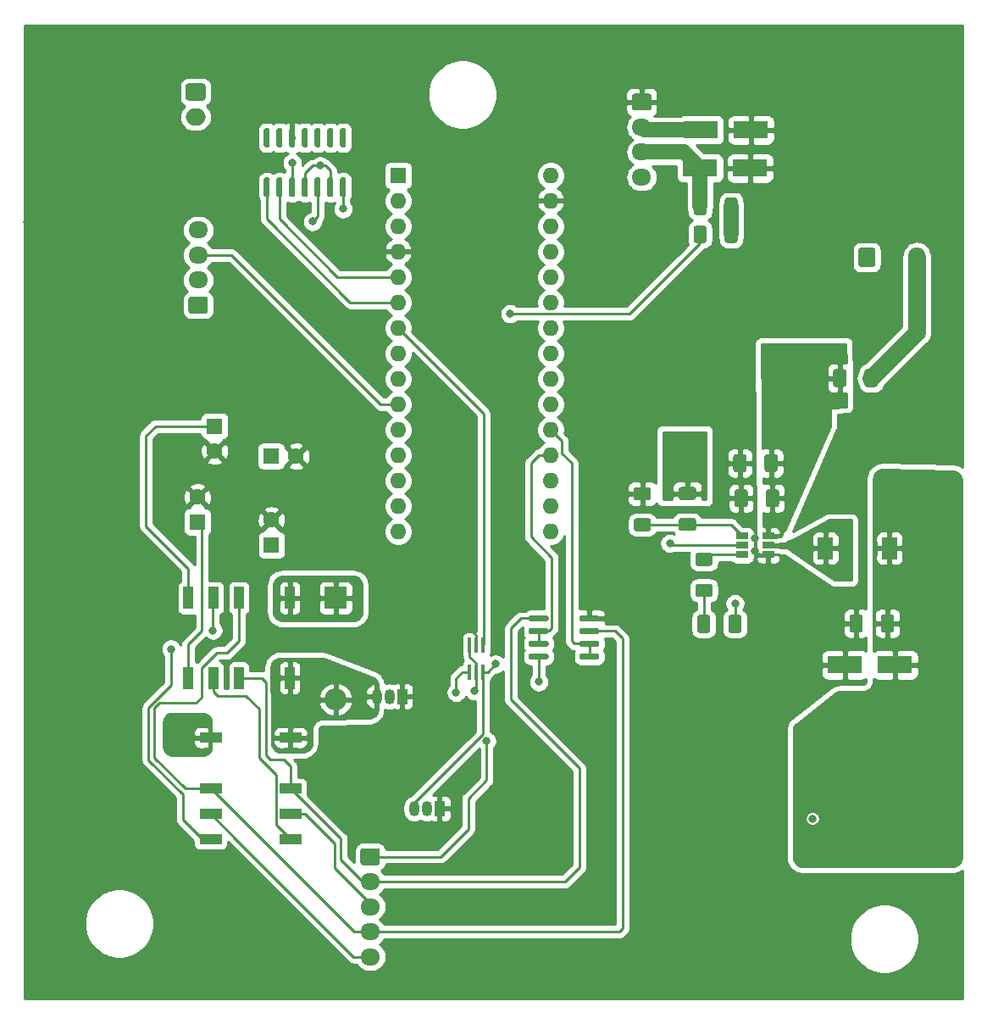
<source format=gtl>
%TF.GenerationSoftware,KiCad,Pcbnew,5.1.10-88a1d61d58~88~ubuntu18.04.1*%
%TF.CreationDate,2021-05-26T02:41:18+03:00*%
%TF.ProjectId,Micra Cruise Control Schemantics,4d696372-6120-4437-9275-69736520436f,rev?*%
%TF.SameCoordinates,Original*%
%TF.FileFunction,Copper,L1,Top*%
%TF.FilePolarity,Positive*%
%FSLAX46Y46*%
G04 Gerber Fmt 4.6, Leading zero omitted, Abs format (unit mm)*
G04 Created by KiCad (PCBNEW 5.1.10-88a1d61d58~88~ubuntu18.04.1) date 2021-05-26 02:41:18*
%MOMM*%
%LPD*%
G01*
G04 APERTURE LIST*
%TA.AperFunction,ComponentPad*%
%ADD10O,1.600000X1.600000*%
%TD*%
%TA.AperFunction,ComponentPad*%
%ADD11R,1.600000X1.600000*%
%TD*%
%TA.AperFunction,SMDPad,CuDef*%
%ADD12R,3.500000X1.800000*%
%TD*%
%TA.AperFunction,ComponentPad*%
%ADD13O,1.950000X1.700000*%
%TD*%
%TA.AperFunction,SMDPad,CuDef*%
%ADD14R,2.200000X1.000000*%
%TD*%
%TA.AperFunction,SMDPad,CuDef*%
%ADD15R,1.000000X2.200000*%
%TD*%
%TA.AperFunction,SMDPad,CuDef*%
%ADD16R,0.400000X1.500000*%
%TD*%
%TA.AperFunction,SMDPad,CuDef*%
%ADD17R,1.220000X0.650000*%
%TD*%
%TA.AperFunction,ComponentPad*%
%ADD18R,1.050000X1.500000*%
%TD*%
%TA.AperFunction,ComponentPad*%
%ADD19O,1.050000X1.500000*%
%TD*%
%TA.AperFunction,SMDPad,CuDef*%
%ADD20R,1.500000X2.200000*%
%TD*%
%TA.AperFunction,ComponentPad*%
%ADD21O,1.700000X1.950000*%
%TD*%
%TA.AperFunction,ComponentPad*%
%ADD22O,2.000000X1.700000*%
%TD*%
%TA.AperFunction,ComponentPad*%
%ADD23O,2.200000X2.200000*%
%TD*%
%TA.AperFunction,ComponentPad*%
%ADD24R,2.200000X2.200000*%
%TD*%
%TA.AperFunction,ComponentPad*%
%ADD25C,1.600000*%
%TD*%
%TA.AperFunction,ViaPad*%
%ADD26C,0.800000*%
%TD*%
%TA.AperFunction,Conductor*%
%ADD27C,0.250000*%
%TD*%
%TA.AperFunction,Conductor*%
%ADD28C,1.500000*%
%TD*%
%TA.AperFunction,Conductor*%
%ADD29C,1.750000*%
%TD*%
%TA.AperFunction,Conductor*%
%ADD30C,0.254000*%
%TD*%
%TA.AperFunction,Conductor*%
%ADD31C,0.100000*%
%TD*%
G04 APERTURE END LIST*
D10*
%TO.P,A1,16*%
%TO.N,Net-(A1-Pad16)*%
X89840000Y-86310000D03*
%TO.P,A1,15*%
%TO.N,Brake*%
X74600000Y-86310000D03*
%TO.P,A1,30*%
%TO.N,Net-(A1-Pad30)*%
X89840000Y-50750000D03*
%TO.P,A1,14*%
%TO.N,Buzzer*%
X74600000Y-83770000D03*
%TO.P,A1,29*%
%TO.N,GND*%
X89840000Y-53290000D03*
%TO.P,A1,13*%
%TO.N,Net-(A1-Pad13)*%
X74600000Y-81230000D03*
%TO.P,A1,28*%
%TO.N,Net-(A1-Pad28)*%
X89840000Y-55830000D03*
%TO.P,A1,12*%
%TO.N,Net-(A1-Pad12)*%
X74600000Y-78690000D03*
%TO.P,A1,27*%
%TO.N,Vcc*%
X89840000Y-58370000D03*
%TO.P,A1,11*%
%TO.N,Net-(A1-Pad11)*%
X74600000Y-76150000D03*
%TO.P,A1,26*%
%TO.N,Net-(A1-Pad26)*%
X89840000Y-60910000D03*
%TO.P,A1,10*%
%TO.N,ButtonRedLight*%
X74600000Y-73610000D03*
%TO.P,A1,25*%
%TO.N,Net-(A1-Pad25)*%
X89840000Y-63450000D03*
%TO.P,A1,9*%
%TO.N,ButtonBlueLight*%
X74600000Y-71070000D03*
%TO.P,A1,24*%
%TO.N,Net-(A1-Pad24)*%
X89840000Y-65990000D03*
%TO.P,A1,8*%
%TO.N,ButtonGreenLight*%
X74600000Y-68530000D03*
%TO.P,A1,23*%
%TO.N,Net-(A1-Pad23)*%
X89840000Y-68530000D03*
%TO.P,A1,7*%
%TO.N,CruiseControlEnMcu*%
X74600000Y-65990000D03*
%TO.P,A1,22*%
%TO.N,Net-(A1-Pad22)*%
X89840000Y-71070000D03*
%TO.P,A1,6*%
%TO.N,Net-(A1-Pad6)*%
X74600000Y-63450000D03*
%TO.P,A1,21*%
%TO.N,Net-(A1-Pad21)*%
X89840000Y-73610000D03*
%TO.P,A1,5*%
%TO.N,Net-(A1-Pad5)*%
X74600000Y-60910000D03*
%TO.P,A1,20*%
%TO.N,Net-(A1-Pad20)*%
X89840000Y-76150000D03*
%TO.P,A1,4*%
%TO.N,GND*%
X74600000Y-58370000D03*
%TO.P,A1,19*%
%TO.N,Net-(A1-Pad19)*%
X89840000Y-78690000D03*
%TO.P,A1,3*%
%TO.N,Net-(A1-Pad3)*%
X74600000Y-55830000D03*
%TO.P,A1,18*%
%TO.N,Net-(A1-Pad18)*%
X89840000Y-81230000D03*
%TO.P,A1,2*%
%TO.N,Net-(A1-Pad2)*%
X74600000Y-53290000D03*
%TO.P,A1,17*%
%TO.N,Net-(A1-Pad17)*%
X89840000Y-83770000D03*
D11*
%TO.P,A1,1*%
%TO.N,Net-(A1-Pad1)*%
X74600000Y-50750000D03*
%TD*%
D12*
%TO.P,D14,2*%
%TO.N,GND*%
X119250000Y-99650000D03*
%TO.P,D14,1*%
%TO.N,Vcc*%
X124250000Y-99650000D03*
%TD*%
D13*
%TO.P,J1,5*%
%TO.N,AccelOutA*%
X71800000Y-128800000D03*
%TO.P,J1,4*%
%TO.N,AccelPedalA*%
X71800000Y-126300000D03*
%TO.P,J1,3*%
%TO.N,AccelOutB*%
X71800000Y-123800000D03*
%TO.P,J1,2*%
%TO.N,AccelPedalB*%
X71800000Y-121300000D03*
%TO.P,J1,1*%
%TO.N,Net-(D6-Pad1)*%
%TA.AperFunction,ComponentPad*%
G36*
G01*
X71075000Y-117950000D02*
X72525000Y-117950000D01*
G75*
G02*
X72775000Y-118200000I0J-250000D01*
G01*
X72775000Y-119400000D01*
G75*
G02*
X72525000Y-119650000I-250000J0D01*
G01*
X71075000Y-119650000D01*
G75*
G02*
X70825000Y-119400000I0J250000D01*
G01*
X70825000Y-118200000D01*
G75*
G02*
X71075000Y-117950000I250000J0D01*
G01*
G37*
%TD.AperFunction*%
%TD*%
D14*
%TO.P,K2,5*%
%TO.N,Net-(K1-Pad4)*%
X55850000Y-117060000D03*
%TO.P,K2,8*%
%TO.N,Net-(K1-Pad9)*%
X63850000Y-117060000D03*
%TO.P,K2,3*%
%TO.N,AccelPedalA*%
X55850000Y-111980000D03*
%TO.P,K2,1*%
%TO.N,Vcc*%
X55850000Y-106900000D03*
%TO.P,K2,10*%
%TO.N,AccelPedalB*%
X63850000Y-111980000D03*
%TO.P,K2,12*%
%TO.N,Net-(D1-Pad2)*%
X63850000Y-106900000D03*
%TO.P,K2,4*%
%TO.N,AccelOutA*%
X55850000Y-114520000D03*
%TO.P,K2,9*%
%TO.N,AccelOutB*%
X63850000Y-114520000D03*
%TD*%
D15*
%TO.P,K1,5*%
%TO.N,Net-(C5-Pad1)*%
X53610000Y-92950000D03*
%TO.P,K1,8*%
%TO.N,Net-(C6-Pad1)*%
X53610000Y-100950000D03*
%TO.P,K1,3*%
%TO.N,AccelPedalA*%
X58690000Y-92950000D03*
%TO.P,K1,1*%
%TO.N,Vcc*%
X63770000Y-92950000D03*
%TO.P,K1,10*%
%TO.N,AccelPedalB*%
X58690000Y-100950000D03*
%TO.P,K1,12*%
%TO.N,Net-(D1-Pad2)*%
X63770000Y-100950000D03*
%TO.P,K1,4*%
%TO.N,Net-(K1-Pad4)*%
X56150000Y-92950000D03*
%TO.P,K1,9*%
%TO.N,Net-(K1-Pad9)*%
X56150000Y-100950000D03*
%TD*%
D16*
%TO.P,U4,6*%
%TO.N,Brake*%
X83050000Y-100350000D03*
%TO.P,U4,5*%
%TO.N,Vcc*%
X82400000Y-100350000D03*
%TO.P,U4,4*%
%TO.N,CruiseControlEnable*%
X81750000Y-100350000D03*
%TO.P,U4,3*%
%TO.N,Vcc*%
X81750000Y-97690000D03*
%TO.P,U4,2*%
%TO.N,GND*%
X82400000Y-97690000D03*
%TO.P,U4,1*%
%TO.N,CruiseControlEnMcu*%
X83050000Y-97690000D03*
%TD*%
%TO.P,U3,8*%
%TO.N,Vcc*%
%TA.AperFunction,SMDPad,CuDef*%
G36*
G01*
X89633500Y-98643500D02*
X89633500Y-98968500D01*
G75*
G02*
X89471000Y-99131000I-162500J0D01*
G01*
X87821000Y-99131000D01*
G75*
G02*
X87658500Y-98968500I0J162500D01*
G01*
X87658500Y-98643500D01*
G75*
G02*
X87821000Y-98481000I162500J0D01*
G01*
X89471000Y-98481000D01*
G75*
G02*
X89633500Y-98643500I0J-162500D01*
G01*
G37*
%TD.AperFunction*%
%TO.P,U3,7*%
%TO.N,Net-(A1-Pad19)*%
%TA.AperFunction,SMDPad,CuDef*%
G36*
G01*
X89633500Y-97373500D02*
X89633500Y-97698500D01*
G75*
G02*
X89471000Y-97861000I-162500J0D01*
G01*
X87821000Y-97861000D01*
G75*
G02*
X87658500Y-97698500I0J162500D01*
G01*
X87658500Y-97373500D01*
G75*
G02*
X87821000Y-97211000I162500J0D01*
G01*
X89471000Y-97211000D01*
G75*
G02*
X89633500Y-97373500I0J-162500D01*
G01*
G37*
%TD.AperFunction*%
%TO.P,U3,6*%
%TA.AperFunction,SMDPad,CuDef*%
G36*
G01*
X89633500Y-96103500D02*
X89633500Y-96428500D01*
G75*
G02*
X89471000Y-96591000I-162500J0D01*
G01*
X87821000Y-96591000D01*
G75*
G02*
X87658500Y-96428500I0J162500D01*
G01*
X87658500Y-96103500D01*
G75*
G02*
X87821000Y-95941000I162500J0D01*
G01*
X89471000Y-95941000D01*
G75*
G02*
X89633500Y-96103500I0J-162500D01*
G01*
G37*
%TD.AperFunction*%
%TO.P,U3,5*%
%TO.N,AccelPedalB*%
%TA.AperFunction,SMDPad,CuDef*%
G36*
G01*
X89633500Y-94833500D02*
X89633500Y-95158500D01*
G75*
G02*
X89471000Y-95321000I-162500J0D01*
G01*
X87821000Y-95321000D01*
G75*
G02*
X87658500Y-95158500I0J162500D01*
G01*
X87658500Y-94833500D01*
G75*
G02*
X87821000Y-94671000I162500J0D01*
G01*
X89471000Y-94671000D01*
G75*
G02*
X89633500Y-94833500I0J-162500D01*
G01*
G37*
%TD.AperFunction*%
%TO.P,U3,4*%
%TO.N,GND*%
%TA.AperFunction,SMDPad,CuDef*%
G36*
G01*
X94708500Y-94833500D02*
X94708500Y-95158500D01*
G75*
G02*
X94546000Y-95321000I-162500J0D01*
G01*
X92896000Y-95321000D01*
G75*
G02*
X92733500Y-95158500I0J162500D01*
G01*
X92733500Y-94833500D01*
G75*
G02*
X92896000Y-94671000I162500J0D01*
G01*
X94546000Y-94671000D01*
G75*
G02*
X94708500Y-94833500I0J-162500D01*
G01*
G37*
%TD.AperFunction*%
%TO.P,U3,3*%
%TO.N,AccelPedalA*%
%TA.AperFunction,SMDPad,CuDef*%
G36*
G01*
X94708500Y-96103500D02*
X94708500Y-96428500D01*
G75*
G02*
X94546000Y-96591000I-162500J0D01*
G01*
X92896000Y-96591000D01*
G75*
G02*
X92733500Y-96428500I0J162500D01*
G01*
X92733500Y-96103500D01*
G75*
G02*
X92896000Y-95941000I162500J0D01*
G01*
X94546000Y-95941000D01*
G75*
G02*
X94708500Y-96103500I0J-162500D01*
G01*
G37*
%TD.AperFunction*%
%TO.P,U3,2*%
%TO.N,Net-(A1-Pad20)*%
%TA.AperFunction,SMDPad,CuDef*%
G36*
G01*
X94708500Y-97373500D02*
X94708500Y-97698500D01*
G75*
G02*
X94546000Y-97861000I-162500J0D01*
G01*
X92896000Y-97861000D01*
G75*
G02*
X92733500Y-97698500I0J162500D01*
G01*
X92733500Y-97373500D01*
G75*
G02*
X92896000Y-97211000I162500J0D01*
G01*
X94546000Y-97211000D01*
G75*
G02*
X94708500Y-97373500I0J-162500D01*
G01*
G37*
%TD.AperFunction*%
%TO.P,U3,1*%
%TA.AperFunction,SMDPad,CuDef*%
G36*
G01*
X94708500Y-98643500D02*
X94708500Y-98968500D01*
G75*
G02*
X94546000Y-99131000I-162500J0D01*
G01*
X92896000Y-99131000D01*
G75*
G02*
X92733500Y-98968500I0J162500D01*
G01*
X92733500Y-98643500D01*
G75*
G02*
X92896000Y-98481000I162500J0D01*
G01*
X94546000Y-98481000D01*
G75*
G02*
X94708500Y-98643500I0J-162500D01*
G01*
G37*
%TD.AperFunction*%
%TD*%
%TO.P,U2,14*%
%TO.N,N/C*%
%TA.AperFunction,SMDPad,CuDef*%
G36*
G01*
X61618000Y-47965000D02*
X61318000Y-47965000D01*
G75*
G02*
X61168000Y-47815000I0J150000D01*
G01*
X61168000Y-46165000D01*
G75*
G02*
X61318000Y-46015000I150000J0D01*
G01*
X61618000Y-46015000D01*
G75*
G02*
X61768000Y-46165000I0J-150000D01*
G01*
X61768000Y-47815000D01*
G75*
G02*
X61618000Y-47965000I-150000J0D01*
G01*
G37*
%TD.AperFunction*%
%TO.P,U2,13*%
%TA.AperFunction,SMDPad,CuDef*%
G36*
G01*
X62888000Y-47965000D02*
X62588000Y-47965000D01*
G75*
G02*
X62438000Y-47815000I0J150000D01*
G01*
X62438000Y-46165000D01*
G75*
G02*
X62588000Y-46015000I150000J0D01*
G01*
X62888000Y-46015000D01*
G75*
G02*
X63038000Y-46165000I0J-150000D01*
G01*
X63038000Y-47815000D01*
G75*
G02*
X62888000Y-47965000I-150000J0D01*
G01*
G37*
%TD.AperFunction*%
%TO.P,U2,12*%
%TO.N,GND*%
%TA.AperFunction,SMDPad,CuDef*%
G36*
G01*
X64158000Y-47965000D02*
X63858000Y-47965000D01*
G75*
G02*
X63708000Y-47815000I0J150000D01*
G01*
X63708000Y-46165000D01*
G75*
G02*
X63858000Y-46015000I150000J0D01*
G01*
X64158000Y-46015000D01*
G75*
G02*
X64308000Y-46165000I0J-150000D01*
G01*
X64308000Y-47815000D01*
G75*
G02*
X64158000Y-47965000I-150000J0D01*
G01*
G37*
%TD.AperFunction*%
%TO.P,U2,11*%
%TO.N,N/C*%
%TA.AperFunction,SMDPad,CuDef*%
G36*
G01*
X65428000Y-47965000D02*
X65128000Y-47965000D01*
G75*
G02*
X64978000Y-47815000I0J150000D01*
G01*
X64978000Y-46165000D01*
G75*
G02*
X65128000Y-46015000I150000J0D01*
G01*
X65428000Y-46015000D01*
G75*
G02*
X65578000Y-46165000I0J-150000D01*
G01*
X65578000Y-47815000D01*
G75*
G02*
X65428000Y-47965000I-150000J0D01*
G01*
G37*
%TD.AperFunction*%
%TO.P,U2,10*%
%TA.AperFunction,SMDPad,CuDef*%
G36*
G01*
X66698000Y-47965000D02*
X66398000Y-47965000D01*
G75*
G02*
X66248000Y-47815000I0J150000D01*
G01*
X66248000Y-46165000D01*
G75*
G02*
X66398000Y-46015000I150000J0D01*
G01*
X66698000Y-46015000D01*
G75*
G02*
X66848000Y-46165000I0J-150000D01*
G01*
X66848000Y-47815000D01*
G75*
G02*
X66698000Y-47965000I-150000J0D01*
G01*
G37*
%TD.AperFunction*%
%TO.P,U2,9*%
%TA.AperFunction,SMDPad,CuDef*%
G36*
G01*
X67968000Y-47965000D02*
X67668000Y-47965000D01*
G75*
G02*
X67518000Y-47815000I0J150000D01*
G01*
X67518000Y-46165000D01*
G75*
G02*
X67668000Y-46015000I150000J0D01*
G01*
X67968000Y-46015000D01*
G75*
G02*
X68118000Y-46165000I0J-150000D01*
G01*
X68118000Y-47815000D01*
G75*
G02*
X67968000Y-47965000I-150000J0D01*
G01*
G37*
%TD.AperFunction*%
%TO.P,U2,8*%
%TA.AperFunction,SMDPad,CuDef*%
G36*
G01*
X69238000Y-47965000D02*
X68938000Y-47965000D01*
G75*
G02*
X68788000Y-47815000I0J150000D01*
G01*
X68788000Y-46165000D01*
G75*
G02*
X68938000Y-46015000I150000J0D01*
G01*
X69238000Y-46015000D01*
G75*
G02*
X69388000Y-46165000I0J-150000D01*
G01*
X69388000Y-47815000D01*
G75*
G02*
X69238000Y-47965000I-150000J0D01*
G01*
G37*
%TD.AperFunction*%
%TO.P,U2,7*%
%TO.N,WheelSensorB*%
%TA.AperFunction,SMDPad,CuDef*%
G36*
G01*
X69238000Y-52915000D02*
X68938000Y-52915000D01*
G75*
G02*
X68788000Y-52765000I0J150000D01*
G01*
X68788000Y-51115000D01*
G75*
G02*
X68938000Y-50965000I150000J0D01*
G01*
X69238000Y-50965000D01*
G75*
G02*
X69388000Y-51115000I0J-150000D01*
G01*
X69388000Y-52765000D01*
G75*
G02*
X69238000Y-52915000I-150000J0D01*
G01*
G37*
%TD.AperFunction*%
%TO.P,U2,6*%
%TO.N,Net-(R3-Pad2)*%
%TA.AperFunction,SMDPad,CuDef*%
G36*
G01*
X67968000Y-52915000D02*
X67668000Y-52915000D01*
G75*
G02*
X67518000Y-52765000I0J150000D01*
G01*
X67518000Y-51115000D01*
G75*
G02*
X67668000Y-50965000I150000J0D01*
G01*
X67968000Y-50965000D01*
G75*
G02*
X68118000Y-51115000I0J-150000D01*
G01*
X68118000Y-52765000D01*
G75*
G02*
X67968000Y-52915000I-150000J0D01*
G01*
G37*
%TD.AperFunction*%
%TO.P,U2,5*%
%TO.N,WheelSensorA*%
%TA.AperFunction,SMDPad,CuDef*%
G36*
G01*
X66698000Y-52915000D02*
X66398000Y-52915000D01*
G75*
G02*
X66248000Y-52765000I0J150000D01*
G01*
X66248000Y-51115000D01*
G75*
G02*
X66398000Y-50965000I150000J0D01*
G01*
X66698000Y-50965000D01*
G75*
G02*
X66848000Y-51115000I0J-150000D01*
G01*
X66848000Y-52765000D01*
G75*
G02*
X66698000Y-52915000I-150000J0D01*
G01*
G37*
%TD.AperFunction*%
%TO.P,U2,4*%
%TO.N,Net-(R3-Pad2)*%
%TA.AperFunction,SMDPad,CuDef*%
G36*
G01*
X65428000Y-52915000D02*
X65128000Y-52915000D01*
G75*
G02*
X64978000Y-52765000I0J150000D01*
G01*
X64978000Y-51115000D01*
G75*
G02*
X65128000Y-50965000I150000J0D01*
G01*
X65428000Y-50965000D01*
G75*
G02*
X65578000Y-51115000I0J-150000D01*
G01*
X65578000Y-52765000D01*
G75*
G02*
X65428000Y-52915000I-150000J0D01*
G01*
G37*
%TD.AperFunction*%
%TO.P,U2,3*%
%TO.N,Vcc*%
%TA.AperFunction,SMDPad,CuDef*%
G36*
G01*
X64158000Y-52915000D02*
X63858000Y-52915000D01*
G75*
G02*
X63708000Y-52765000I0J150000D01*
G01*
X63708000Y-51115000D01*
G75*
G02*
X63858000Y-50965000I150000J0D01*
G01*
X64158000Y-50965000D01*
G75*
G02*
X64308000Y-51115000I0J-150000D01*
G01*
X64308000Y-52765000D01*
G75*
G02*
X64158000Y-52915000I-150000J0D01*
G01*
G37*
%TD.AperFunction*%
%TO.P,U2,2*%
%TO.N,Net-(A1-Pad5)*%
%TA.AperFunction,SMDPad,CuDef*%
G36*
G01*
X62888000Y-52915000D02*
X62588000Y-52915000D01*
G75*
G02*
X62438000Y-52765000I0J150000D01*
G01*
X62438000Y-51115000D01*
G75*
G02*
X62588000Y-50965000I150000J0D01*
G01*
X62888000Y-50965000D01*
G75*
G02*
X63038000Y-51115000I0J-150000D01*
G01*
X63038000Y-52765000D01*
G75*
G02*
X62888000Y-52915000I-150000J0D01*
G01*
G37*
%TD.AperFunction*%
%TO.P,U2,1*%
%TO.N,Net-(A1-Pad6)*%
%TA.AperFunction,SMDPad,CuDef*%
G36*
G01*
X61618000Y-52915000D02*
X61318000Y-52915000D01*
G75*
G02*
X61168000Y-52765000I0J150000D01*
G01*
X61168000Y-51115000D01*
G75*
G02*
X61318000Y-50965000I150000J0D01*
G01*
X61618000Y-50965000D01*
G75*
G02*
X61768000Y-51115000I0J-150000D01*
G01*
X61768000Y-52765000D01*
G75*
G02*
X61618000Y-52915000I-150000J0D01*
G01*
G37*
%TD.AperFunction*%
%TD*%
D17*
%TO.P,U1,6*%
%TO.N,Net-(R27-Pad1)*%
X108966000Y-88646000D03*
%TO.P,U1,5*%
%TO.N,Net-(R13-Pad1)*%
X108966000Y-87696000D03*
%TO.P,U1,4*%
%TO.N,Net-(R1-Pad2)*%
X108966000Y-86746000D03*
%TO.P,U1,3*%
%TO.N,+12V*%
X111586000Y-86746000D03*
%TO.P,U1,2*%
%TO.N,Net-(C3-Pad1)*%
X111586000Y-87696000D03*
%TO.P,U1,1*%
%TO.N,GND*%
X111586000Y-88646000D03*
%TD*%
%TO.P,R27,2*%
%TO.N,Net-(C3-Pad2)*%
%TA.AperFunction,SMDPad,CuDef*%
G36*
G01*
X104530999Y-91552000D02*
X105781001Y-91552000D01*
G75*
G02*
X106031000Y-91801999I0J-249999D01*
G01*
X106031000Y-92602001D01*
G75*
G02*
X105781001Y-92852000I-249999J0D01*
G01*
X104530999Y-92852000D01*
G75*
G02*
X104281000Y-92602001I0J249999D01*
G01*
X104281000Y-91801999D01*
G75*
G02*
X104530999Y-91552000I249999J0D01*
G01*
G37*
%TD.AperFunction*%
%TO.P,R27,1*%
%TO.N,Net-(R27-Pad1)*%
%TA.AperFunction,SMDPad,CuDef*%
G36*
G01*
X104530999Y-88452000D02*
X105781001Y-88452000D01*
G75*
G02*
X106031000Y-88701999I0J-249999D01*
G01*
X106031000Y-89502001D01*
G75*
G02*
X105781001Y-89752000I-249999J0D01*
G01*
X104530999Y-89752000D01*
G75*
G02*
X104281000Y-89502001I0J249999D01*
G01*
X104281000Y-88701999D01*
G75*
G02*
X104530999Y-88452000I249999J0D01*
G01*
G37*
%TD.AperFunction*%
%TD*%
%TO.P,R16,2*%
%TO.N,Net-(D7-Pad1)*%
%TA.AperFunction,SMDPad,CuDef*%
G36*
G01*
X105430000Y-53218999D02*
X105430000Y-54469001D01*
G75*
G02*
X105180001Y-54719000I-249999J0D01*
G01*
X104379999Y-54719000D01*
G75*
G02*
X104130000Y-54469001I0J249999D01*
G01*
X104130000Y-53218999D01*
G75*
G02*
X104379999Y-52969000I249999J0D01*
G01*
X105180001Y-52969000D01*
G75*
G02*
X105430000Y-53218999I0J-249999D01*
G01*
G37*
%TD.AperFunction*%
%TO.P,R16,1*%
%TO.N,Net-(R15-Pad2)*%
%TA.AperFunction,SMDPad,CuDef*%
G36*
G01*
X108530000Y-53218999D02*
X108530000Y-54469001D01*
G75*
G02*
X108280001Y-54719000I-249999J0D01*
G01*
X107479999Y-54719000D01*
G75*
G02*
X107230000Y-54469001I0J249999D01*
G01*
X107230000Y-53218999D01*
G75*
G02*
X107479999Y-52969000I249999J0D01*
G01*
X108280001Y-52969000D01*
G75*
G02*
X108530000Y-53218999I0J-249999D01*
G01*
G37*
%TD.AperFunction*%
%TD*%
%TO.P,R15,2*%
%TO.N,Net-(R15-Pad2)*%
%TA.AperFunction,SMDPad,CuDef*%
G36*
G01*
X107230000Y-57263001D02*
X107230000Y-56012999D01*
G75*
G02*
X107479999Y-55763000I249999J0D01*
G01*
X108280001Y-55763000D01*
G75*
G02*
X108530000Y-56012999I0J-249999D01*
G01*
X108530000Y-57263001D01*
G75*
G02*
X108280001Y-57513000I-249999J0D01*
G01*
X107479999Y-57513000D01*
G75*
G02*
X107230000Y-57263001I0J249999D01*
G01*
G37*
%TD.AperFunction*%
%TO.P,R15,1*%
%TO.N,Buzzer*%
%TA.AperFunction,SMDPad,CuDef*%
G36*
G01*
X104130000Y-57263001D02*
X104130000Y-56012999D01*
G75*
G02*
X104379999Y-55763000I249999J0D01*
G01*
X105180001Y-55763000D01*
G75*
G02*
X105430000Y-56012999I0J-249999D01*
G01*
X105430000Y-57263001D01*
G75*
G02*
X105180001Y-57513000I-249999J0D01*
G01*
X104379999Y-57513000D01*
G75*
G02*
X104130000Y-57263001I0J249999D01*
G01*
G37*
%TD.AperFunction*%
%TD*%
%TO.P,R2,2*%
%TO.N,GND*%
%TA.AperFunction,SMDPad,CuDef*%
G36*
G01*
X99625001Y-83200000D02*
X98374999Y-83200000D01*
G75*
G02*
X98125000Y-82950001I0J249999D01*
G01*
X98125000Y-82149999D01*
G75*
G02*
X98374999Y-81900000I249999J0D01*
G01*
X99625001Y-81900000D01*
G75*
G02*
X99875000Y-82149999I0J-249999D01*
G01*
X99875000Y-82950001D01*
G75*
G02*
X99625001Y-83200000I-249999J0D01*
G01*
G37*
%TD.AperFunction*%
%TO.P,R2,1*%
%TO.N,Net-(R1-Pad2)*%
%TA.AperFunction,SMDPad,CuDef*%
G36*
G01*
X99625001Y-86300000D02*
X98374999Y-86300000D01*
G75*
G02*
X98125000Y-86050001I0J249999D01*
G01*
X98125000Y-85249999D01*
G75*
G02*
X98374999Y-85000000I249999J0D01*
G01*
X99625001Y-85000000D01*
G75*
G02*
X99875000Y-85249999I0J-249999D01*
G01*
X99875000Y-86050001D01*
G75*
G02*
X99625001Y-86300000I-249999J0D01*
G01*
G37*
%TD.AperFunction*%
%TD*%
%TO.P,R1,2*%
%TO.N,Net-(R1-Pad2)*%
%TA.AperFunction,SMDPad,CuDef*%
G36*
G01*
X102874999Y-84974000D02*
X104125001Y-84974000D01*
G75*
G02*
X104375000Y-85223999I0J-249999D01*
G01*
X104375000Y-86024001D01*
G75*
G02*
X104125001Y-86274000I-249999J0D01*
G01*
X102874999Y-86274000D01*
G75*
G02*
X102625000Y-86024001I0J249999D01*
G01*
X102625000Y-85223999D01*
G75*
G02*
X102874999Y-84974000I249999J0D01*
G01*
G37*
%TD.AperFunction*%
%TO.P,R1,1*%
%TO.N,Vcc*%
%TA.AperFunction,SMDPad,CuDef*%
G36*
G01*
X102874999Y-81874000D02*
X104125001Y-81874000D01*
G75*
G02*
X104375000Y-82123999I0J-249999D01*
G01*
X104375000Y-82924001D01*
G75*
G02*
X104125001Y-83174000I-249999J0D01*
G01*
X102874999Y-83174000D01*
G75*
G02*
X102625000Y-82924001I0J249999D01*
G01*
X102625000Y-82123999D01*
G75*
G02*
X102874999Y-81874000I249999J0D01*
G01*
G37*
%TD.AperFunction*%
%TD*%
D18*
%TO.P,Q2,1*%
%TO.N,GND*%
X75000000Y-102800000D03*
D19*
%TO.P,Q2,3*%
%TO.N,Net-(D1-Pad2)*%
X72460000Y-102800000D03*
%TO.P,Q2,2*%
%TO.N,Net-(Q2-Pad2)*%
X73730000Y-102800000D03*
%TD*%
D18*
%TO.P,Q1,1*%
%TO.N,GND*%
X78750000Y-114000000D03*
D19*
%TO.P,Q1,3*%
%TO.N,Brake*%
X76210000Y-114000000D03*
%TO.P,Q1,2*%
%TO.N,Net-(Q1-Pad2)*%
X77480000Y-114000000D03*
%TD*%
D20*
%TO.P,L1,2*%
%TO.N,Vcc*%
X123700000Y-88000000D03*
%TO.P,L1,1*%
%TO.N,Net-(C3-Pad1)*%
X117300000Y-88000000D03*
%TD*%
%TO.P,J5,1*%
%TO.N,Net-(J5-Pad1)*%
%TA.AperFunction,ComponentPad*%
G36*
G01*
X55335000Y-64564000D02*
X53885000Y-64564000D01*
G75*
G02*
X53635000Y-64314000I0J250000D01*
G01*
X53635000Y-63114000D01*
G75*
G02*
X53885000Y-62864000I250000J0D01*
G01*
X55335000Y-62864000D01*
G75*
G02*
X55585000Y-63114000I0J-250000D01*
G01*
X55585000Y-64314000D01*
G75*
G02*
X55335000Y-64564000I-250000J0D01*
G01*
G37*
%TD.AperFunction*%
D13*
%TO.P,J5,2*%
%TO.N,ButtonBlueLight*%
X54610000Y-61214000D03*
%TO.P,J5,3*%
%TO.N,ButtonRedLight*%
X54610000Y-58714000D03*
%TO.P,J5,4*%
%TO.N,ButtonGreenLight*%
X54610000Y-56214000D03*
%TD*%
D21*
%TO.P,J4,3*%
%TO.N,Net-(D9-Pad1)*%
X126430000Y-58930000D03*
%TO.P,J4,2*%
%TO.N,GND*%
X123930000Y-58930000D03*
%TO.P,J4,1*%
%TO.N,AccessoryPowerSignal*%
%TA.AperFunction,ComponentPad*%
G36*
G01*
X120580000Y-59655000D02*
X120580000Y-58205000D01*
G75*
G02*
X120830000Y-57955000I250000J0D01*
G01*
X122030000Y-57955000D01*
G75*
G02*
X122280000Y-58205000I0J-250000D01*
G01*
X122280000Y-59655000D01*
G75*
G02*
X122030000Y-59905000I-250000J0D01*
G01*
X120830000Y-59905000D01*
G75*
G02*
X120580000Y-59655000I0J250000D01*
G01*
G37*
%TD.AperFunction*%
%TD*%
D13*
%TO.P,J3,4*%
%TO.N,Vcc*%
X98938000Y-50930000D03*
%TO.P,J3,3*%
%TO.N,Net-(D7-Pad1)*%
X98938000Y-48430000D03*
%TO.P,J3,2*%
%TO.N,ButtonInput*%
X98938000Y-45930000D03*
%TO.P,J3,1*%
%TO.N,GND*%
%TA.AperFunction,ComponentPad*%
G36*
G01*
X98213000Y-42580000D02*
X99663000Y-42580000D01*
G75*
G02*
X99913000Y-42830000I0J-250000D01*
G01*
X99913000Y-44030000D01*
G75*
G02*
X99663000Y-44280000I-250000J0D01*
G01*
X98213000Y-44280000D01*
G75*
G02*
X97963000Y-44030000I0J250000D01*
G01*
X97963000Y-42830000D01*
G75*
G02*
X98213000Y-42580000I250000J0D01*
G01*
G37*
%TD.AperFunction*%
%TD*%
D22*
%TO.P,J2,2*%
%TO.N,WheelSensorB*%
X54356000Y-44918000D03*
%TO.P,J2,1*%
%TO.N,WheelSensorA*%
%TA.AperFunction,ComponentPad*%
G36*
G01*
X53606000Y-41568000D02*
X55106000Y-41568000D01*
G75*
G02*
X55356000Y-41818000I0J-250000D01*
G01*
X55356000Y-43018000D01*
G75*
G02*
X55106000Y-43268000I-250000J0D01*
G01*
X53606000Y-43268000D01*
G75*
G02*
X53356000Y-43018000I0J250000D01*
G01*
X53356000Y-41818000D01*
G75*
G02*
X53606000Y-41568000I250000J0D01*
G01*
G37*
%TD.AperFunction*%
%TD*%
%TO.P,F1,2*%
%TO.N,+12V*%
%TA.AperFunction,SMDPad,CuDef*%
G36*
G01*
X119387500Y-70349997D02*
X119387500Y-71650003D01*
G75*
G02*
X119137503Y-71900000I-249997J0D01*
G01*
X118312497Y-71900000D01*
G75*
G02*
X118062500Y-71650003I0J249997D01*
G01*
X118062500Y-70349997D01*
G75*
G02*
X118312497Y-70100000I249997J0D01*
G01*
X119137503Y-70100000D01*
G75*
G02*
X119387500Y-70349997I0J-249997D01*
G01*
G37*
%TD.AperFunction*%
%TO.P,F1,1*%
%TO.N,Net-(D9-Pad1)*%
%TA.AperFunction,SMDPad,CuDef*%
G36*
G01*
X122512500Y-70349997D02*
X122512500Y-71650003D01*
G75*
G02*
X122262503Y-71900000I-249997J0D01*
G01*
X121437497Y-71900000D01*
G75*
G02*
X121187500Y-71650003I0J249997D01*
G01*
X121187500Y-70349997D01*
G75*
G02*
X121437497Y-70100000I249997J0D01*
G01*
X122262503Y-70100000D01*
G75*
G02*
X122512500Y-70349997I0J-249997D01*
G01*
G37*
%TD.AperFunction*%
%TD*%
D12*
%TO.P,D8,2*%
%TO.N,GND*%
X109860000Y-46224000D03*
%TO.P,D8,1*%
%TO.N,ButtonInput*%
X104860000Y-46224000D03*
%TD*%
%TO.P,D7,2*%
%TO.N,GND*%
X109780000Y-50034000D03*
%TO.P,D7,1*%
%TO.N,Net-(D7-Pad1)*%
X104780000Y-50034000D03*
%TD*%
D23*
%TO.P,D1,2*%
%TO.N,Net-(D1-Pad2)*%
X68350000Y-103110000D03*
D24*
%TO.P,D1,1*%
%TO.N,Vcc*%
X68350000Y-92950000D03*
%TD*%
D25*
%TO.P,C8,2*%
%TO.N,GND*%
X61940000Y-85170000D03*
D11*
%TO.P,C8,1*%
%TO.N,Net-(C8-Pad1)*%
X61940000Y-87670000D03*
%TD*%
D25*
%TO.P,C7,2*%
%TO.N,GND*%
X64400000Y-78800000D03*
D11*
%TO.P,C7,1*%
%TO.N,Net-(C7-Pad1)*%
X61900000Y-78800000D03*
%TD*%
D25*
%TO.P,C6,2*%
%TO.N,GND*%
X54530000Y-82870000D03*
D11*
%TO.P,C6,1*%
%TO.N,Net-(C6-Pad1)*%
X54530000Y-85370000D03*
%TD*%
D25*
%TO.P,C5,2*%
%TO.N,GND*%
X56250000Y-78300000D03*
D11*
%TO.P,C5,1*%
%TO.N,Net-(C5-Pad1)*%
X56250000Y-75800000D03*
%TD*%
%TO.P,C4,2*%
%TO.N,Vcc*%
%TA.AperFunction,SMDPad,CuDef*%
G36*
G01*
X122837500Y-96150003D02*
X122837500Y-94849997D01*
G75*
G02*
X123087497Y-94600000I249997J0D01*
G01*
X123912503Y-94600000D01*
G75*
G02*
X124162500Y-94849997I0J-249997D01*
G01*
X124162500Y-96150003D01*
G75*
G02*
X123912503Y-96400000I-249997J0D01*
G01*
X123087497Y-96400000D01*
G75*
G02*
X122837500Y-96150003I0J249997D01*
G01*
G37*
%TD.AperFunction*%
%TO.P,C4,1*%
%TO.N,GND*%
%TA.AperFunction,SMDPad,CuDef*%
G36*
G01*
X119712500Y-96150003D02*
X119712500Y-94849997D01*
G75*
G02*
X119962497Y-94600000I249997J0D01*
G01*
X120787503Y-94600000D01*
G75*
G02*
X121037500Y-94849997I0J-249997D01*
G01*
X121037500Y-96150003D01*
G75*
G02*
X120787503Y-96400000I-249997J0D01*
G01*
X119962497Y-96400000D01*
G75*
G02*
X119712500Y-96150003I0J249997D01*
G01*
G37*
%TD.AperFunction*%
%TD*%
%TO.P,C3,2*%
%TO.N,Net-(C3-Pad2)*%
%TA.AperFunction,SMDPad,CuDef*%
G36*
G01*
X105800000Y-94899997D02*
X105800000Y-96200003D01*
G75*
G02*
X105550003Y-96450000I-249997J0D01*
G01*
X104724997Y-96450000D01*
G75*
G02*
X104475000Y-96200003I0J249997D01*
G01*
X104475000Y-94899997D01*
G75*
G02*
X104724997Y-94650000I249997J0D01*
G01*
X105550003Y-94650000D01*
G75*
G02*
X105800000Y-94899997I0J-249997D01*
G01*
G37*
%TD.AperFunction*%
%TO.P,C3,1*%
%TO.N,Net-(C3-Pad1)*%
%TA.AperFunction,SMDPad,CuDef*%
G36*
G01*
X108925000Y-94899997D02*
X108925000Y-96200003D01*
G75*
G02*
X108675003Y-96450000I-249997J0D01*
G01*
X107849997Y-96450000D01*
G75*
G02*
X107600000Y-96200003I0J249997D01*
G01*
X107600000Y-94899997D01*
G75*
G02*
X107849997Y-94650000I249997J0D01*
G01*
X108675003Y-94650000D01*
G75*
G02*
X108925000Y-94899997I0J-249997D01*
G01*
G37*
%TD.AperFunction*%
%TD*%
%TO.P,C2,2*%
%TO.N,GND*%
%TA.AperFunction,SMDPad,CuDef*%
G36*
G01*
X109537500Y-82349997D02*
X109537500Y-83650003D01*
G75*
G02*
X109287503Y-83900000I-249997J0D01*
G01*
X108462497Y-83900000D01*
G75*
G02*
X108212500Y-83650003I0J249997D01*
G01*
X108212500Y-82349997D01*
G75*
G02*
X108462497Y-82100000I249997J0D01*
G01*
X109287503Y-82100000D01*
G75*
G02*
X109537500Y-82349997I0J-249997D01*
G01*
G37*
%TD.AperFunction*%
%TO.P,C2,1*%
%TO.N,+12V*%
%TA.AperFunction,SMDPad,CuDef*%
G36*
G01*
X112662500Y-82349997D02*
X112662500Y-83650003D01*
G75*
G02*
X112412503Y-83900000I-249997J0D01*
G01*
X111587497Y-83900000D01*
G75*
G02*
X111337500Y-83650003I0J249997D01*
G01*
X111337500Y-82349997D01*
G75*
G02*
X111587497Y-82100000I249997J0D01*
G01*
X112412503Y-82100000D01*
G75*
G02*
X112662500Y-82349997I0J-249997D01*
G01*
G37*
%TD.AperFunction*%
%TD*%
%TO.P,C1,2*%
%TO.N,GND*%
%TA.AperFunction,SMDPad,CuDef*%
G36*
G01*
X109412500Y-78849997D02*
X109412500Y-80150003D01*
G75*
G02*
X109162503Y-80400000I-249997J0D01*
G01*
X108337497Y-80400000D01*
G75*
G02*
X108087500Y-80150003I0J249997D01*
G01*
X108087500Y-78849997D01*
G75*
G02*
X108337497Y-78600000I249997J0D01*
G01*
X109162503Y-78600000D01*
G75*
G02*
X109412500Y-78849997I0J-249997D01*
G01*
G37*
%TD.AperFunction*%
%TO.P,C1,1*%
%TO.N,+12V*%
%TA.AperFunction,SMDPad,CuDef*%
G36*
G01*
X112537500Y-78849997D02*
X112537500Y-80150003D01*
G75*
G02*
X112287503Y-80400000I-249997J0D01*
G01*
X111462497Y-80400000D01*
G75*
G02*
X111212500Y-80150003I0J249997D01*
G01*
X111212500Y-78849997D01*
G75*
G02*
X111462497Y-78600000I249997J0D01*
G01*
X112287503Y-78600000D01*
G75*
G02*
X112537500Y-78849997I0J-249997D01*
G01*
G37*
%TD.AperFunction*%
%TD*%
D26*
%TO.N,GND*%
X81790000Y-95610000D03*
X73406000Y-42418000D03*
X109750000Y-91500000D03*
X111250000Y-91500000D03*
X113000000Y-91500000D03*
X115000000Y-91500000D03*
X109750000Y-93000000D03*
X111250000Y-93000000D03*
X113000000Y-93000000D03*
X115000000Y-93000000D03*
X111250000Y-94500000D03*
X113000000Y-94500000D03*
X115000000Y-94500000D03*
X113000000Y-96000000D03*
X115000000Y-96000000D03*
X118500000Y-93250000D03*
X118500000Y-94750000D03*
X118500000Y-96500000D03*
X107000000Y-84000000D03*
X107000000Y-82750000D03*
X107000000Y-81500000D03*
X107000000Y-80250000D03*
X107000000Y-78750000D03*
X107000000Y-77500000D03*
X108750000Y-77250000D03*
X107000000Y-75750000D03*
X108750000Y-75750000D03*
X110250000Y-87000000D03*
X110250000Y-88250000D03*
X96250000Y-83750000D03*
X96250000Y-81750000D03*
X99000000Y-80250000D03*
X99000000Y-78250000D03*
X96250000Y-78250000D03*
X96250000Y-80250000D03*
X102500000Y-90000000D03*
X102500000Y-92500000D03*
X102500000Y-95000000D03*
X95000000Y-75000000D03*
X97500000Y-75000000D03*
X97500000Y-72500000D03*
X95000000Y-72500000D03*
X95000000Y-70000000D03*
X97500000Y-70000000D03*
X112500000Y-97500000D03*
X115000000Y-97500000D03*
X110000000Y-97500000D03*
X111210000Y-102950000D03*
X111210000Y-107950000D03*
X111210000Y-115450000D03*
X59140000Y-132200000D03*
X40000000Y-115000000D03*
X39624000Y-131826000D03*
X40000000Y-110000000D03*
X40000000Y-105000000D03*
X40000000Y-100000000D03*
X40000000Y-95000000D03*
X40000000Y-90000000D03*
X40000000Y-85000000D03*
X40000000Y-80000000D03*
X40000000Y-75000000D03*
X45000000Y-75000000D03*
X45000000Y-85000000D03*
X45000000Y-90000000D03*
X50000000Y-90000000D03*
X45000000Y-100000000D03*
X45000000Y-110000000D03*
X110000000Y-55000000D03*
X115000000Y-55000000D03*
X112600000Y-45400000D03*
X112600000Y-46800000D03*
X112600000Y-48400000D03*
X112600000Y-49800000D03*
X112600000Y-51400000D03*
X114000000Y-51400000D03*
X114000000Y-48400000D03*
X114000000Y-49800000D03*
X114000000Y-46800000D03*
X113800000Y-45400000D03*
X120000000Y-42500000D03*
X122500000Y-42500000D03*
X125000000Y-42500000D03*
X127500000Y-42500000D03*
X130000000Y-42500000D03*
X130000000Y-45000000D03*
X125000000Y-45000000D03*
X122500000Y-45000000D03*
X120000000Y-45000000D03*
X127500000Y-45000000D03*
X88000000Y-120000000D03*
X88000000Y-117500000D03*
X88000000Y-127500000D03*
X88000000Y-130000000D03*
X130500000Y-66500000D03*
X130500000Y-70000000D03*
X130500000Y-73500000D03*
X130500000Y-77500000D03*
X43000000Y-38000000D03*
X48000000Y-38000000D03*
X53000000Y-38000000D03*
X58000000Y-38000000D03*
X63000000Y-38000000D03*
X68000000Y-38000000D03*
X73000000Y-38000000D03*
X78000000Y-38000000D03*
X83000000Y-38000000D03*
X88000000Y-38000000D03*
X93000000Y-38000000D03*
X98000000Y-38000000D03*
X103000000Y-38000000D03*
X108000000Y-38000000D03*
X113000000Y-38000000D03*
X118000000Y-38000000D03*
X123000000Y-38000000D03*
X130000000Y-38000000D03*
X130000000Y-49000000D03*
X130000000Y-53000000D03*
X130490000Y-57990000D03*
X130440000Y-61560000D03*
X64760000Y-132190000D03*
X70540000Y-132350000D03*
X75400000Y-132400000D03*
X79590000Y-132450000D03*
X84160000Y-132400000D03*
X89640000Y-132470000D03*
X95050000Y-132310000D03*
X102310000Y-132240000D03*
X37720000Y-39320000D03*
X37770000Y-44450000D03*
X37910000Y-49600000D03*
X37560000Y-55410000D03*
X37720000Y-59810000D03*
X37610000Y-64900000D03*
X38190000Y-70250000D03*
X37880000Y-47020000D03*
X37880000Y-42090000D03*
X39940000Y-55010000D03*
X39940000Y-58910000D03*
X40000000Y-62930000D03*
X88080000Y-122870000D03*
X88060000Y-125040000D03*
X108250000Y-132240000D03*
X126640000Y-77980000D03*
X120920000Y-78020000D03*
X120530000Y-81910000D03*
X117560000Y-83000000D03*
X116000000Y-115000000D03*
X114910000Y-99020000D03*
X115000000Y-100620000D03*
X112650000Y-99140000D03*
X39878000Y-122936000D03*
X39878000Y-119126000D03*
X49276000Y-131826000D03*
X53340000Y-131826000D03*
X44450000Y-131826000D03*
X39878000Y-127254000D03*
X113284000Y-132334000D03*
X117856000Y-132334000D03*
X122682000Y-132334000D03*
X127254000Y-132334000D03*
X130302000Y-132334000D03*
X130302000Y-128524000D03*
X130302000Y-125222000D03*
X130302000Y-121920000D03*
X125476000Y-121412000D03*
X119888000Y-121412000D03*
X115570000Y-121412000D03*
X111252000Y-121412000D03*
%TO.N,Vcc*%
X65700000Y-91400000D03*
X65700000Y-92750000D03*
X65700000Y-94300000D03*
X51900000Y-105300000D03*
X53550000Y-105300000D03*
X51850000Y-106600000D03*
X53600000Y-106650000D03*
X51850000Y-107900000D03*
X53600000Y-107950000D03*
X82225000Y-102250000D03*
X88646000Y-101346000D03*
X123000000Y-82000000D03*
X126000000Y-82000000D03*
X129000000Y-82000000D03*
X123000000Y-85000000D03*
X126000000Y-85000000D03*
X129000000Y-85000000D03*
X127000000Y-88000000D03*
X129000000Y-88000000D03*
X127000000Y-90000000D03*
X129000000Y-90000000D03*
X127000000Y-92000000D03*
X129000000Y-92000000D03*
X127000000Y-94000000D03*
X129000000Y-94000000D03*
X127000000Y-96000000D03*
X129000000Y-96000000D03*
X129000000Y-98000000D03*
X129000000Y-100000000D03*
X129000000Y-102000000D03*
X129000000Y-104000000D03*
X116000000Y-108000000D03*
X120000000Y-108000000D03*
X124000000Y-108000000D03*
X128000000Y-108000000D03*
X116000000Y-111000000D03*
X120000000Y-111000000D03*
X124000000Y-111000000D03*
X128000000Y-111000000D03*
X120000000Y-115000000D03*
X124000000Y-115000000D03*
X128000000Y-115000000D03*
X128000000Y-119000000D03*
X124000000Y-119000000D03*
X120000000Y-119000000D03*
X116000000Y-119000000D03*
X102250000Y-77500000D03*
X104250000Y-77750000D03*
X102250000Y-80000000D03*
X104250000Y-80000000D03*
X64008000Y-49508000D03*
%TO.N,Brake*%
X84328000Y-99568000D03*
%TO.N,Buzzer*%
X85792999Y-64575001D03*
%TO.N,+12V*%
X115900000Y-68800000D03*
%TO.N,Net-(C3-Pad1)*%
X118750000Y-90250000D03*
X108262500Y-93512500D03*
%TO.N,Net-(D6-Pad1)*%
X83450000Y-107250000D03*
%TO.N,WheelSensorA*%
X66040000Y-55372000D03*
%TO.N,WheelSensorB*%
X69088000Y-54102000D03*
%TO.N,Net-(K1-Pad4)*%
X51900000Y-98050000D03*
X56100000Y-96200000D03*
%TO.N,Net-(R3-Pad2)*%
X66802000Y-49784000D03*
%TO.N,CruiseControlEnable*%
X80400000Y-102400000D03*
%TO.N,Net-(R13-Pad1)*%
X101750000Y-87500000D03*
%TD*%
D27*
%TO.N,GND*%
X82400000Y-96690000D02*
X82080000Y-96370000D01*
X82400000Y-97690000D02*
X82400000Y-96690000D01*
X82080000Y-95900000D02*
X81790000Y-95610000D01*
X82080000Y-96370000D02*
X82080000Y-95900000D01*
X110646000Y-88646000D02*
X110250000Y-88250000D01*
X111586000Y-88646000D02*
X110646000Y-88646000D01*
X111586000Y-88646000D02*
X112736000Y-88646000D01*
%TO.N,Vcc*%
X82400000Y-100350000D02*
X82400000Y-102075000D01*
X82400000Y-102075000D02*
X82225000Y-102250000D01*
X82225000Y-102250000D02*
X82225000Y-102250000D01*
X81750000Y-97690000D02*
X81750000Y-98825000D01*
X82400000Y-99475000D02*
X82400000Y-100350000D01*
X81750000Y-98825000D02*
X82400000Y-99475000D01*
X88646000Y-98806000D02*
X88646000Y-101346000D01*
X88646000Y-101346000D02*
X88646000Y-101346000D01*
X64008000Y-51940000D02*
X64008000Y-49508000D01*
X64008000Y-49508000D02*
X64008000Y-49508000D01*
%TO.N,Brake*%
X76210000Y-113416998D02*
X76210000Y-114000000D01*
X83050000Y-106576998D02*
X76210000Y-113416998D01*
X83050000Y-100350000D02*
X83050000Y-106576998D01*
X83050000Y-100350000D02*
X83546000Y-100350000D01*
X83546000Y-100350000D02*
X84328000Y-99568000D01*
X84328000Y-99568000D02*
X84328000Y-99568000D01*
%TO.N,Buzzer*%
X85792999Y-64575001D02*
X85792999Y-64575001D01*
X104780000Y-57513000D02*
X103817999Y-58475001D01*
X104780000Y-56638000D02*
X104780000Y-57513000D01*
X103817999Y-58475001D02*
X103817999Y-58482001D01*
X97724999Y-64575001D02*
X85792999Y-64575001D01*
X103817999Y-58482001D02*
X97724999Y-64575001D01*
%TO.N,ButtonRedLight*%
X54610000Y-58714000D02*
X57952000Y-58714000D01*
X72848000Y-73610000D02*
X74600000Y-73610000D01*
X57952000Y-58714000D02*
X72848000Y-73610000D01*
%TO.N,CruiseControlEnMcu*%
X83125001Y-74515001D02*
X74600000Y-65990000D01*
X83125001Y-97614999D02*
X83125001Y-74515001D01*
X83050000Y-97690000D02*
X83125001Y-97614999D01*
%TO.N,Net-(A1-Pad6)*%
X61468000Y-51940000D02*
X61468000Y-55118000D01*
X69800000Y-63450000D02*
X74600000Y-63450000D01*
X61468000Y-55118000D02*
X69800000Y-63450000D01*
%TO.N,Net-(A1-Pad5)*%
X62738000Y-51940000D02*
X62738000Y-55118000D01*
X68530000Y-60910000D02*
X74600000Y-60910000D01*
X62738000Y-55118000D02*
X68530000Y-60910000D01*
%TO.N,Net-(A1-Pad20)*%
X93721000Y-98806000D02*
X93721000Y-97536000D01*
X93721000Y-97536000D02*
X92202000Y-97536000D01*
X92202000Y-97536000D02*
X91948000Y-97282000D01*
X90965001Y-77275001D02*
X89840000Y-76150000D01*
X90965001Y-78519001D02*
X90965001Y-77275001D01*
X91948000Y-79502000D02*
X90965001Y-78519001D01*
X91948000Y-97282000D02*
X91948000Y-79502000D01*
%TO.N,Net-(A1-Pad19)*%
X88646000Y-96266000D02*
X88646000Y-97536000D01*
X88646000Y-96266000D02*
X89662000Y-96266000D01*
X89958510Y-95969490D02*
X89958510Y-88942510D01*
X89662000Y-96266000D02*
X89958510Y-95969490D01*
X89958510Y-88942510D02*
X87884000Y-86868000D01*
X87884000Y-86868000D02*
X87884000Y-79502000D01*
X88696000Y-78690000D02*
X89840000Y-78690000D01*
X87884000Y-79502000D02*
X88696000Y-78690000D01*
%TO.N,Net-(C3-Pad2)*%
X105156000Y-95531500D02*
X105137500Y-95550000D01*
X105156000Y-92202000D02*
X105156000Y-95531500D01*
%TO.N,Net-(C3-Pad1)*%
X108262500Y-95550000D02*
X108262500Y-93512500D01*
X108262500Y-93512500D02*
X108262500Y-93512500D01*
%TO.N,Net-(C5-Pad1)*%
X53610000Y-92950000D02*
X53610000Y-90010000D01*
X53610000Y-90010000D02*
X49400000Y-85800000D01*
X49400000Y-85800000D02*
X49400000Y-76750000D01*
X49400000Y-76750000D02*
X50350000Y-75800000D01*
X56250000Y-75800000D02*
X50350000Y-75800000D01*
%TO.N,Net-(C6-Pad1)*%
X53610000Y-100950000D02*
X53610000Y-97590000D01*
X55000000Y-96200000D02*
X55000000Y-85350000D01*
X53610000Y-97590000D02*
X55000000Y-96200000D01*
%TO.N,AccelPedalB*%
X58690000Y-100950000D02*
X61000000Y-100950000D01*
X61000000Y-100950000D02*
X61400000Y-101350000D01*
X61400000Y-101350000D02*
X61400000Y-108700000D01*
X61400000Y-108700000D02*
X61800000Y-109100000D01*
X61800000Y-109100000D02*
X63150000Y-109100000D01*
X63850000Y-109800000D02*
X63850000Y-111980000D01*
X63150000Y-109100000D02*
X63850000Y-109800000D01*
X71800000Y-121300000D02*
X71075000Y-121300000D01*
X71075000Y-121300000D02*
X68875000Y-119100000D01*
X68875000Y-117005000D02*
X63850000Y-111980000D01*
X68875000Y-119100000D02*
X68875000Y-117005000D01*
X88646000Y-94996000D02*
X86868000Y-94996000D01*
X86868000Y-94996000D02*
X85852000Y-96012000D01*
X85852000Y-96012000D02*
X85852000Y-103124000D01*
X85852000Y-103124000D02*
X92710000Y-109982000D01*
X92710000Y-109982000D02*
X92710000Y-119888000D01*
X91298000Y-121300000D02*
X71800000Y-121300000D01*
X92710000Y-119888000D02*
X91298000Y-121300000D01*
%TO.N,AccelPedalA*%
X55850000Y-111980000D02*
X53330000Y-111980000D01*
X53330000Y-111980000D02*
X50250000Y-108900000D01*
X50250000Y-108900000D02*
X50250000Y-103950000D01*
X50250000Y-103950000D02*
X50750000Y-103450000D01*
X50750000Y-103450000D02*
X54400000Y-103450000D01*
X54400000Y-103450000D02*
X54950000Y-102900000D01*
X54950000Y-99964998D02*
X56464998Y-98450000D01*
X54950000Y-102900000D02*
X54950000Y-99964998D01*
X56464998Y-98450000D02*
X57500000Y-98450000D01*
X58690000Y-97260000D02*
X58690000Y-92950000D01*
X57500000Y-98450000D02*
X58690000Y-97260000D01*
X70170000Y-126300000D02*
X71800000Y-126300000D01*
X55850000Y-111980000D02*
X70170000Y-126300000D01*
X96712000Y-126300000D02*
X71800000Y-126300000D01*
X97028000Y-125984000D02*
X96712000Y-126300000D01*
X97028000Y-97028000D02*
X97028000Y-125984000D01*
X93721000Y-96266000D02*
X96266000Y-96266000D01*
X96266000Y-96266000D02*
X97028000Y-97028000D01*
%TO.N,Net-(D6-Pad1)*%
X83450000Y-111160002D02*
X81600000Y-113010002D01*
X83450000Y-107250000D02*
X83450000Y-111160002D01*
X81600000Y-113010002D02*
X81600000Y-116050000D01*
X78850000Y-118800000D02*
X71800000Y-118800000D01*
X81600000Y-116050000D02*
X78850000Y-118800000D01*
D28*
%TO.N,Net-(D7-Pad1)*%
X103176000Y-48430000D02*
X98938000Y-48430000D01*
X104780000Y-50034000D02*
X103176000Y-48430000D01*
X104780000Y-53844000D02*
X104780000Y-50034000D01*
%TO.N,ButtonInput*%
X99232000Y-46224000D02*
X98938000Y-45930000D01*
X104860000Y-46224000D02*
X99232000Y-46224000D01*
D27*
%TO.N,WheelSensorA*%
X66548000Y-51940000D02*
X66548000Y-54102000D01*
X66548000Y-54102000D02*
X66548000Y-54102000D01*
X66548000Y-54102000D02*
X66548000Y-54864000D01*
X66548000Y-54864000D02*
X66040000Y-55372000D01*
X66040000Y-55372000D02*
X66040000Y-55372000D01*
%TO.N,WheelSensorB*%
X69088000Y-51940000D02*
X69088000Y-54356000D01*
X69088000Y-54356000D02*
X69088000Y-54356000D01*
%TO.N,AccelOutA*%
X58550000Y-117220000D02*
X55850000Y-114520000D01*
X70130000Y-128800000D02*
X58550000Y-117220000D01*
X71800000Y-128800000D02*
X70130000Y-128800000D01*
%TO.N,AccelOutB*%
X68250000Y-117500000D02*
X65270000Y-114520000D01*
X68250000Y-119950000D02*
X68250000Y-117500000D01*
X65270000Y-114520000D02*
X63850000Y-114520000D01*
X71800000Y-123800000D02*
X71800000Y-123500000D01*
X71800000Y-123500000D02*
X68250000Y-119950000D01*
%TO.N,Net-(K1-Pad4)*%
X55850000Y-117060000D02*
X55060000Y-117060000D01*
X53100000Y-115100000D02*
X53100000Y-112600000D01*
X55060000Y-117060000D02*
X53100000Y-115100000D01*
X53100000Y-112600000D02*
X49650000Y-109150000D01*
X49650000Y-103913590D02*
X51900000Y-101663590D01*
X49650000Y-109150000D02*
X49650000Y-103913590D01*
X51900000Y-101663590D02*
X51900000Y-98950000D01*
X51900000Y-98950000D02*
X51900000Y-98050000D01*
X51900000Y-98050000D02*
X51900000Y-98050000D01*
X56100000Y-93000000D02*
X56150000Y-92950000D01*
X56100000Y-96200000D02*
X56100000Y-93000000D01*
%TO.N,Net-(K1-Pad9)*%
X56150000Y-100950000D02*
X56150000Y-101950000D01*
X62424999Y-115634999D02*
X62424999Y-110624999D01*
X63850000Y-117060000D02*
X62424999Y-115634999D01*
X62424999Y-110624999D02*
X60700000Y-108900000D01*
X60700000Y-108900000D02*
X60700000Y-104050000D01*
X60700000Y-104050000D02*
X59400000Y-102750000D01*
X59400000Y-102750000D02*
X56600000Y-102750000D01*
X56150000Y-102300000D02*
X56150000Y-100950000D01*
X56600000Y-102750000D02*
X56150000Y-102300000D01*
%TO.N,Net-(R1-Pad2)*%
X99848000Y-85624000D02*
X99822000Y-85650000D01*
X103474000Y-85650000D02*
X103500000Y-85624000D01*
X99000000Y-85650000D02*
X103474000Y-85650000D01*
X107844000Y-85624000D02*
X108966000Y-86746000D01*
X103500000Y-85624000D02*
X107844000Y-85624000D01*
%TO.N,Net-(R3-Pad2)*%
X65278000Y-51940000D02*
X65278000Y-50546000D01*
X65278000Y-50546000D02*
X66040000Y-49784000D01*
X66040000Y-49784000D02*
X66802000Y-49784000D01*
X67818000Y-50292000D02*
X67818000Y-51940000D01*
X67310000Y-49784000D02*
X67818000Y-50292000D01*
X66802000Y-49784000D02*
X67310000Y-49784000D01*
%TO.N,CruiseControlEnable*%
X81750000Y-100350000D02*
X81050000Y-100350000D01*
X81050000Y-100350000D02*
X80400000Y-101000000D01*
X80400000Y-101000000D02*
X80400000Y-102400000D01*
X80400000Y-102400000D02*
X80400000Y-102400000D01*
%TO.N,Net-(R13-Pad1)*%
X106404000Y-87696000D02*
X106404000Y-87696000D01*
X108966000Y-87696000D02*
X106404000Y-87696000D01*
X106404000Y-87696000D02*
X101946000Y-87696000D01*
X101946000Y-87696000D02*
X101750000Y-87500000D01*
X101750000Y-87500000D02*
X101750000Y-87500000D01*
D28*
%TO.N,Net-(R15-Pad2)*%
X107880000Y-56638000D02*
X107880000Y-53844000D01*
D27*
%TO.N,Net-(R27-Pad1)*%
X105612000Y-88646000D02*
X105156000Y-89102000D01*
X108966000Y-88646000D02*
X105612000Y-88646000D01*
D29*
%TO.N,Net-(D9-Pad1)*%
X126430000Y-66420000D02*
X121850000Y-71000000D01*
X126430000Y-58930000D02*
X126430000Y-66420000D01*
%TD*%
D30*
%TO.N,Vcc*%
X55052537Y-104517032D02*
X55227674Y-104535941D01*
X55389884Y-104586589D01*
X55539199Y-104667725D01*
X55669951Y-104776267D01*
X55777183Y-104908101D01*
X55856818Y-105058214D01*
X55905842Y-105220924D01*
X55923000Y-105396247D01*
X55923000Y-107793766D01*
X55905624Y-107970189D01*
X55855978Y-108133850D01*
X55775362Y-108284672D01*
X55666870Y-108416870D01*
X55534672Y-108525362D01*
X55383850Y-108605978D01*
X55220189Y-108655624D01*
X55043766Y-108673000D01*
X52056234Y-108673000D01*
X51879811Y-108655624D01*
X51716150Y-108605978D01*
X51565328Y-108525362D01*
X51433130Y-108416870D01*
X51324638Y-108284672D01*
X51244022Y-108133850D01*
X51194376Y-107970189D01*
X51177000Y-107793766D01*
X51177000Y-107400000D01*
X54111928Y-107400000D01*
X54124188Y-107524482D01*
X54160498Y-107644180D01*
X54219463Y-107754494D01*
X54298815Y-107851185D01*
X54395506Y-107930537D01*
X54505820Y-107989502D01*
X54625518Y-108025812D01*
X54750000Y-108038072D01*
X55564250Y-108035000D01*
X55723000Y-107876250D01*
X55723000Y-107027000D01*
X54273750Y-107027000D01*
X54115000Y-107185750D01*
X54111928Y-107400000D01*
X51177000Y-107400000D01*
X51177000Y-106400000D01*
X54111928Y-106400000D01*
X54115000Y-106614250D01*
X54273750Y-106773000D01*
X55723000Y-106773000D01*
X55723000Y-105923750D01*
X55564250Y-105765000D01*
X54750000Y-105761928D01*
X54625518Y-105774188D01*
X54505820Y-105810498D01*
X54395506Y-105869463D01*
X54298815Y-105948815D01*
X54219463Y-106045506D01*
X54160498Y-106155820D01*
X54124188Y-106275518D01*
X54111928Y-106400000D01*
X51177000Y-106400000D01*
X51177000Y-105366332D01*
X51194598Y-105188786D01*
X51244866Y-105024190D01*
X51326467Y-104872666D01*
X51436225Y-104740112D01*
X51569877Y-104631679D01*
X51722210Y-104551596D01*
X51887298Y-104502979D01*
X52065009Y-104487157D01*
X55052537Y-104517032D01*
%TA.AperFunction,Conductor*%
D31*
G36*
X55052537Y-104517032D02*
G01*
X55227674Y-104535941D01*
X55389884Y-104586589D01*
X55539199Y-104667725D01*
X55669951Y-104776267D01*
X55777183Y-104908101D01*
X55856818Y-105058214D01*
X55905842Y-105220924D01*
X55923000Y-105396247D01*
X55923000Y-107793766D01*
X55905624Y-107970189D01*
X55855978Y-108133850D01*
X55775362Y-108284672D01*
X55666870Y-108416870D01*
X55534672Y-108525362D01*
X55383850Y-108605978D01*
X55220189Y-108655624D01*
X55043766Y-108673000D01*
X52056234Y-108673000D01*
X51879811Y-108655624D01*
X51716150Y-108605978D01*
X51565328Y-108525362D01*
X51433130Y-108416870D01*
X51324638Y-108284672D01*
X51244022Y-108133850D01*
X51194376Y-107970189D01*
X51177000Y-107793766D01*
X51177000Y-107400000D01*
X54111928Y-107400000D01*
X54124188Y-107524482D01*
X54160498Y-107644180D01*
X54219463Y-107754494D01*
X54298815Y-107851185D01*
X54395506Y-107930537D01*
X54505820Y-107989502D01*
X54625518Y-108025812D01*
X54750000Y-108038072D01*
X55564250Y-108035000D01*
X55723000Y-107876250D01*
X55723000Y-107027000D01*
X54273750Y-107027000D01*
X54115000Y-107185750D01*
X54111928Y-107400000D01*
X51177000Y-107400000D01*
X51177000Y-106400000D01*
X54111928Y-106400000D01*
X54115000Y-106614250D01*
X54273750Y-106773000D01*
X55723000Y-106773000D01*
X55723000Y-105923750D01*
X55564250Y-105765000D01*
X54750000Y-105761928D01*
X54625518Y-105774188D01*
X54505820Y-105810498D01*
X54395506Y-105869463D01*
X54298815Y-105948815D01*
X54219463Y-106045506D01*
X54160498Y-106155820D01*
X54124188Y-106275518D01*
X54111928Y-106400000D01*
X51177000Y-106400000D01*
X51177000Y-105366332D01*
X51194598Y-105188786D01*
X51244866Y-105024190D01*
X51326467Y-104872666D01*
X51436225Y-104740112D01*
X51569877Y-104631679D01*
X51722210Y-104551596D01*
X51887298Y-104502979D01*
X52065009Y-104487157D01*
X55052537Y-104517032D01*
G37*
%TD.AperFunction*%
%TD*%
D30*
%TO.N,Net-(D1-Pad2)*%
X67110739Y-99050285D02*
X67272877Y-99066437D01*
X67429475Y-99111414D01*
X72001136Y-100883991D01*
X72163803Y-100966822D01*
X72301482Y-101076618D01*
X72414303Y-101211822D01*
X72497672Y-101366929D01*
X72548192Y-101535620D01*
X72564378Y-101717460D01*
X72535095Y-104093085D01*
X72516149Y-104266415D01*
X72466127Y-104427001D01*
X72386223Y-104574998D01*
X72279399Y-104704917D01*
X72149632Y-104811920D01*
X72001744Y-104892033D01*
X71841230Y-104942277D01*
X71667925Y-104961466D01*
X67059543Y-105024710D01*
X67047213Y-105025480D01*
X66854085Y-105047013D01*
X66829940Y-105052118D01*
X66644622Y-105110597D01*
X66621919Y-105120276D01*
X66451411Y-105213493D01*
X66431009Y-105227379D01*
X66281748Y-105351813D01*
X66264417Y-105369383D01*
X66142041Y-105520335D01*
X66128436Y-105540925D01*
X66037566Y-105712695D01*
X66028199Y-105735528D01*
X65972266Y-105921630D01*
X65967493Y-105945844D01*
X65948610Y-106139250D01*
X65948009Y-106151589D01*
X65947992Y-107470242D01*
X65930431Y-107647587D01*
X65880273Y-107812015D01*
X65798846Y-107963415D01*
X65689313Y-108095904D01*
X65555918Y-108204348D01*
X65403854Y-108284524D01*
X65239022Y-108333324D01*
X65061538Y-108349422D01*
X62843834Y-108331174D01*
X62669040Y-108312653D01*
X62507065Y-108262507D01*
X62357849Y-108181976D01*
X62227032Y-108074103D01*
X62119550Y-107942959D01*
X62039466Y-107793498D01*
X61989810Y-107631381D01*
X61971814Y-107456519D01*
X61971519Y-107400000D01*
X62111928Y-107400000D01*
X62124188Y-107524482D01*
X62160498Y-107644180D01*
X62219463Y-107754494D01*
X62298815Y-107851185D01*
X62395506Y-107930537D01*
X62505820Y-107989502D01*
X62625518Y-108025812D01*
X62750000Y-108038072D01*
X63564250Y-108035000D01*
X63723000Y-107876250D01*
X63723000Y-107027000D01*
X63977000Y-107027000D01*
X63977000Y-107876250D01*
X64135750Y-108035000D01*
X64950000Y-108038072D01*
X65074482Y-108025812D01*
X65194180Y-107989502D01*
X65304494Y-107930537D01*
X65401185Y-107851185D01*
X65480537Y-107754494D01*
X65539502Y-107644180D01*
X65575812Y-107524482D01*
X65588072Y-107400000D01*
X65585000Y-107185750D01*
X65426250Y-107027000D01*
X63977000Y-107027000D01*
X63723000Y-107027000D01*
X62273750Y-107027000D01*
X62115000Y-107185750D01*
X62111928Y-107400000D01*
X61971519Y-107400000D01*
X61966297Y-106400000D01*
X62111928Y-106400000D01*
X62115000Y-106614250D01*
X62273750Y-106773000D01*
X63723000Y-106773000D01*
X63723000Y-105923750D01*
X63977000Y-105923750D01*
X63977000Y-106773000D01*
X65426250Y-106773000D01*
X65585000Y-106614250D01*
X65588072Y-106400000D01*
X65575812Y-106275518D01*
X65539502Y-106155820D01*
X65480537Y-106045506D01*
X65401185Y-105948815D01*
X65304494Y-105869463D01*
X65194180Y-105810498D01*
X65074482Y-105774188D01*
X64950000Y-105761928D01*
X64135750Y-105765000D01*
X63977000Y-105923750D01*
X63723000Y-105923750D01*
X63564250Y-105765000D01*
X62750000Y-105761928D01*
X62625518Y-105774188D01*
X62505820Y-105810498D01*
X62395506Y-105869463D01*
X62298815Y-105948815D01*
X62219463Y-106045506D01*
X62160498Y-106155820D01*
X62124188Y-106275518D01*
X62111928Y-106400000D01*
X61966297Y-106400000D01*
X61951186Y-103506123D01*
X66660821Y-103506123D01*
X66770558Y-103828054D01*
X66940992Y-104122391D01*
X67165573Y-104377822D01*
X67435671Y-104584531D01*
X67740906Y-104734575D01*
X67953878Y-104799175D01*
X68223000Y-104681125D01*
X68223000Y-103237000D01*
X68477000Y-103237000D01*
X68477000Y-104681125D01*
X68746122Y-104799175D01*
X68959094Y-104734575D01*
X69264329Y-104584531D01*
X69534427Y-104377822D01*
X69759008Y-104122391D01*
X69929442Y-103828054D01*
X70039179Y-103506123D01*
X69921600Y-103237000D01*
X68477000Y-103237000D01*
X68223000Y-103237000D01*
X66778400Y-103237000D01*
X66660821Y-103506123D01*
X61951186Y-103506123D01*
X61949121Y-103110507D01*
X71293669Y-103110507D01*
X71332761Y-103336404D01*
X71415172Y-103550334D01*
X71537736Y-103744076D01*
X71695742Y-103910184D01*
X71883118Y-104042275D01*
X72092663Y-104135272D01*
X72154190Y-104143964D01*
X72333000Y-104018163D01*
X72333000Y-102927000D01*
X71453402Y-102927000D01*
X71293669Y-103110507D01*
X61949121Y-103110507D01*
X61947049Y-102713877D01*
X66660821Y-102713877D01*
X66778400Y-102983000D01*
X68223000Y-102983000D01*
X68223000Y-101538875D01*
X68477000Y-101538875D01*
X68477000Y-102983000D01*
X69921600Y-102983000D01*
X70039179Y-102713877D01*
X69962693Y-102489493D01*
X71293669Y-102489493D01*
X71453402Y-102673000D01*
X72333000Y-102673000D01*
X72333000Y-101581837D01*
X72154190Y-101456036D01*
X72092663Y-101464728D01*
X71883118Y-101557725D01*
X71695742Y-101689816D01*
X71537736Y-101855924D01*
X71415172Y-102049666D01*
X71332761Y-102263596D01*
X71293669Y-102489493D01*
X69962693Y-102489493D01*
X69929442Y-102391946D01*
X69759008Y-102097609D01*
X69534427Y-101842178D01*
X69264329Y-101635469D01*
X68959094Y-101485425D01*
X68746122Y-101420825D01*
X68477000Y-101538875D01*
X68223000Y-101538875D01*
X67953878Y-101420825D01*
X67740906Y-101485425D01*
X67435671Y-101635469D01*
X67165573Y-101842178D01*
X66940992Y-102097609D01*
X66770558Y-102391946D01*
X66660821Y-102713877D01*
X61947049Y-102713877D01*
X61943582Y-102050000D01*
X62631928Y-102050000D01*
X62644188Y-102174482D01*
X62680498Y-102294180D01*
X62739463Y-102404494D01*
X62818815Y-102501185D01*
X62915506Y-102580537D01*
X63025820Y-102639502D01*
X63145518Y-102675812D01*
X63270000Y-102688072D01*
X63484250Y-102685000D01*
X63643000Y-102526250D01*
X63643000Y-101077000D01*
X63897000Y-101077000D01*
X63897000Y-102526250D01*
X64055750Y-102685000D01*
X64270000Y-102688072D01*
X64394482Y-102675812D01*
X64514180Y-102639502D01*
X64624494Y-102580537D01*
X64721185Y-102501185D01*
X64800537Y-102404494D01*
X64859502Y-102294180D01*
X64895812Y-102174482D01*
X64908072Y-102050000D01*
X64905000Y-101235750D01*
X64746250Y-101077000D01*
X63897000Y-101077000D01*
X63643000Y-101077000D01*
X62793750Y-101077000D01*
X62635000Y-101235750D01*
X62631928Y-102050000D01*
X61943582Y-102050000D01*
X61932328Y-99895036D01*
X61936566Y-99850000D01*
X62631928Y-99850000D01*
X62635000Y-100664250D01*
X62793750Y-100823000D01*
X63643000Y-100823000D01*
X63643000Y-99373750D01*
X63897000Y-99373750D01*
X63897000Y-100823000D01*
X64746250Y-100823000D01*
X64905000Y-100664250D01*
X64908072Y-99850000D01*
X64895812Y-99725518D01*
X64859502Y-99605820D01*
X64800537Y-99495506D01*
X64721185Y-99398815D01*
X64624494Y-99319463D01*
X64514180Y-99260498D01*
X64394482Y-99224188D01*
X64270000Y-99211928D01*
X64055750Y-99215000D01*
X63897000Y-99373750D01*
X63643000Y-99373750D01*
X63484250Y-99215000D01*
X63270000Y-99211928D01*
X63145518Y-99224188D01*
X63025820Y-99260498D01*
X62915506Y-99319463D01*
X62818815Y-99398815D01*
X62739463Y-99495506D01*
X62680498Y-99605820D01*
X62644188Y-99725518D01*
X62631928Y-99850000D01*
X61936566Y-99850000D01*
X61949092Y-99716930D01*
X61998768Y-99551662D01*
X62080002Y-99399410D01*
X62189617Y-99266126D01*
X62323323Y-99157028D01*
X62475890Y-99076383D01*
X62641343Y-99027349D01*
X62819511Y-99011274D01*
X67110739Y-99050285D01*
%TA.AperFunction,Conductor*%
D31*
G36*
X67110739Y-99050285D02*
G01*
X67272877Y-99066437D01*
X67429475Y-99111414D01*
X72001136Y-100883991D01*
X72163803Y-100966822D01*
X72301482Y-101076618D01*
X72414303Y-101211822D01*
X72497672Y-101366929D01*
X72548192Y-101535620D01*
X72564378Y-101717460D01*
X72535095Y-104093085D01*
X72516149Y-104266415D01*
X72466127Y-104427001D01*
X72386223Y-104574998D01*
X72279399Y-104704917D01*
X72149632Y-104811920D01*
X72001744Y-104892033D01*
X71841230Y-104942277D01*
X71667925Y-104961466D01*
X67059543Y-105024710D01*
X67047213Y-105025480D01*
X66854085Y-105047013D01*
X66829940Y-105052118D01*
X66644622Y-105110597D01*
X66621919Y-105120276D01*
X66451411Y-105213493D01*
X66431009Y-105227379D01*
X66281748Y-105351813D01*
X66264417Y-105369383D01*
X66142041Y-105520335D01*
X66128436Y-105540925D01*
X66037566Y-105712695D01*
X66028199Y-105735528D01*
X65972266Y-105921630D01*
X65967493Y-105945844D01*
X65948610Y-106139250D01*
X65948009Y-106151589D01*
X65947992Y-107470242D01*
X65930431Y-107647587D01*
X65880273Y-107812015D01*
X65798846Y-107963415D01*
X65689313Y-108095904D01*
X65555918Y-108204348D01*
X65403854Y-108284524D01*
X65239022Y-108333324D01*
X65061538Y-108349422D01*
X62843834Y-108331174D01*
X62669040Y-108312653D01*
X62507065Y-108262507D01*
X62357849Y-108181976D01*
X62227032Y-108074103D01*
X62119550Y-107942959D01*
X62039466Y-107793498D01*
X61989810Y-107631381D01*
X61971814Y-107456519D01*
X61971519Y-107400000D01*
X62111928Y-107400000D01*
X62124188Y-107524482D01*
X62160498Y-107644180D01*
X62219463Y-107754494D01*
X62298815Y-107851185D01*
X62395506Y-107930537D01*
X62505820Y-107989502D01*
X62625518Y-108025812D01*
X62750000Y-108038072D01*
X63564250Y-108035000D01*
X63723000Y-107876250D01*
X63723000Y-107027000D01*
X63977000Y-107027000D01*
X63977000Y-107876250D01*
X64135750Y-108035000D01*
X64950000Y-108038072D01*
X65074482Y-108025812D01*
X65194180Y-107989502D01*
X65304494Y-107930537D01*
X65401185Y-107851185D01*
X65480537Y-107754494D01*
X65539502Y-107644180D01*
X65575812Y-107524482D01*
X65588072Y-107400000D01*
X65585000Y-107185750D01*
X65426250Y-107027000D01*
X63977000Y-107027000D01*
X63723000Y-107027000D01*
X62273750Y-107027000D01*
X62115000Y-107185750D01*
X62111928Y-107400000D01*
X61971519Y-107400000D01*
X61966297Y-106400000D01*
X62111928Y-106400000D01*
X62115000Y-106614250D01*
X62273750Y-106773000D01*
X63723000Y-106773000D01*
X63723000Y-105923750D01*
X63977000Y-105923750D01*
X63977000Y-106773000D01*
X65426250Y-106773000D01*
X65585000Y-106614250D01*
X65588072Y-106400000D01*
X65575812Y-106275518D01*
X65539502Y-106155820D01*
X65480537Y-106045506D01*
X65401185Y-105948815D01*
X65304494Y-105869463D01*
X65194180Y-105810498D01*
X65074482Y-105774188D01*
X64950000Y-105761928D01*
X64135750Y-105765000D01*
X63977000Y-105923750D01*
X63723000Y-105923750D01*
X63564250Y-105765000D01*
X62750000Y-105761928D01*
X62625518Y-105774188D01*
X62505820Y-105810498D01*
X62395506Y-105869463D01*
X62298815Y-105948815D01*
X62219463Y-106045506D01*
X62160498Y-106155820D01*
X62124188Y-106275518D01*
X62111928Y-106400000D01*
X61966297Y-106400000D01*
X61951186Y-103506123D01*
X66660821Y-103506123D01*
X66770558Y-103828054D01*
X66940992Y-104122391D01*
X67165573Y-104377822D01*
X67435671Y-104584531D01*
X67740906Y-104734575D01*
X67953878Y-104799175D01*
X68223000Y-104681125D01*
X68223000Y-103237000D01*
X68477000Y-103237000D01*
X68477000Y-104681125D01*
X68746122Y-104799175D01*
X68959094Y-104734575D01*
X69264329Y-104584531D01*
X69534427Y-104377822D01*
X69759008Y-104122391D01*
X69929442Y-103828054D01*
X70039179Y-103506123D01*
X69921600Y-103237000D01*
X68477000Y-103237000D01*
X68223000Y-103237000D01*
X66778400Y-103237000D01*
X66660821Y-103506123D01*
X61951186Y-103506123D01*
X61949121Y-103110507D01*
X71293669Y-103110507D01*
X71332761Y-103336404D01*
X71415172Y-103550334D01*
X71537736Y-103744076D01*
X71695742Y-103910184D01*
X71883118Y-104042275D01*
X72092663Y-104135272D01*
X72154190Y-104143964D01*
X72333000Y-104018163D01*
X72333000Y-102927000D01*
X71453402Y-102927000D01*
X71293669Y-103110507D01*
X61949121Y-103110507D01*
X61947049Y-102713877D01*
X66660821Y-102713877D01*
X66778400Y-102983000D01*
X68223000Y-102983000D01*
X68223000Y-101538875D01*
X68477000Y-101538875D01*
X68477000Y-102983000D01*
X69921600Y-102983000D01*
X70039179Y-102713877D01*
X69962693Y-102489493D01*
X71293669Y-102489493D01*
X71453402Y-102673000D01*
X72333000Y-102673000D01*
X72333000Y-101581837D01*
X72154190Y-101456036D01*
X72092663Y-101464728D01*
X71883118Y-101557725D01*
X71695742Y-101689816D01*
X71537736Y-101855924D01*
X71415172Y-102049666D01*
X71332761Y-102263596D01*
X71293669Y-102489493D01*
X69962693Y-102489493D01*
X69929442Y-102391946D01*
X69759008Y-102097609D01*
X69534427Y-101842178D01*
X69264329Y-101635469D01*
X68959094Y-101485425D01*
X68746122Y-101420825D01*
X68477000Y-101538875D01*
X68223000Y-101538875D01*
X67953878Y-101420825D01*
X67740906Y-101485425D01*
X67435671Y-101635469D01*
X67165573Y-101842178D01*
X66940992Y-102097609D01*
X66770558Y-102391946D01*
X66660821Y-102713877D01*
X61947049Y-102713877D01*
X61943582Y-102050000D01*
X62631928Y-102050000D01*
X62644188Y-102174482D01*
X62680498Y-102294180D01*
X62739463Y-102404494D01*
X62818815Y-102501185D01*
X62915506Y-102580537D01*
X63025820Y-102639502D01*
X63145518Y-102675812D01*
X63270000Y-102688072D01*
X63484250Y-102685000D01*
X63643000Y-102526250D01*
X63643000Y-101077000D01*
X63897000Y-101077000D01*
X63897000Y-102526250D01*
X64055750Y-102685000D01*
X64270000Y-102688072D01*
X64394482Y-102675812D01*
X64514180Y-102639502D01*
X64624494Y-102580537D01*
X64721185Y-102501185D01*
X64800537Y-102404494D01*
X64859502Y-102294180D01*
X64895812Y-102174482D01*
X64908072Y-102050000D01*
X64905000Y-101235750D01*
X64746250Y-101077000D01*
X63897000Y-101077000D01*
X63643000Y-101077000D01*
X62793750Y-101077000D01*
X62635000Y-101235750D01*
X62631928Y-102050000D01*
X61943582Y-102050000D01*
X61932328Y-99895036D01*
X61936566Y-99850000D01*
X62631928Y-99850000D01*
X62635000Y-100664250D01*
X62793750Y-100823000D01*
X63643000Y-100823000D01*
X63643000Y-99373750D01*
X63897000Y-99373750D01*
X63897000Y-100823000D01*
X64746250Y-100823000D01*
X64905000Y-100664250D01*
X64908072Y-99850000D01*
X64895812Y-99725518D01*
X64859502Y-99605820D01*
X64800537Y-99495506D01*
X64721185Y-99398815D01*
X64624494Y-99319463D01*
X64514180Y-99260498D01*
X64394482Y-99224188D01*
X64270000Y-99211928D01*
X64055750Y-99215000D01*
X63897000Y-99373750D01*
X63643000Y-99373750D01*
X63484250Y-99215000D01*
X63270000Y-99211928D01*
X63145518Y-99224188D01*
X63025820Y-99260498D01*
X62915506Y-99319463D01*
X62818815Y-99398815D01*
X62739463Y-99495506D01*
X62680498Y-99605820D01*
X62644188Y-99725518D01*
X62631928Y-99850000D01*
X61936566Y-99850000D01*
X61949092Y-99716930D01*
X61998768Y-99551662D01*
X62080002Y-99399410D01*
X62189617Y-99266126D01*
X62323323Y-99157028D01*
X62475890Y-99076383D01*
X62641343Y-99027349D01*
X62819511Y-99011274D01*
X67110739Y-99050285D01*
G37*
%TD.AperFunction*%
%TD*%
D30*
%TO.N,Vcc*%
X70270189Y-90844376D02*
X70433850Y-90894022D01*
X70584672Y-90974638D01*
X70716870Y-91083130D01*
X70825362Y-91215328D01*
X70905978Y-91366150D01*
X70955624Y-91529811D01*
X70973000Y-91706234D01*
X70973000Y-94343766D01*
X70955624Y-94520189D01*
X70905978Y-94683850D01*
X70825362Y-94834672D01*
X70716870Y-94966870D01*
X70584672Y-95075362D01*
X70433850Y-95155978D01*
X70270189Y-95205624D01*
X70093766Y-95223000D01*
X63056234Y-95223000D01*
X62879811Y-95205624D01*
X62716150Y-95155978D01*
X62565328Y-95075362D01*
X62433130Y-94966870D01*
X62324638Y-94834672D01*
X62244022Y-94683850D01*
X62194376Y-94520189D01*
X62177000Y-94343766D01*
X62177000Y-94050000D01*
X62631928Y-94050000D01*
X62644188Y-94174482D01*
X62680498Y-94294180D01*
X62739463Y-94404494D01*
X62818815Y-94501185D01*
X62915506Y-94580537D01*
X63025820Y-94639502D01*
X63145518Y-94675812D01*
X63270000Y-94688072D01*
X63484250Y-94685000D01*
X63643000Y-94526250D01*
X63643000Y-93077000D01*
X63897000Y-93077000D01*
X63897000Y-94526250D01*
X64055750Y-94685000D01*
X64270000Y-94688072D01*
X64394482Y-94675812D01*
X64514180Y-94639502D01*
X64624494Y-94580537D01*
X64721185Y-94501185D01*
X64800537Y-94404494D01*
X64859502Y-94294180D01*
X64895812Y-94174482D01*
X64908072Y-94050000D01*
X66611928Y-94050000D01*
X66624188Y-94174482D01*
X66660498Y-94294180D01*
X66719463Y-94404494D01*
X66798815Y-94501185D01*
X66895506Y-94580537D01*
X67005820Y-94639502D01*
X67125518Y-94675812D01*
X67250000Y-94688072D01*
X68064250Y-94685000D01*
X68223000Y-94526250D01*
X68223000Y-93077000D01*
X68477000Y-93077000D01*
X68477000Y-94526250D01*
X68635750Y-94685000D01*
X69450000Y-94688072D01*
X69574482Y-94675812D01*
X69694180Y-94639502D01*
X69804494Y-94580537D01*
X69901185Y-94501185D01*
X69980537Y-94404494D01*
X70039502Y-94294180D01*
X70075812Y-94174482D01*
X70088072Y-94050000D01*
X70085000Y-93235750D01*
X69926250Y-93077000D01*
X68477000Y-93077000D01*
X68223000Y-93077000D01*
X66773750Y-93077000D01*
X66615000Y-93235750D01*
X66611928Y-94050000D01*
X64908072Y-94050000D01*
X64905000Y-93235750D01*
X64746250Y-93077000D01*
X63897000Y-93077000D01*
X63643000Y-93077000D01*
X62793750Y-93077000D01*
X62635000Y-93235750D01*
X62631928Y-94050000D01*
X62177000Y-94050000D01*
X62177000Y-91850000D01*
X62631928Y-91850000D01*
X62635000Y-92664250D01*
X62793750Y-92823000D01*
X63643000Y-92823000D01*
X63643000Y-91373750D01*
X63897000Y-91373750D01*
X63897000Y-92823000D01*
X64746250Y-92823000D01*
X64905000Y-92664250D01*
X64908072Y-91850000D01*
X66611928Y-91850000D01*
X66615000Y-92664250D01*
X66773750Y-92823000D01*
X68223000Y-92823000D01*
X68223000Y-91373750D01*
X68477000Y-91373750D01*
X68477000Y-92823000D01*
X69926250Y-92823000D01*
X70085000Y-92664250D01*
X70088072Y-91850000D01*
X70075812Y-91725518D01*
X70039502Y-91605820D01*
X69980537Y-91495506D01*
X69901185Y-91398815D01*
X69804494Y-91319463D01*
X69694180Y-91260498D01*
X69574482Y-91224188D01*
X69450000Y-91211928D01*
X68635750Y-91215000D01*
X68477000Y-91373750D01*
X68223000Y-91373750D01*
X68064250Y-91215000D01*
X67250000Y-91211928D01*
X67125518Y-91224188D01*
X67005820Y-91260498D01*
X66895506Y-91319463D01*
X66798815Y-91398815D01*
X66719463Y-91495506D01*
X66660498Y-91605820D01*
X66624188Y-91725518D01*
X66611928Y-91850000D01*
X64908072Y-91850000D01*
X64895812Y-91725518D01*
X64859502Y-91605820D01*
X64800537Y-91495506D01*
X64721185Y-91398815D01*
X64624494Y-91319463D01*
X64514180Y-91260498D01*
X64394482Y-91224188D01*
X64270000Y-91211928D01*
X64055750Y-91215000D01*
X63897000Y-91373750D01*
X63643000Y-91373750D01*
X63484250Y-91215000D01*
X63270000Y-91211928D01*
X63145518Y-91224188D01*
X63025820Y-91260498D01*
X62915506Y-91319463D01*
X62818815Y-91398815D01*
X62739463Y-91495506D01*
X62680498Y-91605820D01*
X62644188Y-91725518D01*
X62631928Y-91850000D01*
X62177000Y-91850000D01*
X62177000Y-91706234D01*
X62194376Y-91529811D01*
X62244022Y-91366150D01*
X62324638Y-91215328D01*
X62433130Y-91083130D01*
X62565328Y-90974638D01*
X62716150Y-90894022D01*
X62879811Y-90844376D01*
X63056234Y-90827000D01*
X70093766Y-90827000D01*
X70270189Y-90844376D01*
%TA.AperFunction,Conductor*%
D31*
G36*
X70270189Y-90844376D02*
G01*
X70433850Y-90894022D01*
X70584672Y-90974638D01*
X70716870Y-91083130D01*
X70825362Y-91215328D01*
X70905978Y-91366150D01*
X70955624Y-91529811D01*
X70973000Y-91706234D01*
X70973000Y-94343766D01*
X70955624Y-94520189D01*
X70905978Y-94683850D01*
X70825362Y-94834672D01*
X70716870Y-94966870D01*
X70584672Y-95075362D01*
X70433850Y-95155978D01*
X70270189Y-95205624D01*
X70093766Y-95223000D01*
X63056234Y-95223000D01*
X62879811Y-95205624D01*
X62716150Y-95155978D01*
X62565328Y-95075362D01*
X62433130Y-94966870D01*
X62324638Y-94834672D01*
X62244022Y-94683850D01*
X62194376Y-94520189D01*
X62177000Y-94343766D01*
X62177000Y-94050000D01*
X62631928Y-94050000D01*
X62644188Y-94174482D01*
X62680498Y-94294180D01*
X62739463Y-94404494D01*
X62818815Y-94501185D01*
X62915506Y-94580537D01*
X63025820Y-94639502D01*
X63145518Y-94675812D01*
X63270000Y-94688072D01*
X63484250Y-94685000D01*
X63643000Y-94526250D01*
X63643000Y-93077000D01*
X63897000Y-93077000D01*
X63897000Y-94526250D01*
X64055750Y-94685000D01*
X64270000Y-94688072D01*
X64394482Y-94675812D01*
X64514180Y-94639502D01*
X64624494Y-94580537D01*
X64721185Y-94501185D01*
X64800537Y-94404494D01*
X64859502Y-94294180D01*
X64895812Y-94174482D01*
X64908072Y-94050000D01*
X66611928Y-94050000D01*
X66624188Y-94174482D01*
X66660498Y-94294180D01*
X66719463Y-94404494D01*
X66798815Y-94501185D01*
X66895506Y-94580537D01*
X67005820Y-94639502D01*
X67125518Y-94675812D01*
X67250000Y-94688072D01*
X68064250Y-94685000D01*
X68223000Y-94526250D01*
X68223000Y-93077000D01*
X68477000Y-93077000D01*
X68477000Y-94526250D01*
X68635750Y-94685000D01*
X69450000Y-94688072D01*
X69574482Y-94675812D01*
X69694180Y-94639502D01*
X69804494Y-94580537D01*
X69901185Y-94501185D01*
X69980537Y-94404494D01*
X70039502Y-94294180D01*
X70075812Y-94174482D01*
X70088072Y-94050000D01*
X70085000Y-93235750D01*
X69926250Y-93077000D01*
X68477000Y-93077000D01*
X68223000Y-93077000D01*
X66773750Y-93077000D01*
X66615000Y-93235750D01*
X66611928Y-94050000D01*
X64908072Y-94050000D01*
X64905000Y-93235750D01*
X64746250Y-93077000D01*
X63897000Y-93077000D01*
X63643000Y-93077000D01*
X62793750Y-93077000D01*
X62635000Y-93235750D01*
X62631928Y-94050000D01*
X62177000Y-94050000D01*
X62177000Y-91850000D01*
X62631928Y-91850000D01*
X62635000Y-92664250D01*
X62793750Y-92823000D01*
X63643000Y-92823000D01*
X63643000Y-91373750D01*
X63897000Y-91373750D01*
X63897000Y-92823000D01*
X64746250Y-92823000D01*
X64905000Y-92664250D01*
X64908072Y-91850000D01*
X66611928Y-91850000D01*
X66615000Y-92664250D01*
X66773750Y-92823000D01*
X68223000Y-92823000D01*
X68223000Y-91373750D01*
X68477000Y-91373750D01*
X68477000Y-92823000D01*
X69926250Y-92823000D01*
X70085000Y-92664250D01*
X70088072Y-91850000D01*
X70075812Y-91725518D01*
X70039502Y-91605820D01*
X69980537Y-91495506D01*
X69901185Y-91398815D01*
X69804494Y-91319463D01*
X69694180Y-91260498D01*
X69574482Y-91224188D01*
X69450000Y-91211928D01*
X68635750Y-91215000D01*
X68477000Y-91373750D01*
X68223000Y-91373750D01*
X68064250Y-91215000D01*
X67250000Y-91211928D01*
X67125518Y-91224188D01*
X67005820Y-91260498D01*
X66895506Y-91319463D01*
X66798815Y-91398815D01*
X66719463Y-91495506D01*
X66660498Y-91605820D01*
X66624188Y-91725518D01*
X66611928Y-91850000D01*
X64908072Y-91850000D01*
X64895812Y-91725518D01*
X64859502Y-91605820D01*
X64800537Y-91495506D01*
X64721185Y-91398815D01*
X64624494Y-91319463D01*
X64514180Y-91260498D01*
X64394482Y-91224188D01*
X64270000Y-91211928D01*
X64055750Y-91215000D01*
X63897000Y-91373750D01*
X63643000Y-91373750D01*
X63484250Y-91215000D01*
X63270000Y-91211928D01*
X63145518Y-91224188D01*
X63025820Y-91260498D01*
X62915506Y-91319463D01*
X62818815Y-91398815D01*
X62739463Y-91495506D01*
X62680498Y-91605820D01*
X62644188Y-91725518D01*
X62631928Y-91850000D01*
X62177000Y-91850000D01*
X62177000Y-91706234D01*
X62194376Y-91529811D01*
X62244022Y-91366150D01*
X62324638Y-91215328D01*
X62433130Y-91083130D01*
X62565328Y-90974638D01*
X62716150Y-90894022D01*
X62879811Y-90844376D01*
X63056234Y-90827000D01*
X70093766Y-90827000D01*
X70270189Y-90844376D01*
G37*
%TD.AperFunction*%
%TD*%
D30*
%TO.N,+12V*%
X119354604Y-69462196D02*
X119010750Y-69465000D01*
X118852000Y-69623750D01*
X118852000Y-70873000D01*
X118872000Y-70873000D01*
X118872000Y-71127000D01*
X118852000Y-71127000D01*
X118852000Y-72376250D01*
X119010750Y-72535000D01*
X119383153Y-72538037D01*
X119395200Y-73835985D01*
X117896511Y-73916935D01*
X117871902Y-73920708D01*
X117848503Y-73929209D01*
X117827211Y-73942113D01*
X117808846Y-73958922D01*
X117794113Y-73978991D01*
X117783578Y-74001548D01*
X117777646Y-74025728D01*
X117776361Y-74043514D01*
X117773049Y-75823355D01*
X113289536Y-86085619D01*
X112998400Y-86473800D01*
X112985486Y-86495085D01*
X112976370Y-86520936D01*
X112898508Y-86852134D01*
X111989002Y-86873000D01*
X111713000Y-86873000D01*
X111713000Y-86879332D01*
X111459000Y-86885159D01*
X111459000Y-86873000D01*
X111439000Y-86873000D01*
X111439000Y-86619000D01*
X111459000Y-86619000D01*
X111459000Y-85944750D01*
X111713000Y-85944750D01*
X111713000Y-86619000D01*
X112672250Y-86619000D01*
X112831000Y-86460250D01*
X112834072Y-86421000D01*
X112821812Y-86296518D01*
X112785502Y-86176820D01*
X112726537Y-86066506D01*
X112647185Y-85969815D01*
X112550494Y-85890463D01*
X112440180Y-85831498D01*
X112320482Y-85795188D01*
X112196000Y-85782928D01*
X111871750Y-85786000D01*
X111713000Y-85944750D01*
X111459000Y-85944750D01*
X111300250Y-85786000D01*
X111097942Y-85784083D01*
X111087139Y-84486198D01*
X111093320Y-84489502D01*
X111213018Y-84525812D01*
X111337500Y-84538072D01*
X111714250Y-84535000D01*
X111873000Y-84376250D01*
X111873000Y-83127000D01*
X112127000Y-83127000D01*
X112127000Y-84376250D01*
X112285750Y-84535000D01*
X112662500Y-84538072D01*
X112786982Y-84525812D01*
X112906680Y-84489502D01*
X113016994Y-84430537D01*
X113113685Y-84351185D01*
X113193037Y-84254494D01*
X113252002Y-84144180D01*
X113288312Y-84024482D01*
X113300572Y-83900000D01*
X113297500Y-83285750D01*
X113138750Y-83127000D01*
X112127000Y-83127000D01*
X111873000Y-83127000D01*
X111853000Y-83127000D01*
X111853000Y-82873000D01*
X111873000Y-82873000D01*
X111873000Y-81623750D01*
X112127000Y-81623750D01*
X112127000Y-82873000D01*
X113138750Y-82873000D01*
X113297500Y-82714250D01*
X113300572Y-82100000D01*
X113288312Y-81975518D01*
X113252002Y-81855820D01*
X113193037Y-81745506D01*
X113113685Y-81648815D01*
X113016994Y-81569463D01*
X112906680Y-81510498D01*
X112786982Y-81474188D01*
X112662500Y-81461928D01*
X112285750Y-81465000D01*
X112127000Y-81623750D01*
X111873000Y-81623750D01*
X111714250Y-81465000D01*
X111337500Y-81461928D01*
X111213018Y-81474188D01*
X111093320Y-81510498D01*
X111062508Y-81526968D01*
X111058261Y-81016785D01*
X111088018Y-81025812D01*
X111212500Y-81038072D01*
X111589250Y-81035000D01*
X111748000Y-80876250D01*
X111748000Y-79627000D01*
X112002000Y-79627000D01*
X112002000Y-80876250D01*
X112160750Y-81035000D01*
X112537500Y-81038072D01*
X112661982Y-81025812D01*
X112781680Y-80989502D01*
X112891994Y-80930537D01*
X112988685Y-80851185D01*
X113068037Y-80754494D01*
X113127002Y-80644180D01*
X113163312Y-80524482D01*
X113175572Y-80400000D01*
X113172500Y-79785750D01*
X113013750Y-79627000D01*
X112002000Y-79627000D01*
X111748000Y-79627000D01*
X111728000Y-79627000D01*
X111728000Y-79373000D01*
X111748000Y-79373000D01*
X111748000Y-78123750D01*
X112002000Y-78123750D01*
X112002000Y-79373000D01*
X113013750Y-79373000D01*
X113172500Y-79214250D01*
X113175572Y-78600000D01*
X113163312Y-78475518D01*
X113127002Y-78355820D01*
X113068037Y-78245506D01*
X112988685Y-78148815D01*
X112891994Y-78069463D01*
X112781680Y-78010498D01*
X112661982Y-77974188D01*
X112537500Y-77961928D01*
X112160750Y-77965000D01*
X112002000Y-78123750D01*
X111748000Y-78123750D01*
X111589250Y-77965000D01*
X111212500Y-77961928D01*
X111088018Y-77974188D01*
X111033075Y-77990855D01*
X110982378Y-71900000D01*
X117424428Y-71900000D01*
X117436688Y-72024482D01*
X117472998Y-72144180D01*
X117531963Y-72254494D01*
X117611315Y-72351185D01*
X117708006Y-72430537D01*
X117818320Y-72489502D01*
X117938018Y-72525812D01*
X118062500Y-72538072D01*
X118439250Y-72535000D01*
X118598000Y-72376250D01*
X118598000Y-71127000D01*
X117586250Y-71127000D01*
X117427500Y-71285750D01*
X117424428Y-71900000D01*
X110982378Y-71900000D01*
X110967396Y-70100000D01*
X117424428Y-70100000D01*
X117427500Y-70714250D01*
X117586250Y-70873000D01*
X118598000Y-70873000D01*
X118598000Y-69623750D01*
X118439250Y-69465000D01*
X118062500Y-69461928D01*
X117938018Y-69474188D01*
X117818320Y-69510498D01*
X117708006Y-69569463D01*
X117611315Y-69648815D01*
X117531963Y-69745506D01*
X117472998Y-69855820D01*
X117436688Y-69975518D01*
X117424428Y-70100000D01*
X110967396Y-70100000D01*
X110946814Y-67627296D01*
X113536368Y-67633250D01*
X113536928Y-67633250D01*
X119337515Y-67621016D01*
X119354604Y-69462196D01*
%TA.AperFunction,Conductor*%
D31*
G36*
X119354604Y-69462196D02*
G01*
X119010750Y-69465000D01*
X118852000Y-69623750D01*
X118852000Y-70873000D01*
X118872000Y-70873000D01*
X118872000Y-71127000D01*
X118852000Y-71127000D01*
X118852000Y-72376250D01*
X119010750Y-72535000D01*
X119383153Y-72538037D01*
X119395200Y-73835985D01*
X117896511Y-73916935D01*
X117871902Y-73920708D01*
X117848503Y-73929209D01*
X117827211Y-73942113D01*
X117808846Y-73958922D01*
X117794113Y-73978991D01*
X117783578Y-74001548D01*
X117777646Y-74025728D01*
X117776361Y-74043514D01*
X117773049Y-75823355D01*
X113289536Y-86085619D01*
X112998400Y-86473800D01*
X112985486Y-86495085D01*
X112976370Y-86520936D01*
X112898508Y-86852134D01*
X111989002Y-86873000D01*
X111713000Y-86873000D01*
X111713000Y-86879332D01*
X111459000Y-86885159D01*
X111459000Y-86873000D01*
X111439000Y-86873000D01*
X111439000Y-86619000D01*
X111459000Y-86619000D01*
X111459000Y-85944750D01*
X111713000Y-85944750D01*
X111713000Y-86619000D01*
X112672250Y-86619000D01*
X112831000Y-86460250D01*
X112834072Y-86421000D01*
X112821812Y-86296518D01*
X112785502Y-86176820D01*
X112726537Y-86066506D01*
X112647185Y-85969815D01*
X112550494Y-85890463D01*
X112440180Y-85831498D01*
X112320482Y-85795188D01*
X112196000Y-85782928D01*
X111871750Y-85786000D01*
X111713000Y-85944750D01*
X111459000Y-85944750D01*
X111300250Y-85786000D01*
X111097942Y-85784083D01*
X111087139Y-84486198D01*
X111093320Y-84489502D01*
X111213018Y-84525812D01*
X111337500Y-84538072D01*
X111714250Y-84535000D01*
X111873000Y-84376250D01*
X111873000Y-83127000D01*
X112127000Y-83127000D01*
X112127000Y-84376250D01*
X112285750Y-84535000D01*
X112662500Y-84538072D01*
X112786982Y-84525812D01*
X112906680Y-84489502D01*
X113016994Y-84430537D01*
X113113685Y-84351185D01*
X113193037Y-84254494D01*
X113252002Y-84144180D01*
X113288312Y-84024482D01*
X113300572Y-83900000D01*
X113297500Y-83285750D01*
X113138750Y-83127000D01*
X112127000Y-83127000D01*
X111873000Y-83127000D01*
X111853000Y-83127000D01*
X111853000Y-82873000D01*
X111873000Y-82873000D01*
X111873000Y-81623750D01*
X112127000Y-81623750D01*
X112127000Y-82873000D01*
X113138750Y-82873000D01*
X113297500Y-82714250D01*
X113300572Y-82100000D01*
X113288312Y-81975518D01*
X113252002Y-81855820D01*
X113193037Y-81745506D01*
X113113685Y-81648815D01*
X113016994Y-81569463D01*
X112906680Y-81510498D01*
X112786982Y-81474188D01*
X112662500Y-81461928D01*
X112285750Y-81465000D01*
X112127000Y-81623750D01*
X111873000Y-81623750D01*
X111714250Y-81465000D01*
X111337500Y-81461928D01*
X111213018Y-81474188D01*
X111093320Y-81510498D01*
X111062508Y-81526968D01*
X111058261Y-81016785D01*
X111088018Y-81025812D01*
X111212500Y-81038072D01*
X111589250Y-81035000D01*
X111748000Y-80876250D01*
X111748000Y-79627000D01*
X112002000Y-79627000D01*
X112002000Y-80876250D01*
X112160750Y-81035000D01*
X112537500Y-81038072D01*
X112661982Y-81025812D01*
X112781680Y-80989502D01*
X112891994Y-80930537D01*
X112988685Y-80851185D01*
X113068037Y-80754494D01*
X113127002Y-80644180D01*
X113163312Y-80524482D01*
X113175572Y-80400000D01*
X113172500Y-79785750D01*
X113013750Y-79627000D01*
X112002000Y-79627000D01*
X111748000Y-79627000D01*
X111728000Y-79627000D01*
X111728000Y-79373000D01*
X111748000Y-79373000D01*
X111748000Y-78123750D01*
X112002000Y-78123750D01*
X112002000Y-79373000D01*
X113013750Y-79373000D01*
X113172500Y-79214250D01*
X113175572Y-78600000D01*
X113163312Y-78475518D01*
X113127002Y-78355820D01*
X113068037Y-78245506D01*
X112988685Y-78148815D01*
X112891994Y-78069463D01*
X112781680Y-78010498D01*
X112661982Y-77974188D01*
X112537500Y-77961928D01*
X112160750Y-77965000D01*
X112002000Y-78123750D01*
X111748000Y-78123750D01*
X111589250Y-77965000D01*
X111212500Y-77961928D01*
X111088018Y-77974188D01*
X111033075Y-77990855D01*
X110982378Y-71900000D01*
X117424428Y-71900000D01*
X117436688Y-72024482D01*
X117472998Y-72144180D01*
X117531963Y-72254494D01*
X117611315Y-72351185D01*
X117708006Y-72430537D01*
X117818320Y-72489502D01*
X117938018Y-72525812D01*
X118062500Y-72538072D01*
X118439250Y-72535000D01*
X118598000Y-72376250D01*
X118598000Y-71127000D01*
X117586250Y-71127000D01*
X117427500Y-71285750D01*
X117424428Y-71900000D01*
X110982378Y-71900000D01*
X110967396Y-70100000D01*
X117424428Y-70100000D01*
X117427500Y-70714250D01*
X117586250Y-70873000D01*
X118598000Y-70873000D01*
X118598000Y-69623750D01*
X118439250Y-69465000D01*
X118062500Y-69461928D01*
X117938018Y-69474188D01*
X117818320Y-69510498D01*
X117708006Y-69569463D01*
X117611315Y-69648815D01*
X117531963Y-69745506D01*
X117472998Y-69855820D01*
X117436688Y-69975518D01*
X117424428Y-70100000D01*
X110967396Y-70100000D01*
X110946814Y-67627296D01*
X113536368Y-67633250D01*
X113536928Y-67633250D01*
X119337515Y-67621016D01*
X119354604Y-69462196D01*
G37*
%TD.AperFunction*%
%TD*%
D30*
%TO.N,Net-(C3-Pad1)*%
X119873000Y-91173000D02*
X118238783Y-91173000D01*
X115161176Y-89100000D01*
X115911928Y-89100000D01*
X115924188Y-89224482D01*
X115960498Y-89344180D01*
X116019463Y-89454494D01*
X116098815Y-89551185D01*
X116195506Y-89630537D01*
X116305820Y-89689502D01*
X116425518Y-89725812D01*
X116550000Y-89738072D01*
X117014250Y-89735000D01*
X117173000Y-89576250D01*
X117173000Y-88127000D01*
X117427000Y-88127000D01*
X117427000Y-89576250D01*
X117585750Y-89735000D01*
X118050000Y-89738072D01*
X118174482Y-89725812D01*
X118294180Y-89689502D01*
X118404494Y-89630537D01*
X118501185Y-89551185D01*
X118580537Y-89454494D01*
X118639502Y-89344180D01*
X118675812Y-89224482D01*
X118688072Y-89100000D01*
X118685000Y-88285750D01*
X118526250Y-88127000D01*
X117427000Y-88127000D01*
X117173000Y-88127000D01*
X116073750Y-88127000D01*
X115915000Y-88285750D01*
X115911928Y-89100000D01*
X115161176Y-89100000D01*
X113445950Y-87944667D01*
X113424037Y-87932849D01*
X113400240Y-87925533D01*
X113375000Y-87923000D01*
X112772250Y-87923000D01*
X112672250Y-87823000D01*
X111713000Y-87823000D01*
X111713000Y-87843000D01*
X111459000Y-87843000D01*
X111459000Y-87823000D01*
X111439000Y-87823000D01*
X111439000Y-87569000D01*
X111459000Y-87569000D01*
X111459000Y-87549000D01*
X111713000Y-87549000D01*
X111713000Y-87569000D01*
X112672250Y-87569000D01*
X112764250Y-87477000D01*
X113350000Y-87477000D01*
X113374776Y-87474560D01*
X113409362Y-87462272D01*
X114472789Y-86900000D01*
X115911928Y-86900000D01*
X115915000Y-87714250D01*
X116073750Y-87873000D01*
X117173000Y-87873000D01*
X117173000Y-86423750D01*
X117427000Y-86423750D01*
X117427000Y-87873000D01*
X118526250Y-87873000D01*
X118685000Y-87714250D01*
X118688072Y-86900000D01*
X118675812Y-86775518D01*
X118639502Y-86655820D01*
X118580537Y-86545506D01*
X118501185Y-86448815D01*
X118404494Y-86369463D01*
X118294180Y-86310498D01*
X118174482Y-86274188D01*
X118050000Y-86261928D01*
X117585750Y-86265000D01*
X117427000Y-86423750D01*
X117173000Y-86423750D01*
X117014250Y-86265000D01*
X116550000Y-86261928D01*
X116425518Y-86274188D01*
X116305820Y-86310498D01*
X116195506Y-86369463D01*
X116098815Y-86448815D01*
X116019463Y-86545506D01*
X115960498Y-86655820D01*
X115924188Y-86775518D01*
X115911928Y-86900000D01*
X114472789Y-86900000D01*
X117731507Y-85177000D01*
X119873000Y-85177000D01*
X119873000Y-91173000D01*
%TA.AperFunction,Conductor*%
D31*
G36*
X119873000Y-91173000D02*
G01*
X118238783Y-91173000D01*
X115161176Y-89100000D01*
X115911928Y-89100000D01*
X115924188Y-89224482D01*
X115960498Y-89344180D01*
X116019463Y-89454494D01*
X116098815Y-89551185D01*
X116195506Y-89630537D01*
X116305820Y-89689502D01*
X116425518Y-89725812D01*
X116550000Y-89738072D01*
X117014250Y-89735000D01*
X117173000Y-89576250D01*
X117173000Y-88127000D01*
X117427000Y-88127000D01*
X117427000Y-89576250D01*
X117585750Y-89735000D01*
X118050000Y-89738072D01*
X118174482Y-89725812D01*
X118294180Y-89689502D01*
X118404494Y-89630537D01*
X118501185Y-89551185D01*
X118580537Y-89454494D01*
X118639502Y-89344180D01*
X118675812Y-89224482D01*
X118688072Y-89100000D01*
X118685000Y-88285750D01*
X118526250Y-88127000D01*
X117427000Y-88127000D01*
X117173000Y-88127000D01*
X116073750Y-88127000D01*
X115915000Y-88285750D01*
X115911928Y-89100000D01*
X115161176Y-89100000D01*
X113445950Y-87944667D01*
X113424037Y-87932849D01*
X113400240Y-87925533D01*
X113375000Y-87923000D01*
X112772250Y-87923000D01*
X112672250Y-87823000D01*
X111713000Y-87823000D01*
X111713000Y-87843000D01*
X111459000Y-87843000D01*
X111459000Y-87823000D01*
X111439000Y-87823000D01*
X111439000Y-87569000D01*
X111459000Y-87569000D01*
X111459000Y-87549000D01*
X111713000Y-87549000D01*
X111713000Y-87569000D01*
X112672250Y-87569000D01*
X112764250Y-87477000D01*
X113350000Y-87477000D01*
X113374776Y-87474560D01*
X113409362Y-87462272D01*
X114472789Y-86900000D01*
X115911928Y-86900000D01*
X115915000Y-87714250D01*
X116073750Y-87873000D01*
X117173000Y-87873000D01*
X117173000Y-86423750D01*
X117427000Y-86423750D01*
X117427000Y-87873000D01*
X118526250Y-87873000D01*
X118685000Y-87714250D01*
X118688072Y-86900000D01*
X118675812Y-86775518D01*
X118639502Y-86655820D01*
X118580537Y-86545506D01*
X118501185Y-86448815D01*
X118404494Y-86369463D01*
X118294180Y-86310498D01*
X118174482Y-86274188D01*
X118050000Y-86261928D01*
X117585750Y-86265000D01*
X117427000Y-86423750D01*
X117173000Y-86423750D01*
X117014250Y-86265000D01*
X116550000Y-86261928D01*
X116425518Y-86274188D01*
X116305820Y-86310498D01*
X116195506Y-86369463D01*
X116098815Y-86448815D01*
X116019463Y-86545506D01*
X115960498Y-86655820D01*
X115924188Y-86775518D01*
X115911928Y-86900000D01*
X114472789Y-86900000D01*
X117731507Y-85177000D01*
X119873000Y-85177000D01*
X119873000Y-91173000D01*
G37*
%TD.AperFunction*%
%TD*%
D30*
%TO.N,Vcc*%
X130013659Y-80308910D02*
X130187153Y-80329733D01*
X130347522Y-80381628D01*
X130494920Y-80463396D01*
X130623843Y-80571983D01*
X130729475Y-80703334D01*
X130807876Y-80852547D01*
X130856120Y-81014055D01*
X130873000Y-81187975D01*
X130873000Y-118881766D01*
X130855624Y-119058189D01*
X130805978Y-119221850D01*
X130725362Y-119372672D01*
X130616870Y-119504870D01*
X130484672Y-119613362D01*
X130333850Y-119693978D01*
X130170189Y-119743624D01*
X129993766Y-119761000D01*
X115006234Y-119761000D01*
X114829811Y-119743624D01*
X114666150Y-119693978D01*
X114515328Y-119613362D01*
X114383130Y-119504870D01*
X114274638Y-119372672D01*
X114194022Y-119221850D01*
X114144376Y-119058189D01*
X114127000Y-118881766D01*
X114127000Y-114928397D01*
X115273000Y-114928397D01*
X115273000Y-115071603D01*
X115300938Y-115212058D01*
X115355741Y-115344364D01*
X115435302Y-115463436D01*
X115536564Y-115564698D01*
X115655636Y-115644259D01*
X115787942Y-115699062D01*
X115928397Y-115727000D01*
X116071603Y-115727000D01*
X116212058Y-115699062D01*
X116344364Y-115644259D01*
X116463436Y-115564698D01*
X116564698Y-115463436D01*
X116644259Y-115344364D01*
X116699062Y-115212058D01*
X116727000Y-115071603D01*
X116727000Y-114928397D01*
X116699062Y-114787942D01*
X116644259Y-114655636D01*
X116564698Y-114536564D01*
X116463436Y-114435302D01*
X116344364Y-114355741D01*
X116212058Y-114300938D01*
X116071603Y-114273000D01*
X115928397Y-114273000D01*
X115787942Y-114300938D01*
X115655636Y-114355741D01*
X115536564Y-114435302D01*
X115435302Y-114536564D01*
X115355741Y-114655636D01*
X115300938Y-114787942D01*
X115273000Y-114928397D01*
X114127000Y-114928397D01*
X114127000Y-106199131D01*
X114141930Y-106035473D01*
X114184660Y-105882817D01*
X114254312Y-105740404D01*
X114348577Y-105612953D01*
X114468593Y-105500694D01*
X118302160Y-102519031D01*
X118471257Y-102415107D01*
X118652312Y-102352862D01*
X118849573Y-102330838D01*
X121001373Y-102328217D01*
X121013811Y-102327591D01*
X121208729Y-102308168D01*
X121233122Y-102303289D01*
X121420513Y-102246242D01*
X121443488Y-102236701D01*
X121616164Y-102144218D01*
X121636838Y-102130381D01*
X121788172Y-102006010D01*
X121805752Y-101988409D01*
X121929938Y-101836924D01*
X121943750Y-101816233D01*
X122036023Y-101643445D01*
X122045536Y-101620458D01*
X122102355Y-101432997D01*
X122107204Y-101408598D01*
X122126389Y-101213657D01*
X122127000Y-101201218D01*
X122127000Y-101065350D01*
X122145506Y-101080537D01*
X122255820Y-101139502D01*
X122375518Y-101175812D01*
X122500000Y-101188072D01*
X123964250Y-101185000D01*
X124123000Y-101026250D01*
X124123000Y-99777000D01*
X124377000Y-99777000D01*
X124377000Y-101026250D01*
X124535750Y-101185000D01*
X126000000Y-101188072D01*
X126124482Y-101175812D01*
X126244180Y-101139502D01*
X126354494Y-101080537D01*
X126451185Y-101001185D01*
X126530537Y-100904494D01*
X126589502Y-100794180D01*
X126625812Y-100674482D01*
X126638072Y-100550000D01*
X126635000Y-99935750D01*
X126476250Y-99777000D01*
X124377000Y-99777000D01*
X124123000Y-99777000D01*
X124103000Y-99777000D01*
X124103000Y-99523000D01*
X124123000Y-99523000D01*
X124123000Y-98273750D01*
X124377000Y-98273750D01*
X124377000Y-99523000D01*
X126476250Y-99523000D01*
X126635000Y-99364250D01*
X126638072Y-98750000D01*
X126625812Y-98625518D01*
X126589502Y-98505820D01*
X126530537Y-98395506D01*
X126451185Y-98298815D01*
X126354494Y-98219463D01*
X126244180Y-98160498D01*
X126124482Y-98124188D01*
X126000000Y-98111928D01*
X124535750Y-98115000D01*
X124377000Y-98273750D01*
X124123000Y-98273750D01*
X123964250Y-98115000D01*
X122500000Y-98111928D01*
X122375518Y-98124188D01*
X122255820Y-98160498D01*
X122145506Y-98219463D01*
X122127000Y-98234650D01*
X122127000Y-96400000D01*
X122199428Y-96400000D01*
X122211688Y-96524482D01*
X122247998Y-96644180D01*
X122306963Y-96754494D01*
X122386315Y-96851185D01*
X122483006Y-96930537D01*
X122593320Y-96989502D01*
X122713018Y-97025812D01*
X122837500Y-97038072D01*
X123214250Y-97035000D01*
X123373000Y-96876250D01*
X123373000Y-95627000D01*
X123627000Y-95627000D01*
X123627000Y-96876250D01*
X123785750Y-97035000D01*
X124162500Y-97038072D01*
X124286982Y-97025812D01*
X124406680Y-96989502D01*
X124516994Y-96930537D01*
X124613685Y-96851185D01*
X124693037Y-96754494D01*
X124752002Y-96644180D01*
X124788312Y-96524482D01*
X124800572Y-96400000D01*
X124797500Y-95785750D01*
X124638750Y-95627000D01*
X123627000Y-95627000D01*
X123373000Y-95627000D01*
X122361250Y-95627000D01*
X122202500Y-95785750D01*
X122199428Y-96400000D01*
X122127000Y-96400000D01*
X122127000Y-94600000D01*
X122199428Y-94600000D01*
X122202500Y-95214250D01*
X122361250Y-95373000D01*
X123373000Y-95373000D01*
X123373000Y-94123750D01*
X123627000Y-94123750D01*
X123627000Y-95373000D01*
X124638750Y-95373000D01*
X124797500Y-95214250D01*
X124800572Y-94600000D01*
X124788312Y-94475518D01*
X124752002Y-94355820D01*
X124693037Y-94245506D01*
X124613685Y-94148815D01*
X124516994Y-94069463D01*
X124406680Y-94010498D01*
X124286982Y-93974188D01*
X124162500Y-93961928D01*
X123785750Y-93965000D01*
X123627000Y-94123750D01*
X123373000Y-94123750D01*
X123214250Y-93965000D01*
X122837500Y-93961928D01*
X122713018Y-93974188D01*
X122593320Y-94010498D01*
X122483006Y-94069463D01*
X122386315Y-94148815D01*
X122306963Y-94245506D01*
X122247998Y-94355820D01*
X122211688Y-94475518D01*
X122199428Y-94600000D01*
X122127000Y-94600000D01*
X122127000Y-89100000D01*
X122311928Y-89100000D01*
X122324188Y-89224482D01*
X122360498Y-89344180D01*
X122419463Y-89454494D01*
X122498815Y-89551185D01*
X122595506Y-89630537D01*
X122705820Y-89689502D01*
X122825518Y-89725812D01*
X122950000Y-89738072D01*
X123414250Y-89735000D01*
X123573000Y-89576250D01*
X123573000Y-88127000D01*
X123827000Y-88127000D01*
X123827000Y-89576250D01*
X123985750Y-89735000D01*
X124450000Y-89738072D01*
X124574482Y-89725812D01*
X124694180Y-89689502D01*
X124804494Y-89630537D01*
X124901185Y-89551185D01*
X124980537Y-89454494D01*
X125039502Y-89344180D01*
X125075812Y-89224482D01*
X125088072Y-89100000D01*
X125085000Y-88285750D01*
X124926250Y-88127000D01*
X123827000Y-88127000D01*
X123573000Y-88127000D01*
X122473750Y-88127000D01*
X122315000Y-88285750D01*
X122311928Y-89100000D01*
X122127000Y-89100000D01*
X122127000Y-86900000D01*
X122311928Y-86900000D01*
X122315000Y-87714250D01*
X122473750Y-87873000D01*
X123573000Y-87873000D01*
X123573000Y-86423750D01*
X123827000Y-86423750D01*
X123827000Y-87873000D01*
X124926250Y-87873000D01*
X125085000Y-87714250D01*
X125088072Y-86900000D01*
X125075812Y-86775518D01*
X125039502Y-86655820D01*
X124980537Y-86545506D01*
X124901185Y-86448815D01*
X124804494Y-86369463D01*
X124694180Y-86310498D01*
X124574482Y-86274188D01*
X124450000Y-86261928D01*
X123985750Y-86265000D01*
X123827000Y-86423750D01*
X123573000Y-86423750D01*
X123414250Y-86265000D01*
X122950000Y-86261928D01*
X122825518Y-86274188D01*
X122705820Y-86310498D01*
X122595506Y-86369463D01*
X122498815Y-86448815D01*
X122419463Y-86545506D01*
X122360498Y-86655820D01*
X122324188Y-86775518D01*
X122311928Y-86900000D01*
X122127000Y-86900000D01*
X122127000Y-81029286D01*
X122144881Y-80850338D01*
X122195945Y-80684545D01*
X122278803Y-80532139D01*
X122390183Y-80399136D01*
X122525676Y-80290805D01*
X122679925Y-80211425D01*
X122846826Y-80164138D01*
X123026143Y-80150322D01*
X130013659Y-80308910D01*
%TA.AperFunction,Conductor*%
D31*
G36*
X130013659Y-80308910D02*
G01*
X130187153Y-80329733D01*
X130347522Y-80381628D01*
X130494920Y-80463396D01*
X130623843Y-80571983D01*
X130729475Y-80703334D01*
X130807876Y-80852547D01*
X130856120Y-81014055D01*
X130873000Y-81187975D01*
X130873000Y-118881766D01*
X130855624Y-119058189D01*
X130805978Y-119221850D01*
X130725362Y-119372672D01*
X130616870Y-119504870D01*
X130484672Y-119613362D01*
X130333850Y-119693978D01*
X130170189Y-119743624D01*
X129993766Y-119761000D01*
X115006234Y-119761000D01*
X114829811Y-119743624D01*
X114666150Y-119693978D01*
X114515328Y-119613362D01*
X114383130Y-119504870D01*
X114274638Y-119372672D01*
X114194022Y-119221850D01*
X114144376Y-119058189D01*
X114127000Y-118881766D01*
X114127000Y-114928397D01*
X115273000Y-114928397D01*
X115273000Y-115071603D01*
X115300938Y-115212058D01*
X115355741Y-115344364D01*
X115435302Y-115463436D01*
X115536564Y-115564698D01*
X115655636Y-115644259D01*
X115787942Y-115699062D01*
X115928397Y-115727000D01*
X116071603Y-115727000D01*
X116212058Y-115699062D01*
X116344364Y-115644259D01*
X116463436Y-115564698D01*
X116564698Y-115463436D01*
X116644259Y-115344364D01*
X116699062Y-115212058D01*
X116727000Y-115071603D01*
X116727000Y-114928397D01*
X116699062Y-114787942D01*
X116644259Y-114655636D01*
X116564698Y-114536564D01*
X116463436Y-114435302D01*
X116344364Y-114355741D01*
X116212058Y-114300938D01*
X116071603Y-114273000D01*
X115928397Y-114273000D01*
X115787942Y-114300938D01*
X115655636Y-114355741D01*
X115536564Y-114435302D01*
X115435302Y-114536564D01*
X115355741Y-114655636D01*
X115300938Y-114787942D01*
X115273000Y-114928397D01*
X114127000Y-114928397D01*
X114127000Y-106199131D01*
X114141930Y-106035473D01*
X114184660Y-105882817D01*
X114254312Y-105740404D01*
X114348577Y-105612953D01*
X114468593Y-105500694D01*
X118302160Y-102519031D01*
X118471257Y-102415107D01*
X118652312Y-102352862D01*
X118849573Y-102330838D01*
X121001373Y-102328217D01*
X121013811Y-102327591D01*
X121208729Y-102308168D01*
X121233122Y-102303289D01*
X121420513Y-102246242D01*
X121443488Y-102236701D01*
X121616164Y-102144218D01*
X121636838Y-102130381D01*
X121788172Y-102006010D01*
X121805752Y-101988409D01*
X121929938Y-101836924D01*
X121943750Y-101816233D01*
X122036023Y-101643445D01*
X122045536Y-101620458D01*
X122102355Y-101432997D01*
X122107204Y-101408598D01*
X122126389Y-101213657D01*
X122127000Y-101201218D01*
X122127000Y-101065350D01*
X122145506Y-101080537D01*
X122255820Y-101139502D01*
X122375518Y-101175812D01*
X122500000Y-101188072D01*
X123964250Y-101185000D01*
X124123000Y-101026250D01*
X124123000Y-99777000D01*
X124377000Y-99777000D01*
X124377000Y-101026250D01*
X124535750Y-101185000D01*
X126000000Y-101188072D01*
X126124482Y-101175812D01*
X126244180Y-101139502D01*
X126354494Y-101080537D01*
X126451185Y-101001185D01*
X126530537Y-100904494D01*
X126589502Y-100794180D01*
X126625812Y-100674482D01*
X126638072Y-100550000D01*
X126635000Y-99935750D01*
X126476250Y-99777000D01*
X124377000Y-99777000D01*
X124123000Y-99777000D01*
X124103000Y-99777000D01*
X124103000Y-99523000D01*
X124123000Y-99523000D01*
X124123000Y-98273750D01*
X124377000Y-98273750D01*
X124377000Y-99523000D01*
X126476250Y-99523000D01*
X126635000Y-99364250D01*
X126638072Y-98750000D01*
X126625812Y-98625518D01*
X126589502Y-98505820D01*
X126530537Y-98395506D01*
X126451185Y-98298815D01*
X126354494Y-98219463D01*
X126244180Y-98160498D01*
X126124482Y-98124188D01*
X126000000Y-98111928D01*
X124535750Y-98115000D01*
X124377000Y-98273750D01*
X124123000Y-98273750D01*
X123964250Y-98115000D01*
X122500000Y-98111928D01*
X122375518Y-98124188D01*
X122255820Y-98160498D01*
X122145506Y-98219463D01*
X122127000Y-98234650D01*
X122127000Y-96400000D01*
X122199428Y-96400000D01*
X122211688Y-96524482D01*
X122247998Y-96644180D01*
X122306963Y-96754494D01*
X122386315Y-96851185D01*
X122483006Y-96930537D01*
X122593320Y-96989502D01*
X122713018Y-97025812D01*
X122837500Y-97038072D01*
X123214250Y-97035000D01*
X123373000Y-96876250D01*
X123373000Y-95627000D01*
X123627000Y-95627000D01*
X123627000Y-96876250D01*
X123785750Y-97035000D01*
X124162500Y-97038072D01*
X124286982Y-97025812D01*
X124406680Y-96989502D01*
X124516994Y-96930537D01*
X124613685Y-96851185D01*
X124693037Y-96754494D01*
X124752002Y-96644180D01*
X124788312Y-96524482D01*
X124800572Y-96400000D01*
X124797500Y-95785750D01*
X124638750Y-95627000D01*
X123627000Y-95627000D01*
X123373000Y-95627000D01*
X122361250Y-95627000D01*
X122202500Y-95785750D01*
X122199428Y-96400000D01*
X122127000Y-96400000D01*
X122127000Y-94600000D01*
X122199428Y-94600000D01*
X122202500Y-95214250D01*
X122361250Y-95373000D01*
X123373000Y-95373000D01*
X123373000Y-94123750D01*
X123627000Y-94123750D01*
X123627000Y-95373000D01*
X124638750Y-95373000D01*
X124797500Y-95214250D01*
X124800572Y-94600000D01*
X124788312Y-94475518D01*
X124752002Y-94355820D01*
X124693037Y-94245506D01*
X124613685Y-94148815D01*
X124516994Y-94069463D01*
X124406680Y-94010498D01*
X124286982Y-93974188D01*
X124162500Y-93961928D01*
X123785750Y-93965000D01*
X123627000Y-94123750D01*
X123373000Y-94123750D01*
X123214250Y-93965000D01*
X122837500Y-93961928D01*
X122713018Y-93974188D01*
X122593320Y-94010498D01*
X122483006Y-94069463D01*
X122386315Y-94148815D01*
X122306963Y-94245506D01*
X122247998Y-94355820D01*
X122211688Y-94475518D01*
X122199428Y-94600000D01*
X122127000Y-94600000D01*
X122127000Y-89100000D01*
X122311928Y-89100000D01*
X122324188Y-89224482D01*
X122360498Y-89344180D01*
X122419463Y-89454494D01*
X122498815Y-89551185D01*
X122595506Y-89630537D01*
X122705820Y-89689502D01*
X122825518Y-89725812D01*
X122950000Y-89738072D01*
X123414250Y-89735000D01*
X123573000Y-89576250D01*
X123573000Y-88127000D01*
X123827000Y-88127000D01*
X123827000Y-89576250D01*
X123985750Y-89735000D01*
X124450000Y-89738072D01*
X124574482Y-89725812D01*
X124694180Y-89689502D01*
X124804494Y-89630537D01*
X124901185Y-89551185D01*
X124980537Y-89454494D01*
X125039502Y-89344180D01*
X125075812Y-89224482D01*
X125088072Y-89100000D01*
X125085000Y-88285750D01*
X124926250Y-88127000D01*
X123827000Y-88127000D01*
X123573000Y-88127000D01*
X122473750Y-88127000D01*
X122315000Y-88285750D01*
X122311928Y-89100000D01*
X122127000Y-89100000D01*
X122127000Y-86900000D01*
X122311928Y-86900000D01*
X122315000Y-87714250D01*
X122473750Y-87873000D01*
X123573000Y-87873000D01*
X123573000Y-86423750D01*
X123827000Y-86423750D01*
X123827000Y-87873000D01*
X124926250Y-87873000D01*
X125085000Y-87714250D01*
X125088072Y-86900000D01*
X125075812Y-86775518D01*
X125039502Y-86655820D01*
X124980537Y-86545506D01*
X124901185Y-86448815D01*
X124804494Y-86369463D01*
X124694180Y-86310498D01*
X124574482Y-86274188D01*
X124450000Y-86261928D01*
X123985750Y-86265000D01*
X123827000Y-86423750D01*
X123573000Y-86423750D01*
X123414250Y-86265000D01*
X122950000Y-86261928D01*
X122825518Y-86274188D01*
X122705820Y-86310498D01*
X122595506Y-86369463D01*
X122498815Y-86448815D01*
X122419463Y-86545506D01*
X122360498Y-86655820D01*
X122324188Y-86775518D01*
X122311928Y-86900000D01*
X122127000Y-86900000D01*
X122127000Y-81029286D01*
X122144881Y-80850338D01*
X122195945Y-80684545D01*
X122278803Y-80532139D01*
X122390183Y-80399136D01*
X122525676Y-80290805D01*
X122679925Y-80211425D01*
X122846826Y-80164138D01*
X123026143Y-80150322D01*
X130013659Y-80308910D01*
G37*
%TD.AperFunction*%
%TD*%
D30*
%TO.N,Vcc*%
X105373000Y-83123000D02*
X105012642Y-83123000D01*
X105010000Y-82809750D01*
X104851250Y-82651000D01*
X103627000Y-82651000D01*
X103627000Y-82671000D01*
X103373000Y-82671000D01*
X103373000Y-82651000D01*
X102148750Y-82651000D01*
X101990000Y-82809750D01*
X101987358Y-83123000D01*
X101127000Y-83123000D01*
X101127000Y-81874000D01*
X101986928Y-81874000D01*
X101990000Y-82238250D01*
X102148750Y-82397000D01*
X103373000Y-82397000D01*
X103373000Y-81397750D01*
X103627000Y-81397750D01*
X103627000Y-82397000D01*
X104851250Y-82397000D01*
X105010000Y-82238250D01*
X105013072Y-81874000D01*
X105000812Y-81749518D01*
X104964502Y-81629820D01*
X104905537Y-81519506D01*
X104826185Y-81422815D01*
X104729494Y-81343463D01*
X104619180Y-81284498D01*
X104499482Y-81248188D01*
X104375000Y-81235928D01*
X103785750Y-81239000D01*
X103627000Y-81397750D01*
X103373000Y-81397750D01*
X103214250Y-81239000D01*
X102625000Y-81235928D01*
X102500518Y-81248188D01*
X102380820Y-81284498D01*
X102270506Y-81343463D01*
X102173815Y-81422815D01*
X102094463Y-81519506D01*
X102035498Y-81629820D01*
X101999188Y-81749518D01*
X101986928Y-81874000D01*
X101127000Y-81874000D01*
X101127000Y-76377000D01*
X105373000Y-76377000D01*
X105373000Y-83123000D01*
%TA.AperFunction,Conductor*%
D31*
G36*
X105373000Y-83123000D02*
G01*
X105012642Y-83123000D01*
X105010000Y-82809750D01*
X104851250Y-82651000D01*
X103627000Y-82651000D01*
X103627000Y-82671000D01*
X103373000Y-82671000D01*
X103373000Y-82651000D01*
X102148750Y-82651000D01*
X101990000Y-82809750D01*
X101987358Y-83123000D01*
X101127000Y-83123000D01*
X101127000Y-81874000D01*
X101986928Y-81874000D01*
X101990000Y-82238250D01*
X102148750Y-82397000D01*
X103373000Y-82397000D01*
X103373000Y-81397750D01*
X103627000Y-81397750D01*
X103627000Y-82397000D01*
X104851250Y-82397000D01*
X105010000Y-82238250D01*
X105013072Y-81874000D01*
X105000812Y-81749518D01*
X104964502Y-81629820D01*
X104905537Y-81519506D01*
X104826185Y-81422815D01*
X104729494Y-81343463D01*
X104619180Y-81284498D01*
X104499482Y-81248188D01*
X104375000Y-81235928D01*
X103785750Y-81239000D01*
X103627000Y-81397750D01*
X103373000Y-81397750D01*
X103214250Y-81239000D01*
X102625000Y-81235928D01*
X102500518Y-81248188D01*
X102380820Y-81284498D01*
X102270506Y-81343463D01*
X102173815Y-81422815D01*
X102094463Y-81519506D01*
X102035498Y-81629820D01*
X101999188Y-81749518D01*
X101986928Y-81874000D01*
X101127000Y-81874000D01*
X101127000Y-76377000D01*
X105373000Y-76377000D01*
X105373000Y-83123000D01*
G37*
%TD.AperFunction*%
%TD*%
D30*
%TO.N,GND*%
X130998000Y-38632021D02*
X130998001Y-38632031D01*
X130998001Y-79901311D01*
X130971223Y-79878757D01*
X130871465Y-79810034D01*
X130702510Y-79716307D01*
X130591389Y-79668048D01*
X130407563Y-79608563D01*
X130289241Y-79582575D01*
X130097406Y-79559551D01*
X130036917Y-79555244D01*
X123036917Y-79396372D01*
X122974521Y-79398064D01*
X122776252Y-79413341D01*
X122653505Y-79435233D01*
X122462179Y-79489440D01*
X122346192Y-79535187D01*
X122169375Y-79626180D01*
X122064732Y-79693973D01*
X121909415Y-79818155D01*
X121820256Y-79905313D01*
X121692583Y-80057771D01*
X121622433Y-80160848D01*
X121527451Y-80335555D01*
X121479084Y-80450476D01*
X121420550Y-80640523D01*
X121395879Y-80762741D01*
X121376107Y-80960613D01*
X121373000Y-81022954D01*
X121373000Y-94059310D01*
X121281680Y-94010498D01*
X121161982Y-93974188D01*
X121037500Y-93961928D01*
X120660750Y-93965000D01*
X120502000Y-94123750D01*
X120502000Y-95373000D01*
X120522000Y-95373000D01*
X120522000Y-95627000D01*
X120502000Y-95627000D01*
X120502000Y-96876250D01*
X120660750Y-97035000D01*
X121037500Y-97038072D01*
X121161982Y-97025812D01*
X121281680Y-96989502D01*
X121373000Y-96940690D01*
X121373000Y-98234650D01*
X121354494Y-98219463D01*
X121244180Y-98160498D01*
X121124482Y-98124188D01*
X121000000Y-98111928D01*
X119535750Y-98115000D01*
X119377000Y-98273750D01*
X119377000Y-99523000D01*
X119397000Y-99523000D01*
X119397000Y-99777000D01*
X119377000Y-99777000D01*
X119377000Y-101026250D01*
X119535750Y-101185000D01*
X121000000Y-101188072D01*
X121124482Y-101175812D01*
X121244180Y-101139502D01*
X121354494Y-101080537D01*
X121373000Y-101065350D01*
X121373000Y-101170435D01*
X121362872Y-101273343D01*
X121341852Y-101342694D01*
X121307713Y-101406621D01*
X121261768Y-101462667D01*
X121205776Y-101508682D01*
X121141894Y-101542897D01*
X121072565Y-101564002D01*
X120969680Y-101574254D01*
X118841663Y-101576847D01*
X118772857Y-101580719D01*
X118554714Y-101605074D01*
X118420438Y-101635264D01*
X118212863Y-101706626D01*
X118088411Y-101765383D01*
X117901406Y-101880313D01*
X117844763Y-101919570D01*
X114001118Y-104909072D01*
X113957747Y-104946090D01*
X113825050Y-105070211D01*
X113749262Y-105155273D01*
X113641215Y-105301357D01*
X113582071Y-105398728D01*
X113502241Y-105561952D01*
X113461693Y-105668414D01*
X113412715Y-105843388D01*
X113392100Y-105955438D01*
X113375593Y-106136387D01*
X113373000Y-106193348D01*
X113373000Y-118888000D01*
X113376019Y-118949458D01*
X113395234Y-119144548D01*
X113419213Y-119265096D01*
X113476118Y-119452689D01*
X113523155Y-119566249D01*
X113615565Y-119739136D01*
X113683852Y-119841334D01*
X113808215Y-119992871D01*
X113895129Y-120079785D01*
X114046666Y-120204148D01*
X114148864Y-120272435D01*
X114321751Y-120364845D01*
X114435311Y-120411882D01*
X114622904Y-120468787D01*
X114743452Y-120492766D01*
X114938542Y-120511981D01*
X115000000Y-120515000D01*
X130000000Y-120515000D01*
X130061458Y-120511981D01*
X130256548Y-120492766D01*
X130377096Y-120468787D01*
X130564689Y-120411882D01*
X130678249Y-120364845D01*
X130851136Y-120272435D01*
X130953334Y-120204148D01*
X130998000Y-120167492D01*
X130998000Y-132948000D01*
X37302000Y-132948000D01*
X37302000Y-125133545D01*
X43259000Y-125133545D01*
X43259000Y-125818455D01*
X43392619Y-126490204D01*
X43654722Y-127122977D01*
X44035238Y-127692458D01*
X44519542Y-128176762D01*
X45089023Y-128557278D01*
X45721796Y-128819381D01*
X46393545Y-128953000D01*
X47078455Y-128953000D01*
X47750204Y-128819381D01*
X48382977Y-128557278D01*
X48952458Y-128176762D01*
X49436762Y-127692458D01*
X49817278Y-127122977D01*
X50079381Y-126490204D01*
X50213000Y-125818455D01*
X50213000Y-125133545D01*
X50079381Y-124461796D01*
X49817278Y-123829023D01*
X49436762Y-123259542D01*
X48952458Y-122775238D01*
X48382977Y-122394722D01*
X47750204Y-122132619D01*
X47078455Y-121999000D01*
X46393545Y-121999000D01*
X45721796Y-122132619D01*
X45089023Y-122394722D01*
X44519542Y-122775238D01*
X44035238Y-123259542D01*
X43654722Y-123829023D01*
X43392619Y-124461796D01*
X43259000Y-125133545D01*
X37302000Y-125133545D01*
X37302000Y-76750000D01*
X48644362Y-76750000D01*
X48648001Y-76786946D01*
X48648000Y-85763064D01*
X48644362Y-85800000D01*
X48648000Y-85836935D01*
X48648000Y-85836937D01*
X48658881Y-85947417D01*
X48696362Y-86070972D01*
X48701882Y-86089169D01*
X48771710Y-86219810D01*
X48798188Y-86252073D01*
X48865683Y-86334317D01*
X48894379Y-86357867D01*
X52858001Y-90321490D01*
X52858001Y-91273749D01*
X52759972Y-91326147D01*
X52664499Y-91404499D01*
X52586147Y-91499972D01*
X52527925Y-91608897D01*
X52492073Y-91727087D01*
X52479967Y-91850000D01*
X52479967Y-94050000D01*
X52492073Y-94172913D01*
X52527925Y-94291103D01*
X52586147Y-94400028D01*
X52664499Y-94495501D01*
X52759972Y-94573853D01*
X52868897Y-94632075D01*
X52987087Y-94667927D01*
X53110000Y-94680033D01*
X54110000Y-94680033D01*
X54232913Y-94667927D01*
X54248000Y-94663350D01*
X54248000Y-95888511D01*
X53104375Y-97032137D01*
X53075684Y-97055683D01*
X53052138Y-97084374D01*
X53052137Y-97084375D01*
X52981710Y-97170190D01*
X52911882Y-97300831D01*
X52904299Y-97325830D01*
X52872876Y-97429418D01*
X52868882Y-97442583D01*
X52854362Y-97590000D01*
X52858001Y-97626945D01*
X52858001Y-97679139D01*
X52810115Y-97563533D01*
X52697723Y-97395326D01*
X52554674Y-97252277D01*
X52386467Y-97139885D01*
X52199565Y-97062467D01*
X52001151Y-97023000D01*
X51798849Y-97023000D01*
X51600435Y-97062467D01*
X51413533Y-97139885D01*
X51245326Y-97252277D01*
X51102277Y-97395326D01*
X50989885Y-97563533D01*
X50912467Y-97750435D01*
X50873000Y-97948849D01*
X50873000Y-98151151D01*
X50912467Y-98349565D01*
X50989885Y-98536467D01*
X51102277Y-98704674D01*
X51148000Y-98750397D01*
X51148000Y-98986937D01*
X51148001Y-98986947D01*
X51148000Y-101352102D01*
X49144375Y-103355727D01*
X49115684Y-103379273D01*
X49092138Y-103407964D01*
X49092137Y-103407965D01*
X49021710Y-103493780D01*
X48951882Y-103624421D01*
X48921926Y-103723172D01*
X48909805Y-103763131D01*
X48908882Y-103766173D01*
X48894362Y-103913590D01*
X48898001Y-103950535D01*
X48898000Y-109113064D01*
X48894362Y-109150000D01*
X48898000Y-109186935D01*
X48898000Y-109186937D01*
X48908881Y-109297417D01*
X48950410Y-109434317D01*
X48951882Y-109439169D01*
X49021710Y-109569810D01*
X49044942Y-109598118D01*
X49115683Y-109684317D01*
X49144379Y-109707867D01*
X52348001Y-112911490D01*
X52348000Y-115063064D01*
X52344362Y-115100000D01*
X52348000Y-115136935D01*
X52348000Y-115136937D01*
X52358881Y-115247417D01*
X52388735Y-115345830D01*
X52401882Y-115389169D01*
X52471710Y-115519810D01*
X52491442Y-115543853D01*
X52565683Y-115634317D01*
X52594379Y-115657867D01*
X54119967Y-117183455D01*
X54119967Y-117560000D01*
X54132073Y-117682913D01*
X54167925Y-117801103D01*
X54226147Y-117910028D01*
X54304499Y-118005501D01*
X54399972Y-118083853D01*
X54508897Y-118142075D01*
X54627087Y-118177927D01*
X54750000Y-118190033D01*
X56950000Y-118190033D01*
X57072913Y-118177927D01*
X57191103Y-118142075D01*
X57300028Y-118083853D01*
X57395501Y-118005501D01*
X57473853Y-117910028D01*
X57532075Y-117801103D01*
X57567927Y-117682913D01*
X57580033Y-117560000D01*
X57580033Y-117313521D01*
X57992137Y-117725625D01*
X69572137Y-129305626D01*
X69595683Y-129334317D01*
X69624374Y-129357863D01*
X69710189Y-129428290D01*
X69840830Y-129498118D01*
X69982582Y-129541119D01*
X70093062Y-129552000D01*
X70093064Y-129552000D01*
X70129999Y-129555638D01*
X70166935Y-129552000D01*
X70402201Y-129552000D01*
X70440978Y-129624547D01*
X70625550Y-129849450D01*
X70850453Y-130034022D01*
X71107042Y-130171172D01*
X71385457Y-130255629D01*
X71602444Y-130277000D01*
X71997556Y-130277000D01*
X72214543Y-130255629D01*
X72492958Y-130171172D01*
X72749547Y-130034022D01*
X72974450Y-129849450D01*
X73159022Y-129624547D01*
X73296172Y-129367958D01*
X73380629Y-129089543D01*
X73409146Y-128800000D01*
X73380629Y-128510457D01*
X73296172Y-128232042D01*
X73159022Y-127975453D01*
X72974450Y-127750550D01*
X72749547Y-127565978D01*
X72719654Y-127550000D01*
X72749547Y-127534022D01*
X72974450Y-127349450D01*
X73159022Y-127124547D01*
X73197799Y-127052000D01*
X96675065Y-127052000D01*
X96712000Y-127055638D01*
X96748935Y-127052000D01*
X96748938Y-127052000D01*
X96859418Y-127041119D01*
X97001170Y-126998118D01*
X97131810Y-126928290D01*
X97246317Y-126834317D01*
X97269867Y-126805621D01*
X97417943Y-126657545D01*
X119713000Y-126657545D01*
X119713000Y-127342455D01*
X119846619Y-128014204D01*
X120108722Y-128646977D01*
X120489238Y-129216458D01*
X120973542Y-129700762D01*
X121543023Y-130081278D01*
X122175796Y-130343381D01*
X122847545Y-130477000D01*
X123532455Y-130477000D01*
X124204204Y-130343381D01*
X124836977Y-130081278D01*
X125406458Y-129700762D01*
X125890762Y-129216458D01*
X126271278Y-128646977D01*
X126533381Y-128014204D01*
X126667000Y-127342455D01*
X126667000Y-126657545D01*
X126533381Y-125985796D01*
X126271278Y-125353023D01*
X125890762Y-124783542D01*
X125406458Y-124299238D01*
X124836977Y-123918722D01*
X124204204Y-123656619D01*
X123532455Y-123523000D01*
X122847545Y-123523000D01*
X122175796Y-123656619D01*
X121543023Y-123918722D01*
X120973542Y-124299238D01*
X120489238Y-124783542D01*
X120108722Y-125353023D01*
X119846619Y-125985796D01*
X119713000Y-126657545D01*
X97417943Y-126657545D01*
X97533621Y-126541867D01*
X97562317Y-126518317D01*
X97656290Y-126403810D01*
X97726118Y-126273170D01*
X97769119Y-126131418D01*
X97780000Y-126020938D01*
X97780000Y-126020936D01*
X97783638Y-125984001D01*
X97780000Y-125947065D01*
X97780000Y-100550000D01*
X116861928Y-100550000D01*
X116874188Y-100674482D01*
X116910498Y-100794180D01*
X116969463Y-100904494D01*
X117048815Y-101001185D01*
X117145506Y-101080537D01*
X117255820Y-101139502D01*
X117375518Y-101175812D01*
X117500000Y-101188072D01*
X118964250Y-101185000D01*
X119123000Y-101026250D01*
X119123000Y-99777000D01*
X117023750Y-99777000D01*
X116865000Y-99935750D01*
X116861928Y-100550000D01*
X97780000Y-100550000D01*
X97780000Y-98750000D01*
X116861928Y-98750000D01*
X116865000Y-99364250D01*
X117023750Y-99523000D01*
X119123000Y-99523000D01*
X119123000Y-98273750D01*
X118964250Y-98115000D01*
X117500000Y-98111928D01*
X117375518Y-98124188D01*
X117255820Y-98160498D01*
X117145506Y-98219463D01*
X117048815Y-98298815D01*
X116969463Y-98395506D01*
X116910498Y-98505820D01*
X116874188Y-98625518D01*
X116861928Y-98750000D01*
X97780000Y-98750000D01*
X97780000Y-97064935D01*
X97783638Y-97028000D01*
X97779846Y-96989502D01*
X97769119Y-96880582D01*
X97726118Y-96738830D01*
X97656290Y-96608190D01*
X97562317Y-96493683D01*
X97533627Y-96470138D01*
X96823867Y-95760379D01*
X96800317Y-95731683D01*
X96685810Y-95637710D01*
X96555170Y-95567882D01*
X96413418Y-95524881D01*
X96302938Y-95514000D01*
X96302935Y-95514000D01*
X96266000Y-95510362D01*
X96229065Y-95514000D01*
X95313527Y-95514000D01*
X95334312Y-95445482D01*
X95346572Y-95321000D01*
X95343500Y-95281750D01*
X95184750Y-95123000D01*
X93848000Y-95123000D01*
X93848000Y-95143000D01*
X93594000Y-95143000D01*
X93594000Y-95123000D01*
X93574000Y-95123000D01*
X93574000Y-94869000D01*
X93594000Y-94869000D01*
X93594000Y-94194750D01*
X93848000Y-94194750D01*
X93848000Y-94869000D01*
X95184750Y-94869000D01*
X95343500Y-94710250D01*
X95346572Y-94671000D01*
X95334312Y-94546518D01*
X95298002Y-94426820D01*
X95239037Y-94316506D01*
X95159685Y-94219815D01*
X95062994Y-94140463D01*
X94952680Y-94081498D01*
X94832982Y-94045188D01*
X94708500Y-94032928D01*
X94006750Y-94036000D01*
X93848000Y-94194750D01*
X93594000Y-94194750D01*
X93435250Y-94036000D01*
X92733500Y-94032928D01*
X92700000Y-94036227D01*
X92700000Y-91801999D01*
X103650967Y-91801999D01*
X103650967Y-92602001D01*
X103667877Y-92773687D01*
X103717955Y-92938775D01*
X103799279Y-93090921D01*
X103908722Y-93224278D01*
X104042079Y-93333721D01*
X104194225Y-93415045D01*
X104359313Y-93465123D01*
X104404000Y-93469524D01*
X104404001Y-94082169D01*
X104388224Y-94086955D01*
X104236079Y-94168279D01*
X104102722Y-94277722D01*
X103993279Y-94411079D01*
X103911955Y-94563224D01*
X103861877Y-94728312D01*
X103844967Y-94899997D01*
X103844967Y-96200003D01*
X103861877Y-96371688D01*
X103911955Y-96536776D01*
X103993279Y-96688921D01*
X104102722Y-96822278D01*
X104236079Y-96931721D01*
X104388224Y-97013045D01*
X104553312Y-97063123D01*
X104724997Y-97080033D01*
X105550003Y-97080033D01*
X105721688Y-97063123D01*
X105886776Y-97013045D01*
X106038921Y-96931721D01*
X106172278Y-96822278D01*
X106281721Y-96688921D01*
X106363045Y-96536776D01*
X106413123Y-96371688D01*
X106430033Y-96200003D01*
X106430033Y-94899997D01*
X106969967Y-94899997D01*
X106969967Y-96200003D01*
X106986877Y-96371688D01*
X107036955Y-96536776D01*
X107118279Y-96688921D01*
X107227722Y-96822278D01*
X107361079Y-96931721D01*
X107513224Y-97013045D01*
X107678312Y-97063123D01*
X107849997Y-97080033D01*
X108675003Y-97080033D01*
X108846688Y-97063123D01*
X109011776Y-97013045D01*
X109163921Y-96931721D01*
X109297278Y-96822278D01*
X109406721Y-96688921D01*
X109488045Y-96536776D01*
X109529534Y-96400000D01*
X119074428Y-96400000D01*
X119086688Y-96524482D01*
X119122998Y-96644180D01*
X119181963Y-96754494D01*
X119261315Y-96851185D01*
X119358006Y-96930537D01*
X119468320Y-96989502D01*
X119588018Y-97025812D01*
X119712500Y-97038072D01*
X120089250Y-97035000D01*
X120248000Y-96876250D01*
X120248000Y-95627000D01*
X119236250Y-95627000D01*
X119077500Y-95785750D01*
X119074428Y-96400000D01*
X109529534Y-96400000D01*
X109538123Y-96371688D01*
X109555033Y-96200003D01*
X109555033Y-94899997D01*
X109538123Y-94728312D01*
X109499201Y-94600000D01*
X119074428Y-94600000D01*
X119077500Y-95214250D01*
X119236250Y-95373000D01*
X120248000Y-95373000D01*
X120248000Y-94123750D01*
X120089250Y-93965000D01*
X119712500Y-93961928D01*
X119588018Y-93974188D01*
X119468320Y-94010498D01*
X119358006Y-94069463D01*
X119261315Y-94148815D01*
X119181963Y-94245506D01*
X119122998Y-94355820D01*
X119086688Y-94475518D01*
X119074428Y-94600000D01*
X109499201Y-94600000D01*
X109488045Y-94563224D01*
X109406721Y-94411079D01*
X109297278Y-94277722D01*
X109163921Y-94168279D01*
X109086968Y-94127147D01*
X109172615Y-93998967D01*
X109250033Y-93812065D01*
X109289500Y-93613651D01*
X109289500Y-93411349D01*
X109250033Y-93212935D01*
X109172615Y-93026033D01*
X109060223Y-92857826D01*
X108917174Y-92714777D01*
X108748967Y-92602385D01*
X108562065Y-92524967D01*
X108363651Y-92485500D01*
X108161349Y-92485500D01*
X107962935Y-92524967D01*
X107776033Y-92602385D01*
X107607826Y-92714777D01*
X107464777Y-92857826D01*
X107352385Y-93026033D01*
X107274967Y-93212935D01*
X107235500Y-93411349D01*
X107235500Y-93613651D01*
X107274967Y-93812065D01*
X107352385Y-93998967D01*
X107438032Y-94127147D01*
X107361079Y-94168279D01*
X107227722Y-94277722D01*
X107118279Y-94411079D01*
X107036955Y-94563224D01*
X106986877Y-94728312D01*
X106969967Y-94899997D01*
X106430033Y-94899997D01*
X106413123Y-94728312D01*
X106363045Y-94563224D01*
X106281721Y-94411079D01*
X106172278Y-94277722D01*
X106038921Y-94168279D01*
X105908000Y-94098300D01*
X105908000Y-93469524D01*
X105952687Y-93465123D01*
X106117775Y-93415045D01*
X106269921Y-93333721D01*
X106403278Y-93224278D01*
X106512721Y-93090921D01*
X106594045Y-92938775D01*
X106644123Y-92773687D01*
X106661033Y-92602001D01*
X106661033Y-91801999D01*
X106644123Y-91630313D01*
X106594045Y-91465225D01*
X106512721Y-91313079D01*
X106403278Y-91179722D01*
X106269921Y-91070279D01*
X106117775Y-90988955D01*
X105952687Y-90938877D01*
X105781001Y-90921967D01*
X104530999Y-90921967D01*
X104359313Y-90938877D01*
X104194225Y-90988955D01*
X104042079Y-91070279D01*
X103908722Y-91179722D01*
X103799279Y-91313079D01*
X103717955Y-91465225D01*
X103667877Y-91630313D01*
X103650967Y-91801999D01*
X92700000Y-91801999D01*
X92700000Y-85249999D01*
X97494967Y-85249999D01*
X97494967Y-86050001D01*
X97511877Y-86221687D01*
X97561955Y-86386775D01*
X97643279Y-86538921D01*
X97752722Y-86672278D01*
X97886079Y-86781721D01*
X98038225Y-86863045D01*
X98203313Y-86913123D01*
X98374999Y-86930033D01*
X99625001Y-86930033D01*
X99796687Y-86913123D01*
X99961775Y-86863045D01*
X100113921Y-86781721D01*
X100247278Y-86672278D01*
X100356721Y-86538921D01*
X100429907Y-86402000D01*
X102083990Y-86402000D01*
X102143279Y-86512921D01*
X102190978Y-86571043D01*
X102049565Y-86512467D01*
X101851151Y-86473000D01*
X101648849Y-86473000D01*
X101450435Y-86512467D01*
X101263533Y-86589885D01*
X101095326Y-86702277D01*
X100952277Y-86845326D01*
X100839885Y-87013533D01*
X100762467Y-87200435D01*
X100723000Y-87398849D01*
X100723000Y-87601151D01*
X100762467Y-87799565D01*
X100839885Y-87986467D01*
X100952277Y-88154674D01*
X101095326Y-88297723D01*
X101263533Y-88410115D01*
X101450435Y-88487533D01*
X101648849Y-88527000D01*
X101851151Y-88527000D01*
X102049565Y-88487533D01*
X102145005Y-88448000D01*
X103692846Y-88448000D01*
X103667877Y-88530313D01*
X103650967Y-88701999D01*
X103650967Y-89502001D01*
X103667877Y-89673687D01*
X103717955Y-89838775D01*
X103799279Y-89990921D01*
X103908722Y-90124278D01*
X104042079Y-90233721D01*
X104194225Y-90315045D01*
X104359313Y-90365123D01*
X104530999Y-90382033D01*
X105781001Y-90382033D01*
X105952687Y-90365123D01*
X106117775Y-90315045D01*
X106269921Y-90233721D01*
X106403278Y-90124278D01*
X106512721Y-89990921D01*
X106594045Y-89838775D01*
X106644123Y-89673687D01*
X106661033Y-89502001D01*
X106661033Y-89398000D01*
X107895316Y-89398000D01*
X107910499Y-89416501D01*
X108005972Y-89494853D01*
X108114897Y-89553075D01*
X108233087Y-89588927D01*
X108356000Y-89601033D01*
X109576000Y-89601033D01*
X109698913Y-89588927D01*
X109817103Y-89553075D01*
X109926028Y-89494853D01*
X110021501Y-89416501D01*
X110099853Y-89321028D01*
X110158075Y-89212103D01*
X110193927Y-89093913D01*
X110206033Y-88971000D01*
X110337928Y-88971000D01*
X110350188Y-89095482D01*
X110386498Y-89215180D01*
X110445463Y-89325494D01*
X110524815Y-89422185D01*
X110621506Y-89501537D01*
X110731820Y-89560502D01*
X110851518Y-89596812D01*
X110976000Y-89609072D01*
X111300250Y-89606000D01*
X111459000Y-89447250D01*
X111459000Y-88773000D01*
X110499750Y-88773000D01*
X110341000Y-88931750D01*
X110337928Y-88971000D01*
X110206033Y-88971000D01*
X110206033Y-88321000D01*
X110193927Y-88198087D01*
X110185710Y-88171000D01*
X110193927Y-88143913D01*
X110206033Y-88021000D01*
X110206033Y-87371000D01*
X110193927Y-87248087D01*
X110185710Y-87221000D01*
X110193927Y-87193913D01*
X110206033Y-87071000D01*
X110206033Y-86421000D01*
X110193927Y-86298087D01*
X110158075Y-86179897D01*
X110099853Y-86070972D01*
X110021501Y-85975499D01*
X109926028Y-85897147D01*
X109817103Y-85838925D01*
X109698913Y-85803073D01*
X109576000Y-85790967D01*
X109074455Y-85790967D01*
X108401867Y-85118379D01*
X108378317Y-85089683D01*
X108263810Y-84995710D01*
X108133170Y-84925882D01*
X107991418Y-84882881D01*
X107880938Y-84872000D01*
X107880935Y-84872000D01*
X107844000Y-84868362D01*
X107807065Y-84872000D01*
X104929907Y-84872000D01*
X104856721Y-84735079D01*
X104747278Y-84601722D01*
X104613921Y-84492279D01*
X104461775Y-84410955D01*
X104296687Y-84360877D01*
X104125001Y-84343967D01*
X102874999Y-84343967D01*
X102703313Y-84360877D01*
X102538225Y-84410955D01*
X102386079Y-84492279D01*
X102252722Y-84601722D01*
X102143279Y-84735079D01*
X102061955Y-84887225D01*
X102058686Y-84898000D01*
X100429907Y-84898000D01*
X100356721Y-84761079D01*
X100247278Y-84627722D01*
X100113921Y-84518279D01*
X99961775Y-84436955D01*
X99796687Y-84386877D01*
X99625001Y-84369967D01*
X98374999Y-84369967D01*
X98203313Y-84386877D01*
X98038225Y-84436955D01*
X97886079Y-84518279D01*
X97752722Y-84627722D01*
X97643279Y-84761079D01*
X97561955Y-84913225D01*
X97511877Y-85078313D01*
X97494967Y-85249999D01*
X92700000Y-85249999D01*
X92700000Y-83900000D01*
X107574428Y-83900000D01*
X107586688Y-84024482D01*
X107622998Y-84144180D01*
X107681963Y-84254494D01*
X107761315Y-84351185D01*
X107858006Y-84430537D01*
X107968320Y-84489502D01*
X108088018Y-84525812D01*
X108212500Y-84538072D01*
X108589250Y-84535000D01*
X108748000Y-84376250D01*
X108748000Y-83127000D01*
X109002000Y-83127000D01*
X109002000Y-84376250D01*
X109160750Y-84535000D01*
X109537500Y-84538072D01*
X109661982Y-84525812D01*
X109781680Y-84489502D01*
X109891994Y-84430537D01*
X109988685Y-84351185D01*
X110068037Y-84254494D01*
X110127002Y-84144180D01*
X110163312Y-84024482D01*
X110175572Y-83900000D01*
X110172500Y-83285750D01*
X110013750Y-83127000D01*
X109002000Y-83127000D01*
X108748000Y-83127000D01*
X107736250Y-83127000D01*
X107577500Y-83285750D01*
X107574428Y-83900000D01*
X92700000Y-83900000D01*
X92700000Y-83200000D01*
X97486928Y-83200000D01*
X97499188Y-83324482D01*
X97535498Y-83444180D01*
X97594463Y-83554494D01*
X97673815Y-83651185D01*
X97770506Y-83730537D01*
X97880820Y-83789502D01*
X98000518Y-83825812D01*
X98125000Y-83838072D01*
X98714250Y-83835000D01*
X98873000Y-83676250D01*
X98873000Y-82677000D01*
X97648750Y-82677000D01*
X97490000Y-82835750D01*
X97486928Y-83200000D01*
X92700000Y-83200000D01*
X92700000Y-81900000D01*
X97486928Y-81900000D01*
X97490000Y-82264250D01*
X97648750Y-82423000D01*
X98873000Y-82423000D01*
X98873000Y-81423750D01*
X99127000Y-81423750D01*
X99127000Y-82423000D01*
X99147000Y-82423000D01*
X99147000Y-82677000D01*
X99127000Y-82677000D01*
X99127000Y-83676250D01*
X99285750Y-83835000D01*
X99875000Y-83838072D01*
X99999482Y-83825812D01*
X100119180Y-83789502D01*
X100229494Y-83730537D01*
X100326185Y-83651185D01*
X100405537Y-83554494D01*
X100425870Y-83516454D01*
X100472017Y-83602787D01*
X100550987Y-83699013D01*
X100647213Y-83777983D01*
X100756996Y-83836664D01*
X100876118Y-83872799D01*
X101000000Y-83885000D01*
X105500000Y-83885000D01*
X105623882Y-83872799D01*
X105743004Y-83836664D01*
X105852787Y-83777983D01*
X105949013Y-83699013D01*
X106027983Y-83602787D01*
X106086664Y-83493004D01*
X106122799Y-83373882D01*
X106135000Y-83250000D01*
X106135000Y-82100000D01*
X107574428Y-82100000D01*
X107577500Y-82714250D01*
X107736250Y-82873000D01*
X108748000Y-82873000D01*
X108748000Y-81623750D01*
X109002000Y-81623750D01*
X109002000Y-82873000D01*
X110013750Y-82873000D01*
X110172500Y-82714250D01*
X110175572Y-82100000D01*
X110163312Y-81975518D01*
X110127002Y-81855820D01*
X110068037Y-81745506D01*
X109988685Y-81648815D01*
X109891994Y-81569463D01*
X109781680Y-81510498D01*
X109661982Y-81474188D01*
X109537500Y-81461928D01*
X109160750Y-81465000D01*
X109002000Y-81623750D01*
X108748000Y-81623750D01*
X108589250Y-81465000D01*
X108212500Y-81461928D01*
X108088018Y-81474188D01*
X107968320Y-81510498D01*
X107858006Y-81569463D01*
X107761315Y-81648815D01*
X107681963Y-81745506D01*
X107622998Y-81855820D01*
X107586688Y-81975518D01*
X107574428Y-82100000D01*
X106135000Y-82100000D01*
X106135000Y-80400000D01*
X107449428Y-80400000D01*
X107461688Y-80524482D01*
X107497998Y-80644180D01*
X107556963Y-80754494D01*
X107636315Y-80851185D01*
X107733006Y-80930537D01*
X107843320Y-80989502D01*
X107963018Y-81025812D01*
X108087500Y-81038072D01*
X108464250Y-81035000D01*
X108623000Y-80876250D01*
X108623000Y-79627000D01*
X108877000Y-79627000D01*
X108877000Y-80876250D01*
X109035750Y-81035000D01*
X109412500Y-81038072D01*
X109536982Y-81025812D01*
X109656680Y-80989502D01*
X109766994Y-80930537D01*
X109863685Y-80851185D01*
X109943037Y-80754494D01*
X110002002Y-80644180D01*
X110038312Y-80524482D01*
X110050572Y-80400000D01*
X110047500Y-79785750D01*
X109888750Y-79627000D01*
X108877000Y-79627000D01*
X108623000Y-79627000D01*
X107611250Y-79627000D01*
X107452500Y-79785750D01*
X107449428Y-80400000D01*
X106135000Y-80400000D01*
X106135000Y-78600000D01*
X107449428Y-78600000D01*
X107452500Y-79214250D01*
X107611250Y-79373000D01*
X108623000Y-79373000D01*
X108623000Y-78123750D01*
X108877000Y-78123750D01*
X108877000Y-79373000D01*
X109888750Y-79373000D01*
X110047500Y-79214250D01*
X110050572Y-78600000D01*
X110038312Y-78475518D01*
X110002002Y-78355820D01*
X109943037Y-78245506D01*
X109863685Y-78148815D01*
X109766994Y-78069463D01*
X109656680Y-78010498D01*
X109536982Y-77974188D01*
X109412500Y-77961928D01*
X109035750Y-77965000D01*
X108877000Y-78123750D01*
X108623000Y-78123750D01*
X108464250Y-77965000D01*
X108087500Y-77961928D01*
X107963018Y-77974188D01*
X107843320Y-78010498D01*
X107733006Y-78069463D01*
X107636315Y-78148815D01*
X107556963Y-78245506D01*
X107497998Y-78355820D01*
X107461688Y-78475518D01*
X107449428Y-78600000D01*
X106135000Y-78600000D01*
X106135000Y-76250000D01*
X106122799Y-76126118D01*
X106086664Y-76006996D01*
X106027983Y-75897213D01*
X105949013Y-75800987D01*
X105852787Y-75722017D01*
X105743004Y-75663336D01*
X105623882Y-75627201D01*
X105500000Y-75615000D01*
X101000000Y-75615000D01*
X100876118Y-75627201D01*
X100756996Y-75663336D01*
X100647213Y-75722017D01*
X100550987Y-75800987D01*
X100472017Y-75897213D01*
X100413336Y-76006996D01*
X100377201Y-76126118D01*
X100365000Y-76250000D01*
X100365000Y-81496111D01*
X100326185Y-81448815D01*
X100229494Y-81369463D01*
X100119180Y-81310498D01*
X99999482Y-81274188D01*
X99875000Y-81261928D01*
X99285750Y-81265000D01*
X99127000Y-81423750D01*
X98873000Y-81423750D01*
X98714250Y-81265000D01*
X98125000Y-81261928D01*
X98000518Y-81274188D01*
X97880820Y-81310498D01*
X97770506Y-81369463D01*
X97673815Y-81448815D01*
X97594463Y-81545506D01*
X97535498Y-81655820D01*
X97499188Y-81775518D01*
X97486928Y-81900000D01*
X92700000Y-81900000D01*
X92700000Y-79538935D01*
X92703638Y-79502000D01*
X92700000Y-79465062D01*
X92689119Y-79354582D01*
X92646118Y-79212830D01*
X92576290Y-79082190D01*
X92482317Y-78967683D01*
X92453621Y-78944133D01*
X91717001Y-78207513D01*
X91717001Y-77311936D01*
X91720639Y-77275001D01*
X91716210Y-77230033D01*
X91706120Y-77127583D01*
X91663119Y-76985831D01*
X91593291Y-76855191D01*
X91499318Y-76740684D01*
X91470622Y-76717134D01*
X91230008Y-76476520D01*
X91267000Y-76290547D01*
X91267000Y-76009453D01*
X91212162Y-75733759D01*
X91104591Y-75474062D01*
X90948424Y-75240340D01*
X90749660Y-75041576D01*
X90515938Y-74885409D01*
X90502880Y-74880000D01*
X90515938Y-74874591D01*
X90749660Y-74718424D01*
X90948424Y-74519660D01*
X91104591Y-74285938D01*
X91212162Y-74026241D01*
X91267000Y-73750547D01*
X91267000Y-73469453D01*
X91212162Y-73193759D01*
X91104591Y-72934062D01*
X90948424Y-72700340D01*
X90749660Y-72501576D01*
X90515938Y-72345409D01*
X90502880Y-72340000D01*
X90515938Y-72334591D01*
X90749660Y-72178424D01*
X90948424Y-71979660D01*
X91104591Y-71745938D01*
X91212162Y-71486241D01*
X91267000Y-71210547D01*
X91267000Y-70929453D01*
X91212162Y-70653759D01*
X91104591Y-70394062D01*
X90948424Y-70160340D01*
X90749660Y-69961576D01*
X90515938Y-69805409D01*
X90502880Y-69800000D01*
X90515938Y-69794591D01*
X90749660Y-69638424D01*
X90948424Y-69439660D01*
X91104591Y-69205938D01*
X91212162Y-68946241D01*
X91267000Y-68670547D01*
X91267000Y-68389453D01*
X91212162Y-68113759D01*
X91104591Y-67854062D01*
X90948424Y-67620340D01*
X90833304Y-67505220D01*
X110191772Y-67505220D01*
X110348964Y-86390569D01*
X110345967Y-86421000D01*
X110345967Y-87071000D01*
X110354544Y-87158088D01*
X110348462Y-87173135D01*
X110325516Y-87293887D01*
X110326568Y-87416796D01*
X110345967Y-87597853D01*
X110345967Y-88021000D01*
X110358073Y-88143913D01*
X110362109Y-88157219D01*
X110350188Y-88196518D01*
X110337928Y-88321000D01*
X110341000Y-88360250D01*
X110499750Y-88519000D01*
X110594470Y-88519000D01*
X110625972Y-88544853D01*
X110734897Y-88603075D01*
X110737553Y-88603881D01*
X110785057Y-88629272D01*
X110902678Y-88664952D01*
X111025000Y-88677000D01*
X111733000Y-88677000D01*
X111733000Y-88773000D01*
X111713000Y-88773000D01*
X111713000Y-89447250D01*
X111871750Y-89606000D01*
X112196000Y-89609072D01*
X112320482Y-89596812D01*
X112440180Y-89560502D01*
X112550494Y-89501537D01*
X112647185Y-89422185D01*
X112726537Y-89325494D01*
X112785502Y-89215180D01*
X112821812Y-89095482D01*
X112834072Y-88971000D01*
X112831000Y-88931750D01*
X112672252Y-88773002D01*
X112831000Y-88773002D01*
X112831000Y-88677000D01*
X113183528Y-88677000D01*
X117849720Y-91820031D01*
X117960057Y-91879272D01*
X118077678Y-91914952D01*
X118200000Y-91927000D01*
X120000000Y-91927000D01*
X120122322Y-91914952D01*
X120239943Y-91879272D01*
X120348343Y-91821331D01*
X120443356Y-91743356D01*
X120521331Y-91648343D01*
X120579272Y-91539943D01*
X120614952Y-91422322D01*
X120627000Y-91300000D01*
X120627000Y-85050000D01*
X120614952Y-84927678D01*
X120579272Y-84810057D01*
X120521331Y-84701657D01*
X120443356Y-84606644D01*
X120348343Y-84528669D01*
X120239943Y-84470728D01*
X120122322Y-84435048D01*
X120000000Y-84423000D01*
X117700000Y-84423000D01*
X117520695Y-84449185D01*
X117406927Y-84495710D01*
X114025972Y-86283341D01*
X118474559Y-76101021D01*
X118514724Y-75973466D01*
X118526999Y-75851167D01*
X118529257Y-74637857D01*
X119557139Y-74582337D01*
X119651346Y-74570041D01*
X119768630Y-74533271D01*
X119876488Y-74474326D01*
X119970774Y-74395472D01*
X120047864Y-74299739D01*
X120104796Y-74190806D01*
X120139383Y-74072859D01*
X120150295Y-73950431D01*
X120122911Y-71000000D01*
X120340733Y-71000000D01*
X120369733Y-71294443D01*
X120455620Y-71577571D01*
X120571728Y-71794795D01*
X120574377Y-71821688D01*
X120624455Y-71986776D01*
X120705779Y-72138921D01*
X120815222Y-72272278D01*
X120948579Y-72381721D01*
X121100724Y-72463045D01*
X121265812Y-72513123D01*
X121437497Y-72530033D01*
X122262503Y-72530033D01*
X122434188Y-72513123D01*
X122599276Y-72463045D01*
X122751421Y-72381721D01*
X122884778Y-72272278D01*
X122994221Y-72138921D01*
X123075545Y-71986776D01*
X123113938Y-71860209D01*
X127439902Y-67534247D01*
X127497213Y-67487213D01*
X127684910Y-67258504D01*
X127824381Y-66997571D01*
X127910267Y-66714443D01*
X127932000Y-66493783D01*
X127939267Y-66420001D01*
X127932000Y-66346217D01*
X127932000Y-58856217D01*
X127910267Y-58635557D01*
X127891299Y-58573029D01*
X127885629Y-58515457D01*
X127801172Y-58237042D01*
X127664022Y-57980453D01*
X127479450Y-57755550D01*
X127254546Y-57570978D01*
X126997957Y-57433828D01*
X126719542Y-57349371D01*
X126430000Y-57320854D01*
X126140457Y-57349371D01*
X125862042Y-57433828D01*
X125605453Y-57570978D01*
X125380550Y-57755550D01*
X125195978Y-57980454D01*
X125058828Y-58237043D01*
X124974371Y-58515458D01*
X124968701Y-58573030D01*
X124949733Y-58635558D01*
X124928000Y-58856218D01*
X124928001Y-65797850D01*
X121227291Y-69498562D01*
X121100724Y-69536955D01*
X120948579Y-69618279D01*
X120815222Y-69727722D01*
X120705779Y-69861079D01*
X120624455Y-70013224D01*
X120574377Y-70178312D01*
X120571728Y-70205205D01*
X120455620Y-70422429D01*
X120369733Y-70705557D01*
X120340733Y-71000000D01*
X120122911Y-71000000D01*
X120090313Y-67487931D01*
X120078033Y-67370132D01*
X120042105Y-67252586D01*
X119983936Y-67144309D01*
X119905760Y-67049460D01*
X119810582Y-66971685D01*
X119702060Y-66913973D01*
X119584364Y-66878541D01*
X119462018Y-66866751D01*
X113536553Y-66879248D01*
X110820192Y-66873003D01*
X110691314Y-66886088D01*
X110573994Y-66922746D01*
X110466080Y-66981587D01*
X110371719Y-67060351D01*
X110294537Y-67156010D01*
X110237501Y-67264888D01*
X110202801Y-67382802D01*
X110191772Y-67505220D01*
X90833304Y-67505220D01*
X90749660Y-67421576D01*
X90515938Y-67265409D01*
X90502880Y-67260000D01*
X90515938Y-67254591D01*
X90749660Y-67098424D01*
X90948424Y-66899660D01*
X91104591Y-66665938D01*
X91212162Y-66406241D01*
X91267000Y-66130547D01*
X91267000Y-65849453D01*
X91212162Y-65573759D01*
X91109951Y-65327001D01*
X97688064Y-65327001D01*
X97724999Y-65330639D01*
X97761934Y-65327001D01*
X97761937Y-65327001D01*
X97872417Y-65316120D01*
X98014169Y-65273119D01*
X98144809Y-65203291D01*
X98259316Y-65109318D01*
X98282866Y-65080622D01*
X104323625Y-59039864D01*
X104352316Y-59016318D01*
X104375862Y-58987627D01*
X104407903Y-58948585D01*
X105151488Y-58205000D01*
X119949967Y-58205000D01*
X119949967Y-59655000D01*
X119966877Y-59826686D01*
X120016956Y-59991774D01*
X120098279Y-60143920D01*
X120207723Y-60277277D01*
X120341080Y-60386721D01*
X120493226Y-60468044D01*
X120658314Y-60518123D01*
X120830000Y-60535033D01*
X122030000Y-60535033D01*
X122201686Y-60518123D01*
X122366774Y-60468044D01*
X122518920Y-60386721D01*
X122652277Y-60277277D01*
X122761721Y-60143920D01*
X122843044Y-59991774D01*
X122893123Y-59826686D01*
X122910033Y-59655000D01*
X122910033Y-58205000D01*
X122893123Y-58033314D01*
X122843044Y-57868226D01*
X122761721Y-57716080D01*
X122652277Y-57582723D01*
X122518920Y-57473279D01*
X122366774Y-57391956D01*
X122201686Y-57341877D01*
X122030000Y-57324967D01*
X120830000Y-57324967D01*
X120658314Y-57341877D01*
X120493226Y-57391956D01*
X120341080Y-57473279D01*
X120207723Y-57582723D01*
X120098279Y-57716080D01*
X120016956Y-57868226D01*
X119966877Y-58033314D01*
X119949967Y-58205000D01*
X105151488Y-58205000D01*
X105217111Y-58139378D01*
X105351687Y-58126123D01*
X105516775Y-58076045D01*
X105668921Y-57994721D01*
X105802278Y-57885278D01*
X105911721Y-57751921D01*
X105993045Y-57599775D01*
X106043123Y-57434687D01*
X106060033Y-57263001D01*
X106060033Y-56705639D01*
X106503000Y-56705639D01*
X106522925Y-56907938D01*
X106599967Y-57161913D01*
X106599967Y-57263001D01*
X106616877Y-57434687D01*
X106666955Y-57599775D01*
X106748279Y-57751921D01*
X106857722Y-57885278D01*
X106991079Y-57994721D01*
X107143225Y-58076045D01*
X107308313Y-58126123D01*
X107479999Y-58143033D01*
X108280001Y-58143033D01*
X108451687Y-58126123D01*
X108616775Y-58076045D01*
X108768921Y-57994721D01*
X108902278Y-57885278D01*
X109011721Y-57751921D01*
X109093045Y-57599775D01*
X109143123Y-57434687D01*
X109160033Y-57263001D01*
X109160033Y-57161914D01*
X109237075Y-56907939D01*
X109257000Y-56705640D01*
X109257000Y-53776360D01*
X109237075Y-53574061D01*
X109160033Y-53320086D01*
X109160033Y-53218999D01*
X109143123Y-53047313D01*
X109093045Y-52882225D01*
X109011721Y-52730079D01*
X108902278Y-52596722D01*
X108768921Y-52487279D01*
X108616775Y-52405955D01*
X108451687Y-52355877D01*
X108280001Y-52338967D01*
X107479999Y-52338967D01*
X107308313Y-52355877D01*
X107143225Y-52405955D01*
X106991079Y-52487279D01*
X106857722Y-52596722D01*
X106748279Y-52730079D01*
X106666955Y-52882225D01*
X106616877Y-53047313D01*
X106599967Y-53218999D01*
X106599967Y-53320089D01*
X106522926Y-53574061D01*
X106503001Y-53776360D01*
X106503000Y-56705639D01*
X106060033Y-56705639D01*
X106060033Y-56012999D01*
X106043123Y-55841313D01*
X105993045Y-55676225D01*
X105911721Y-55524079D01*
X105802278Y-55390722D01*
X105668921Y-55281279D01*
X105593565Y-55241000D01*
X105668921Y-55200721D01*
X105802278Y-55091278D01*
X105911721Y-54957921D01*
X105993045Y-54805775D01*
X106043123Y-54640687D01*
X106060033Y-54469001D01*
X106060033Y-54367914D01*
X106137075Y-54113939D01*
X106157000Y-53911640D01*
X106157000Y-51564033D01*
X106530000Y-51564033D01*
X106652913Y-51551927D01*
X106771103Y-51516075D01*
X106880028Y-51457853D01*
X106975501Y-51379501D01*
X107053853Y-51284028D01*
X107112075Y-51175103D01*
X107147927Y-51056913D01*
X107160033Y-50934000D01*
X107391928Y-50934000D01*
X107404188Y-51058482D01*
X107440498Y-51178180D01*
X107499463Y-51288494D01*
X107578815Y-51385185D01*
X107675506Y-51464537D01*
X107785820Y-51523502D01*
X107905518Y-51559812D01*
X108030000Y-51572072D01*
X109494250Y-51569000D01*
X109653000Y-51410250D01*
X109653000Y-50161000D01*
X109907000Y-50161000D01*
X109907000Y-51410250D01*
X110065750Y-51569000D01*
X111530000Y-51572072D01*
X111654482Y-51559812D01*
X111774180Y-51523502D01*
X111884494Y-51464537D01*
X111981185Y-51385185D01*
X112060537Y-51288494D01*
X112119502Y-51178180D01*
X112155812Y-51058482D01*
X112168072Y-50934000D01*
X112165000Y-50319750D01*
X112006250Y-50161000D01*
X109907000Y-50161000D01*
X109653000Y-50161000D01*
X107553750Y-50161000D01*
X107395000Y-50319750D01*
X107391928Y-50934000D01*
X107160033Y-50934000D01*
X107160033Y-49134000D01*
X107391928Y-49134000D01*
X107395000Y-49748250D01*
X107553750Y-49907000D01*
X109653000Y-49907000D01*
X109653000Y-48657750D01*
X109907000Y-48657750D01*
X109907000Y-49907000D01*
X112006250Y-49907000D01*
X112165000Y-49748250D01*
X112168072Y-49134000D01*
X112155812Y-49009518D01*
X112119502Y-48889820D01*
X112060537Y-48779506D01*
X111981185Y-48682815D01*
X111884494Y-48603463D01*
X111774180Y-48544498D01*
X111654482Y-48508188D01*
X111530000Y-48495928D01*
X110065750Y-48499000D01*
X109907000Y-48657750D01*
X109653000Y-48657750D01*
X109494250Y-48499000D01*
X108030000Y-48495928D01*
X107905518Y-48508188D01*
X107785820Y-48544498D01*
X107675506Y-48603463D01*
X107578815Y-48682815D01*
X107499463Y-48779506D01*
X107440498Y-48889820D01*
X107404188Y-49009518D01*
X107391928Y-49134000D01*
X107160033Y-49134000D01*
X107147927Y-49011087D01*
X107112075Y-48892897D01*
X107053853Y-48783972D01*
X106975501Y-48688499D01*
X106880028Y-48610147D01*
X106771103Y-48551925D01*
X106652913Y-48516073D01*
X106530000Y-48503967D01*
X105197339Y-48503967D01*
X104447404Y-47754033D01*
X106610000Y-47754033D01*
X106732913Y-47741927D01*
X106851103Y-47706075D01*
X106960028Y-47647853D01*
X107055501Y-47569501D01*
X107133853Y-47474028D01*
X107192075Y-47365103D01*
X107227927Y-47246913D01*
X107240033Y-47124000D01*
X107471928Y-47124000D01*
X107484188Y-47248482D01*
X107520498Y-47368180D01*
X107579463Y-47478494D01*
X107658815Y-47575185D01*
X107755506Y-47654537D01*
X107865820Y-47713502D01*
X107985518Y-47749812D01*
X108110000Y-47762072D01*
X109574250Y-47759000D01*
X109733000Y-47600250D01*
X109733000Y-46351000D01*
X109987000Y-46351000D01*
X109987000Y-47600250D01*
X110145750Y-47759000D01*
X111610000Y-47762072D01*
X111734482Y-47749812D01*
X111854180Y-47713502D01*
X111964494Y-47654537D01*
X112061185Y-47575185D01*
X112140537Y-47478494D01*
X112199502Y-47368180D01*
X112235812Y-47248482D01*
X112248072Y-47124000D01*
X112245000Y-46509750D01*
X112086250Y-46351000D01*
X109987000Y-46351000D01*
X109733000Y-46351000D01*
X107633750Y-46351000D01*
X107475000Y-46509750D01*
X107471928Y-47124000D01*
X107240033Y-47124000D01*
X107240033Y-45324000D01*
X107471928Y-45324000D01*
X107475000Y-45938250D01*
X107633750Y-46097000D01*
X109733000Y-46097000D01*
X109733000Y-44847750D01*
X109987000Y-44847750D01*
X109987000Y-46097000D01*
X112086250Y-46097000D01*
X112245000Y-45938250D01*
X112248072Y-45324000D01*
X112235812Y-45199518D01*
X112199502Y-45079820D01*
X112140537Y-44969506D01*
X112061185Y-44872815D01*
X111964494Y-44793463D01*
X111854180Y-44734498D01*
X111734482Y-44698188D01*
X111610000Y-44685928D01*
X110145750Y-44689000D01*
X109987000Y-44847750D01*
X109733000Y-44847750D01*
X109574250Y-44689000D01*
X108110000Y-44685928D01*
X107985518Y-44698188D01*
X107865820Y-44734498D01*
X107755506Y-44793463D01*
X107658815Y-44872815D01*
X107579463Y-44969506D01*
X107520498Y-45079820D01*
X107484188Y-45199518D01*
X107471928Y-45324000D01*
X107240033Y-45324000D01*
X107227927Y-45201087D01*
X107192075Y-45082897D01*
X107133853Y-44973972D01*
X107055501Y-44878499D01*
X106960028Y-44800147D01*
X106851103Y-44741925D01*
X106732913Y-44706073D01*
X106610000Y-44693967D01*
X103110000Y-44693967D01*
X102987087Y-44706073D01*
X102868897Y-44741925D01*
X102759972Y-44800147D01*
X102702881Y-44847000D01*
X100199278Y-44847000D01*
X100267494Y-44810537D01*
X100364185Y-44731185D01*
X100443537Y-44634494D01*
X100502502Y-44524180D01*
X100538812Y-44404482D01*
X100551072Y-44280000D01*
X100548000Y-43715750D01*
X100389250Y-43557000D01*
X99065000Y-43557000D01*
X99065000Y-43577000D01*
X98811000Y-43577000D01*
X98811000Y-43557000D01*
X97486750Y-43557000D01*
X97328000Y-43715750D01*
X97324928Y-44280000D01*
X97337188Y-44404482D01*
X97373498Y-44524180D01*
X97432463Y-44634494D01*
X97511815Y-44731185D01*
X97608506Y-44810537D01*
X97718820Y-44869502D01*
X97761894Y-44882568D01*
X97578978Y-45105453D01*
X97441828Y-45362042D01*
X97357371Y-45640457D01*
X97328854Y-45930000D01*
X97357371Y-46219543D01*
X97441828Y-46497958D01*
X97578978Y-46754547D01*
X97763550Y-46979450D01*
X97988453Y-47164022D01*
X98018346Y-47180000D01*
X97988453Y-47195978D01*
X97763550Y-47380550D01*
X97578978Y-47605453D01*
X97441828Y-47862042D01*
X97357371Y-48140457D01*
X97328854Y-48430000D01*
X97357371Y-48719543D01*
X97441828Y-48997958D01*
X97578978Y-49254547D01*
X97763550Y-49479450D01*
X97988453Y-49664022D01*
X98018346Y-49680000D01*
X97988453Y-49695978D01*
X97763550Y-49880550D01*
X97578978Y-50105453D01*
X97441828Y-50362042D01*
X97357371Y-50640457D01*
X97328854Y-50930000D01*
X97357371Y-51219543D01*
X97441828Y-51497958D01*
X97578978Y-51754547D01*
X97763550Y-51979450D01*
X97988453Y-52164022D01*
X98245042Y-52301172D01*
X98523457Y-52385629D01*
X98740444Y-52407000D01*
X99135556Y-52407000D01*
X99352543Y-52385629D01*
X99630958Y-52301172D01*
X99887547Y-52164022D01*
X100112450Y-51979450D01*
X100297022Y-51754547D01*
X100434172Y-51497958D01*
X100518629Y-51219543D01*
X100547146Y-50930000D01*
X100518629Y-50640457D01*
X100434172Y-50362042D01*
X100297022Y-50105453D01*
X100112450Y-49880550D01*
X100022829Y-49807000D01*
X102399967Y-49807000D01*
X102399967Y-50934000D01*
X102412073Y-51056913D01*
X102447925Y-51175103D01*
X102506147Y-51284028D01*
X102584499Y-51379501D01*
X102679972Y-51457853D01*
X102788897Y-51516075D01*
X102907087Y-51551927D01*
X103030000Y-51564033D01*
X103403001Y-51564033D01*
X103403000Y-53911639D01*
X103422925Y-54113938D01*
X103499967Y-54367913D01*
X103499967Y-54469001D01*
X103516877Y-54640687D01*
X103566955Y-54805775D01*
X103648279Y-54957921D01*
X103757722Y-55091278D01*
X103891079Y-55200721D01*
X103966435Y-55241000D01*
X103891079Y-55281279D01*
X103757722Y-55390722D01*
X103648279Y-55524079D01*
X103566955Y-55676225D01*
X103516877Y-55841313D01*
X103499967Y-56012999D01*
X103499967Y-57263001D01*
X103516877Y-57434687D01*
X103566955Y-57599775D01*
X103588824Y-57640688D01*
X103312378Y-57917134D01*
X103283682Y-57940684D01*
X103251045Y-57980453D01*
X103228103Y-58008408D01*
X97413511Y-63823001D01*
X91220763Y-63823001D01*
X91267000Y-63590547D01*
X91267000Y-63309453D01*
X91212162Y-63033759D01*
X91104591Y-62774062D01*
X90948424Y-62540340D01*
X90749660Y-62341576D01*
X90515938Y-62185409D01*
X90502880Y-62180000D01*
X90515938Y-62174591D01*
X90749660Y-62018424D01*
X90948424Y-61819660D01*
X91104591Y-61585938D01*
X91212162Y-61326241D01*
X91267000Y-61050547D01*
X91267000Y-60769453D01*
X91212162Y-60493759D01*
X91104591Y-60234062D01*
X90948424Y-60000340D01*
X90749660Y-59801576D01*
X90515938Y-59645409D01*
X90502880Y-59640000D01*
X90515938Y-59634591D01*
X90749660Y-59478424D01*
X90948424Y-59279660D01*
X91104591Y-59045938D01*
X91212162Y-58786241D01*
X91267000Y-58510547D01*
X91267000Y-58229453D01*
X91212162Y-57953759D01*
X91104591Y-57694062D01*
X90948424Y-57460340D01*
X90749660Y-57261576D01*
X90515938Y-57105409D01*
X90502880Y-57100000D01*
X90515938Y-57094591D01*
X90749660Y-56938424D01*
X90948424Y-56739660D01*
X91104591Y-56505938D01*
X91212162Y-56246241D01*
X91267000Y-55970547D01*
X91267000Y-55689453D01*
X91212162Y-55413759D01*
X91104591Y-55154062D01*
X90948424Y-54920340D01*
X90749660Y-54721576D01*
X90515938Y-54565409D01*
X90500596Y-54559054D01*
X90695131Y-54442385D01*
X90903519Y-54253414D01*
X91071037Y-54027420D01*
X91191246Y-53773087D01*
X91231904Y-53639039D01*
X91109915Y-53417000D01*
X89967000Y-53417000D01*
X89967000Y-53437000D01*
X89713000Y-53437000D01*
X89713000Y-53417000D01*
X88570085Y-53417000D01*
X88448096Y-53639039D01*
X88488754Y-53773087D01*
X88608963Y-54027420D01*
X88776481Y-54253414D01*
X88984869Y-54442385D01*
X89179404Y-54559054D01*
X89164062Y-54565409D01*
X88930340Y-54721576D01*
X88731576Y-54920340D01*
X88575409Y-55154062D01*
X88467838Y-55413759D01*
X88413000Y-55689453D01*
X88413000Y-55970547D01*
X88467838Y-56246241D01*
X88575409Y-56505938D01*
X88731576Y-56739660D01*
X88930340Y-56938424D01*
X89164062Y-57094591D01*
X89177120Y-57100000D01*
X89164062Y-57105409D01*
X88930340Y-57261576D01*
X88731576Y-57460340D01*
X88575409Y-57694062D01*
X88467838Y-57953759D01*
X88413000Y-58229453D01*
X88413000Y-58510547D01*
X88467838Y-58786241D01*
X88575409Y-59045938D01*
X88731576Y-59279660D01*
X88930340Y-59478424D01*
X89164062Y-59634591D01*
X89177120Y-59640000D01*
X89164062Y-59645409D01*
X88930340Y-59801576D01*
X88731576Y-60000340D01*
X88575409Y-60234062D01*
X88467838Y-60493759D01*
X88413000Y-60769453D01*
X88413000Y-61050547D01*
X88467838Y-61326241D01*
X88575409Y-61585938D01*
X88731576Y-61819660D01*
X88930340Y-62018424D01*
X89164062Y-62174591D01*
X89177120Y-62180000D01*
X89164062Y-62185409D01*
X88930340Y-62341576D01*
X88731576Y-62540340D01*
X88575409Y-62774062D01*
X88467838Y-63033759D01*
X88413000Y-63309453D01*
X88413000Y-63590547D01*
X88459237Y-63823001D01*
X86493396Y-63823001D01*
X86447673Y-63777278D01*
X86279466Y-63664886D01*
X86092564Y-63587468D01*
X85894150Y-63548001D01*
X85691848Y-63548001D01*
X85493434Y-63587468D01*
X85306532Y-63664886D01*
X85138325Y-63777278D01*
X84995276Y-63920327D01*
X84882884Y-64088534D01*
X84805466Y-64275436D01*
X84765999Y-64473850D01*
X84765999Y-64676152D01*
X84805466Y-64874566D01*
X84882884Y-65061468D01*
X84995276Y-65229675D01*
X85138325Y-65372724D01*
X85306532Y-65485116D01*
X85493434Y-65562534D01*
X85691848Y-65602001D01*
X85894150Y-65602001D01*
X86092564Y-65562534D01*
X86279466Y-65485116D01*
X86447673Y-65372724D01*
X86493396Y-65327001D01*
X88570049Y-65327001D01*
X88467838Y-65573759D01*
X88413000Y-65849453D01*
X88413000Y-66130547D01*
X88467838Y-66406241D01*
X88575409Y-66665938D01*
X88731576Y-66899660D01*
X88930340Y-67098424D01*
X89164062Y-67254591D01*
X89177120Y-67260000D01*
X89164062Y-67265409D01*
X88930340Y-67421576D01*
X88731576Y-67620340D01*
X88575409Y-67854062D01*
X88467838Y-68113759D01*
X88413000Y-68389453D01*
X88413000Y-68670547D01*
X88467838Y-68946241D01*
X88575409Y-69205938D01*
X88731576Y-69439660D01*
X88930340Y-69638424D01*
X89164062Y-69794591D01*
X89177120Y-69800000D01*
X89164062Y-69805409D01*
X88930340Y-69961576D01*
X88731576Y-70160340D01*
X88575409Y-70394062D01*
X88467838Y-70653759D01*
X88413000Y-70929453D01*
X88413000Y-71210547D01*
X88467838Y-71486241D01*
X88575409Y-71745938D01*
X88731576Y-71979660D01*
X88930340Y-72178424D01*
X89164062Y-72334591D01*
X89177120Y-72340000D01*
X89164062Y-72345409D01*
X88930340Y-72501576D01*
X88731576Y-72700340D01*
X88575409Y-72934062D01*
X88467838Y-73193759D01*
X88413000Y-73469453D01*
X88413000Y-73750547D01*
X88467838Y-74026241D01*
X88575409Y-74285938D01*
X88731576Y-74519660D01*
X88930340Y-74718424D01*
X89164062Y-74874591D01*
X89177120Y-74880000D01*
X89164062Y-74885409D01*
X88930340Y-75041576D01*
X88731576Y-75240340D01*
X88575409Y-75474062D01*
X88467838Y-75733759D01*
X88413000Y-76009453D01*
X88413000Y-76290547D01*
X88467838Y-76566241D01*
X88575409Y-76825938D01*
X88731576Y-77059660D01*
X88930340Y-77258424D01*
X89164062Y-77414591D01*
X89177120Y-77420000D01*
X89164062Y-77425409D01*
X88930340Y-77581576D01*
X88731576Y-77780340D01*
X88623919Y-77941461D01*
X88548582Y-77948881D01*
X88406830Y-77991882D01*
X88346017Y-78024387D01*
X88276189Y-78061710D01*
X88243931Y-78088184D01*
X88161683Y-78155683D01*
X88138137Y-78184374D01*
X87378375Y-78944137D01*
X87349684Y-78967683D01*
X87326138Y-78996374D01*
X87326137Y-78996375D01*
X87255710Y-79082190D01*
X87185882Y-79212831D01*
X87142882Y-79354583D01*
X87128362Y-79502000D01*
X87132001Y-79538946D01*
X87132000Y-86831064D01*
X87128362Y-86868000D01*
X87132000Y-86904935D01*
X87132000Y-86904937D01*
X87142881Y-87015417D01*
X87174709Y-87120337D01*
X87185882Y-87157169D01*
X87255710Y-87287810D01*
X87275647Y-87312103D01*
X87349683Y-87402317D01*
X87378379Y-87425867D01*
X89206511Y-89254000D01*
X89206510Y-94040967D01*
X87821000Y-94040967D01*
X87666384Y-94056195D01*
X87517711Y-94101295D01*
X87380692Y-94174533D01*
X87296047Y-94244000D01*
X86904935Y-94244000D01*
X86868000Y-94240362D01*
X86831064Y-94244000D01*
X86831062Y-94244000D01*
X86720582Y-94254881D01*
X86578830Y-94297882D01*
X86448190Y-94367710D01*
X86333683Y-94461683D01*
X86310137Y-94490374D01*
X85346379Y-95454133D01*
X85317683Y-95477683D01*
X85274488Y-95530317D01*
X85223710Y-95592190D01*
X85185759Y-95663192D01*
X85153882Y-95722831D01*
X85110881Y-95864583D01*
X85100107Y-95973981D01*
X85096362Y-96012000D01*
X85100000Y-96048936D01*
X85100000Y-98887603D01*
X84982674Y-98770277D01*
X84814467Y-98657885D01*
X84627565Y-98580467D01*
X84429151Y-98541000D01*
X84226849Y-98541000D01*
X84028435Y-98580467D01*
X83841533Y-98657885D01*
X83838504Y-98659909D01*
X83867927Y-98562913D01*
X83880033Y-98440000D01*
X83880033Y-97621152D01*
X83880639Y-97615000D01*
X83880033Y-97608847D01*
X83880033Y-96940000D01*
X83877001Y-96909216D01*
X83877001Y-74551936D01*
X83880639Y-74515000D01*
X83876633Y-74474326D01*
X83866120Y-74367583D01*
X83823119Y-74225831D01*
X83792135Y-74167863D01*
X83753291Y-74095190D01*
X83682864Y-74009375D01*
X83659318Y-73980684D01*
X83630627Y-73957138D01*
X75990008Y-66316520D01*
X76027000Y-66130547D01*
X76027000Y-65849453D01*
X75972162Y-65573759D01*
X75864591Y-65314062D01*
X75708424Y-65080340D01*
X75509660Y-64881576D01*
X75275938Y-64725409D01*
X75262880Y-64720000D01*
X75275938Y-64714591D01*
X75509660Y-64558424D01*
X75708424Y-64359660D01*
X75864591Y-64125938D01*
X75972162Y-63866241D01*
X76027000Y-63590547D01*
X76027000Y-63309453D01*
X75972162Y-63033759D01*
X75864591Y-62774062D01*
X75708424Y-62540340D01*
X75509660Y-62341576D01*
X75275938Y-62185409D01*
X75262880Y-62180000D01*
X75275938Y-62174591D01*
X75509660Y-62018424D01*
X75708424Y-61819660D01*
X75864591Y-61585938D01*
X75972162Y-61326241D01*
X76027000Y-61050547D01*
X76027000Y-60769453D01*
X75972162Y-60493759D01*
X75864591Y-60234062D01*
X75708424Y-60000340D01*
X75509660Y-59801576D01*
X75275938Y-59645409D01*
X75260596Y-59639054D01*
X75455131Y-59522385D01*
X75663519Y-59333414D01*
X75831037Y-59107420D01*
X75951246Y-58853087D01*
X75991904Y-58719039D01*
X75869915Y-58497000D01*
X74727000Y-58497000D01*
X74727000Y-58517000D01*
X74473000Y-58517000D01*
X74473000Y-58497000D01*
X73330085Y-58497000D01*
X73208096Y-58719039D01*
X73248754Y-58853087D01*
X73368963Y-59107420D01*
X73536481Y-59333414D01*
X73744869Y-59522385D01*
X73939404Y-59639054D01*
X73924062Y-59645409D01*
X73690340Y-59801576D01*
X73491576Y-60000340D01*
X73386232Y-60158000D01*
X68841489Y-60158000D01*
X63490000Y-54806512D01*
X63490000Y-53448511D01*
X63559494Y-53485657D01*
X63705823Y-53530045D01*
X63858000Y-53545033D01*
X64158000Y-53545033D01*
X64310177Y-53530045D01*
X64456506Y-53485657D01*
X64591363Y-53413574D01*
X64643000Y-53371197D01*
X64694637Y-53413574D01*
X64829494Y-53485657D01*
X64975823Y-53530045D01*
X65128000Y-53545033D01*
X65428000Y-53545033D01*
X65580177Y-53530045D01*
X65726506Y-53485657D01*
X65796001Y-53448511D01*
X65796001Y-54065052D01*
X65792362Y-54102000D01*
X65796000Y-54138938D01*
X65796000Y-54373414D01*
X65740435Y-54384467D01*
X65553533Y-54461885D01*
X65385326Y-54574277D01*
X65242277Y-54717326D01*
X65129885Y-54885533D01*
X65052467Y-55072435D01*
X65013000Y-55270849D01*
X65013000Y-55473151D01*
X65052467Y-55671565D01*
X65129885Y-55858467D01*
X65242277Y-56026674D01*
X65385326Y-56169723D01*
X65553533Y-56282115D01*
X65740435Y-56359533D01*
X65938849Y-56399000D01*
X66141151Y-56399000D01*
X66339565Y-56359533D01*
X66526467Y-56282115D01*
X66694674Y-56169723D01*
X66837723Y-56026674D01*
X66950115Y-55858467D01*
X67027533Y-55671565D01*
X67067000Y-55473151D01*
X67067000Y-55410887D01*
X67082317Y-55398317D01*
X67136641Y-55332123D01*
X67176290Y-55283811D01*
X67246117Y-55153171D01*
X67246118Y-55153170D01*
X67289119Y-55011418D01*
X67300000Y-54900938D01*
X67300000Y-54900936D01*
X67303638Y-54864001D01*
X67300000Y-54827065D01*
X67300000Y-54138938D01*
X67303638Y-54102000D01*
X67300000Y-54065062D01*
X67300000Y-53448511D01*
X67369494Y-53485657D01*
X67515823Y-53530045D01*
X67668000Y-53545033D01*
X67968000Y-53545033D01*
X68120177Y-53530045D01*
X68264197Y-53486357D01*
X68177885Y-53615533D01*
X68100467Y-53802435D01*
X68061000Y-54000849D01*
X68061000Y-54203151D01*
X68100467Y-54401565D01*
X68177885Y-54588467D01*
X68290277Y-54756674D01*
X68433326Y-54899723D01*
X68601533Y-55012115D01*
X68788435Y-55089533D01*
X68986849Y-55129000D01*
X69189151Y-55129000D01*
X69387565Y-55089533D01*
X69574467Y-55012115D01*
X69742674Y-54899723D01*
X69885723Y-54756674D01*
X69998115Y-54588467D01*
X70075533Y-54401565D01*
X70115000Y-54203151D01*
X70115000Y-54000849D01*
X70075533Y-53802435D01*
X69998115Y-53615533D01*
X69885723Y-53447326D01*
X69840000Y-53401603D01*
X69840000Y-53255114D01*
X69886574Y-53198363D01*
X69958657Y-53063506D01*
X70003045Y-52917177D01*
X70018033Y-52765000D01*
X70018033Y-51115000D01*
X70003045Y-50962823D01*
X69958657Y-50816494D01*
X69886574Y-50681637D01*
X69789567Y-50563433D01*
X69671363Y-50466426D01*
X69536506Y-50394343D01*
X69390177Y-50349955D01*
X69238000Y-50334967D01*
X68938000Y-50334967D01*
X68785823Y-50349955D01*
X68639494Y-50394343D01*
X68570000Y-50431489D01*
X68570000Y-50328935D01*
X68573638Y-50291999D01*
X68570000Y-50255062D01*
X68559119Y-50144582D01*
X68516118Y-50002830D01*
X68487880Y-49950000D01*
X73169967Y-49950000D01*
X73169967Y-51550000D01*
X73182073Y-51672913D01*
X73217925Y-51791103D01*
X73276147Y-51900028D01*
X73354499Y-51995501D01*
X73449972Y-52073853D01*
X73558897Y-52132075D01*
X73677087Y-52167927D01*
X73706440Y-52170818D01*
X73690340Y-52181576D01*
X73491576Y-52380340D01*
X73335409Y-52614062D01*
X73227838Y-52873759D01*
X73173000Y-53149453D01*
X73173000Y-53430547D01*
X73227838Y-53706241D01*
X73335409Y-53965938D01*
X73491576Y-54199660D01*
X73690340Y-54398424D01*
X73924062Y-54554591D01*
X73937120Y-54560000D01*
X73924062Y-54565409D01*
X73690340Y-54721576D01*
X73491576Y-54920340D01*
X73335409Y-55154062D01*
X73227838Y-55413759D01*
X73173000Y-55689453D01*
X73173000Y-55970547D01*
X73227838Y-56246241D01*
X73335409Y-56505938D01*
X73491576Y-56739660D01*
X73690340Y-56938424D01*
X73924062Y-57094591D01*
X73939404Y-57100946D01*
X73744869Y-57217615D01*
X73536481Y-57406586D01*
X73368963Y-57632580D01*
X73248754Y-57886913D01*
X73208096Y-58020961D01*
X73330085Y-58243000D01*
X74473000Y-58243000D01*
X74473000Y-58223000D01*
X74727000Y-58223000D01*
X74727000Y-58243000D01*
X75869915Y-58243000D01*
X75991904Y-58020961D01*
X75951246Y-57886913D01*
X75831037Y-57632580D01*
X75663519Y-57406586D01*
X75455131Y-57217615D01*
X75260596Y-57100946D01*
X75275938Y-57094591D01*
X75509660Y-56938424D01*
X75708424Y-56739660D01*
X75864591Y-56505938D01*
X75972162Y-56246241D01*
X76027000Y-55970547D01*
X76027000Y-55689453D01*
X75972162Y-55413759D01*
X75864591Y-55154062D01*
X75708424Y-54920340D01*
X75509660Y-54721576D01*
X75275938Y-54565409D01*
X75262880Y-54560000D01*
X75275938Y-54554591D01*
X75509660Y-54398424D01*
X75708424Y-54199660D01*
X75864591Y-53965938D01*
X75972162Y-53706241D01*
X76027000Y-53430547D01*
X76027000Y-53149453D01*
X75972162Y-52873759D01*
X75864591Y-52614062D01*
X75708424Y-52380340D01*
X75509660Y-52181576D01*
X75493560Y-52170818D01*
X75522913Y-52167927D01*
X75641103Y-52132075D01*
X75750028Y-52073853D01*
X75845501Y-51995501D01*
X75923853Y-51900028D01*
X75982075Y-51791103D01*
X76017927Y-51672913D01*
X76030033Y-51550000D01*
X76030033Y-50609453D01*
X88413000Y-50609453D01*
X88413000Y-50890547D01*
X88467838Y-51166241D01*
X88575409Y-51425938D01*
X88731576Y-51659660D01*
X88930340Y-51858424D01*
X89164062Y-52014591D01*
X89179404Y-52020946D01*
X88984869Y-52137615D01*
X88776481Y-52326586D01*
X88608963Y-52552580D01*
X88488754Y-52806913D01*
X88448096Y-52940961D01*
X88570085Y-53163000D01*
X89713000Y-53163000D01*
X89713000Y-53143000D01*
X89967000Y-53143000D01*
X89967000Y-53163000D01*
X91109915Y-53163000D01*
X91231904Y-52940961D01*
X91191246Y-52806913D01*
X91071037Y-52552580D01*
X90903519Y-52326586D01*
X90695131Y-52137615D01*
X90500596Y-52020946D01*
X90515938Y-52014591D01*
X90749660Y-51858424D01*
X90948424Y-51659660D01*
X91104591Y-51425938D01*
X91212162Y-51166241D01*
X91267000Y-50890547D01*
X91267000Y-50609453D01*
X91212162Y-50333759D01*
X91104591Y-50074062D01*
X90948424Y-49840340D01*
X90749660Y-49641576D01*
X90515938Y-49485409D01*
X90256241Y-49377838D01*
X89980547Y-49323000D01*
X89699453Y-49323000D01*
X89423759Y-49377838D01*
X89164062Y-49485409D01*
X88930340Y-49641576D01*
X88731576Y-49840340D01*
X88575409Y-50074062D01*
X88467838Y-50333759D01*
X88413000Y-50609453D01*
X76030033Y-50609453D01*
X76030033Y-49950000D01*
X76017927Y-49827087D01*
X75982075Y-49708897D01*
X75923853Y-49599972D01*
X75845501Y-49504499D01*
X75750028Y-49426147D01*
X75641103Y-49367925D01*
X75522913Y-49332073D01*
X75400000Y-49319967D01*
X73800000Y-49319967D01*
X73677087Y-49332073D01*
X73558897Y-49367925D01*
X73449972Y-49426147D01*
X73354499Y-49504499D01*
X73276147Y-49599972D01*
X73217925Y-49708897D01*
X73182073Y-49827087D01*
X73169967Y-49950000D01*
X68487880Y-49950000D01*
X68464896Y-49907000D01*
X68446290Y-49872189D01*
X68375863Y-49786374D01*
X68352317Y-49757683D01*
X68323627Y-49734138D01*
X67867867Y-49278379D01*
X67844317Y-49249683D01*
X67729810Y-49155710D01*
X67599170Y-49085882D01*
X67537602Y-49067205D01*
X67456674Y-48986277D01*
X67288467Y-48873885D01*
X67101565Y-48796467D01*
X66903151Y-48757000D01*
X66700849Y-48757000D01*
X66502435Y-48796467D01*
X66315533Y-48873885D01*
X66147326Y-48986277D01*
X66101603Y-49032000D01*
X66076935Y-49032000D01*
X66040000Y-49028362D01*
X66003064Y-49032000D01*
X66003062Y-49032000D01*
X65892582Y-49042881D01*
X65750830Y-49085882D01*
X65620190Y-49155710D01*
X65505683Y-49249683D01*
X65482137Y-49278374D01*
X65006107Y-49754404D01*
X65035000Y-49609151D01*
X65035000Y-49406849D01*
X64995533Y-49208435D01*
X64918115Y-49021533D01*
X64805723Y-48853326D01*
X64662674Y-48710277D01*
X64494467Y-48597885D01*
X64458406Y-48582948D01*
X64552180Y-48554502D01*
X64662494Y-48495537D01*
X64698757Y-48465776D01*
X64829494Y-48535657D01*
X64975823Y-48580045D01*
X65128000Y-48595033D01*
X65428000Y-48595033D01*
X65580177Y-48580045D01*
X65726506Y-48535657D01*
X65861363Y-48463574D01*
X65913000Y-48421197D01*
X65964637Y-48463574D01*
X66099494Y-48535657D01*
X66245823Y-48580045D01*
X66398000Y-48595033D01*
X66698000Y-48595033D01*
X66850177Y-48580045D01*
X66996506Y-48535657D01*
X67131363Y-48463574D01*
X67183000Y-48421197D01*
X67234637Y-48463574D01*
X67369494Y-48535657D01*
X67515823Y-48580045D01*
X67668000Y-48595033D01*
X67968000Y-48595033D01*
X68120177Y-48580045D01*
X68266506Y-48535657D01*
X68401363Y-48463574D01*
X68453000Y-48421197D01*
X68504637Y-48463574D01*
X68639494Y-48535657D01*
X68785823Y-48580045D01*
X68938000Y-48595033D01*
X69238000Y-48595033D01*
X69390177Y-48580045D01*
X69536506Y-48535657D01*
X69671363Y-48463574D01*
X69789567Y-48366567D01*
X69886574Y-48248363D01*
X69958657Y-48113506D01*
X70003045Y-47967177D01*
X70018033Y-47815000D01*
X70018033Y-46165000D01*
X70003045Y-46012823D01*
X69958657Y-45866494D01*
X69886574Y-45731637D01*
X69789567Y-45613433D01*
X69671363Y-45516426D01*
X69536506Y-45444343D01*
X69390177Y-45399955D01*
X69238000Y-45384967D01*
X68938000Y-45384967D01*
X68785823Y-45399955D01*
X68639494Y-45444343D01*
X68504637Y-45516426D01*
X68453000Y-45558803D01*
X68401363Y-45516426D01*
X68266506Y-45444343D01*
X68120177Y-45399955D01*
X67968000Y-45384967D01*
X67668000Y-45384967D01*
X67515823Y-45399955D01*
X67369494Y-45444343D01*
X67234637Y-45516426D01*
X67183000Y-45558803D01*
X67131363Y-45516426D01*
X66996506Y-45444343D01*
X66850177Y-45399955D01*
X66698000Y-45384967D01*
X66398000Y-45384967D01*
X66245823Y-45399955D01*
X66099494Y-45444343D01*
X65964637Y-45516426D01*
X65913000Y-45558803D01*
X65861363Y-45516426D01*
X65726506Y-45444343D01*
X65580177Y-45399955D01*
X65428000Y-45384967D01*
X65128000Y-45384967D01*
X64975823Y-45399955D01*
X64829494Y-45444343D01*
X64698757Y-45514224D01*
X64662494Y-45484463D01*
X64552180Y-45425498D01*
X64432482Y-45389188D01*
X64308000Y-45376928D01*
X64293750Y-45380000D01*
X64135000Y-45538750D01*
X64135000Y-46863000D01*
X64155000Y-46863000D01*
X64155000Y-47117000D01*
X64135000Y-47117000D01*
X64135000Y-47137000D01*
X63881000Y-47137000D01*
X63881000Y-47117000D01*
X63861000Y-47117000D01*
X63861000Y-46863000D01*
X63881000Y-46863000D01*
X63881000Y-45538750D01*
X63722250Y-45380000D01*
X63708000Y-45376928D01*
X63583518Y-45389188D01*
X63463820Y-45425498D01*
X63353506Y-45484463D01*
X63317243Y-45514224D01*
X63186506Y-45444343D01*
X63040177Y-45399955D01*
X62888000Y-45384967D01*
X62588000Y-45384967D01*
X62435823Y-45399955D01*
X62289494Y-45444343D01*
X62154637Y-45516426D01*
X62103000Y-45558803D01*
X62051363Y-45516426D01*
X61916506Y-45444343D01*
X61770177Y-45399955D01*
X61618000Y-45384967D01*
X61318000Y-45384967D01*
X61165823Y-45399955D01*
X61019494Y-45444343D01*
X60884637Y-45516426D01*
X60766433Y-45613433D01*
X60669426Y-45731637D01*
X60597343Y-45866494D01*
X60552955Y-46012823D01*
X60537967Y-46165000D01*
X60537967Y-47815000D01*
X60552955Y-47967177D01*
X60597343Y-48113506D01*
X60669426Y-48248363D01*
X60766433Y-48366567D01*
X60884637Y-48463574D01*
X61019494Y-48535657D01*
X61165823Y-48580045D01*
X61318000Y-48595033D01*
X61618000Y-48595033D01*
X61770177Y-48580045D01*
X61916506Y-48535657D01*
X62051363Y-48463574D01*
X62103000Y-48421197D01*
X62154637Y-48463574D01*
X62289494Y-48535657D01*
X62435823Y-48580045D01*
X62588000Y-48595033D01*
X62888000Y-48595033D01*
X63040177Y-48580045D01*
X63186506Y-48535657D01*
X63317243Y-48465776D01*
X63353506Y-48495537D01*
X63463820Y-48554502D01*
X63557594Y-48582948D01*
X63521533Y-48597885D01*
X63353326Y-48710277D01*
X63210277Y-48853326D01*
X63097885Y-49021533D01*
X63020467Y-49208435D01*
X62981000Y-49406849D01*
X62981000Y-49609151D01*
X63020467Y-49807565D01*
X63097885Y-49994467D01*
X63210277Y-50162674D01*
X63256001Y-50208398D01*
X63256001Y-50431489D01*
X63186506Y-50394343D01*
X63040177Y-50349955D01*
X62888000Y-50334967D01*
X62588000Y-50334967D01*
X62435823Y-50349955D01*
X62289494Y-50394343D01*
X62154637Y-50466426D01*
X62103000Y-50508803D01*
X62051363Y-50466426D01*
X61916506Y-50394343D01*
X61770177Y-50349955D01*
X61618000Y-50334967D01*
X61318000Y-50334967D01*
X61165823Y-50349955D01*
X61019494Y-50394343D01*
X60884637Y-50466426D01*
X60766433Y-50563433D01*
X60669426Y-50681637D01*
X60597343Y-50816494D01*
X60552955Y-50962823D01*
X60537967Y-51115000D01*
X60537967Y-52765000D01*
X60552955Y-52917177D01*
X60597343Y-53063506D01*
X60669426Y-53198363D01*
X60716000Y-53255114D01*
X60716001Y-55081055D01*
X60712362Y-55118000D01*
X60720510Y-55200721D01*
X60726882Y-55265418D01*
X60731926Y-55282045D01*
X60769882Y-55407169D01*
X60839710Y-55537810D01*
X60906865Y-55619638D01*
X60933684Y-55652317D01*
X60962375Y-55675863D01*
X69242137Y-63955626D01*
X69265683Y-63984317D01*
X69294374Y-64007863D01*
X69380189Y-64078290D01*
X69399355Y-64088534D01*
X69510830Y-64148118D01*
X69652582Y-64191119D01*
X69763062Y-64202000D01*
X69763064Y-64202000D01*
X69799999Y-64205638D01*
X69836935Y-64202000D01*
X73386232Y-64202000D01*
X73491576Y-64359660D01*
X73690340Y-64558424D01*
X73924062Y-64714591D01*
X73937120Y-64720000D01*
X73924062Y-64725409D01*
X73690340Y-64881576D01*
X73491576Y-65080340D01*
X73335409Y-65314062D01*
X73227838Y-65573759D01*
X73173000Y-65849453D01*
X73173000Y-66130547D01*
X73227838Y-66406241D01*
X73335409Y-66665938D01*
X73491576Y-66899660D01*
X73690340Y-67098424D01*
X73924062Y-67254591D01*
X73937120Y-67260000D01*
X73924062Y-67265409D01*
X73690340Y-67421576D01*
X73491576Y-67620340D01*
X73335409Y-67854062D01*
X73227838Y-68113759D01*
X73173000Y-68389453D01*
X73173000Y-68670547D01*
X73227838Y-68946241D01*
X73335409Y-69205938D01*
X73491576Y-69439660D01*
X73690340Y-69638424D01*
X73924062Y-69794591D01*
X73937120Y-69800000D01*
X73924062Y-69805409D01*
X73690340Y-69961576D01*
X73491576Y-70160340D01*
X73335409Y-70394062D01*
X73227838Y-70653759D01*
X73173000Y-70929453D01*
X73173000Y-71210547D01*
X73227838Y-71486241D01*
X73335409Y-71745938D01*
X73491576Y-71979660D01*
X73690340Y-72178424D01*
X73924062Y-72334591D01*
X73937120Y-72340000D01*
X73924062Y-72345409D01*
X73690340Y-72501576D01*
X73491576Y-72700340D01*
X73386232Y-72858000D01*
X73159489Y-72858000D01*
X58509867Y-58208379D01*
X58486317Y-58179683D01*
X58371810Y-58085710D01*
X58241170Y-58015882D01*
X58099418Y-57972881D01*
X57988938Y-57962000D01*
X57988935Y-57962000D01*
X57952000Y-57958362D01*
X57915065Y-57962000D01*
X56007799Y-57962000D01*
X55969022Y-57889453D01*
X55784450Y-57664550D01*
X55559547Y-57479978D01*
X55529654Y-57464000D01*
X55559547Y-57448022D01*
X55784450Y-57263450D01*
X55969022Y-57038547D01*
X56106172Y-56781958D01*
X56190629Y-56503543D01*
X56219146Y-56214000D01*
X56190629Y-55924457D01*
X56106172Y-55646042D01*
X55969022Y-55389453D01*
X55784450Y-55164550D01*
X55559547Y-54979978D01*
X55302958Y-54842828D01*
X55024543Y-54758371D01*
X54807556Y-54737000D01*
X54412444Y-54737000D01*
X54195457Y-54758371D01*
X53917042Y-54842828D01*
X53660453Y-54979978D01*
X53435550Y-55164550D01*
X53250978Y-55389453D01*
X53113828Y-55646042D01*
X53029371Y-55924457D01*
X53000854Y-56214000D01*
X53029371Y-56503543D01*
X53113828Y-56781958D01*
X53250978Y-57038547D01*
X53435550Y-57263450D01*
X53660453Y-57448022D01*
X53690346Y-57464000D01*
X53660453Y-57479978D01*
X53435550Y-57664550D01*
X53250978Y-57889453D01*
X53113828Y-58146042D01*
X53029371Y-58424457D01*
X53000854Y-58714000D01*
X53029371Y-59003543D01*
X53113828Y-59281958D01*
X53250978Y-59538547D01*
X53435550Y-59763450D01*
X53660453Y-59948022D01*
X53690346Y-59964000D01*
X53660453Y-59979978D01*
X53435550Y-60164550D01*
X53250978Y-60389453D01*
X53113828Y-60646042D01*
X53029371Y-60924457D01*
X53000854Y-61214000D01*
X53029371Y-61503543D01*
X53113828Y-61781958D01*
X53250978Y-62038547D01*
X53435550Y-62263450D01*
X53507667Y-62322635D01*
X53396080Y-62382279D01*
X53262723Y-62491723D01*
X53153279Y-62625080D01*
X53071956Y-62777226D01*
X53021877Y-62942314D01*
X53004967Y-63114000D01*
X53004967Y-64314000D01*
X53021877Y-64485686D01*
X53071956Y-64650774D01*
X53153279Y-64802920D01*
X53262723Y-64936277D01*
X53396080Y-65045721D01*
X53548226Y-65127044D01*
X53713314Y-65177123D01*
X53885000Y-65194033D01*
X55335000Y-65194033D01*
X55506686Y-65177123D01*
X55671774Y-65127044D01*
X55823920Y-65045721D01*
X55957277Y-64936277D01*
X56066721Y-64802920D01*
X56148044Y-64650774D01*
X56198123Y-64485686D01*
X56215033Y-64314000D01*
X56215033Y-63114000D01*
X56198123Y-62942314D01*
X56148044Y-62777226D01*
X56066721Y-62625080D01*
X55957277Y-62491723D01*
X55823920Y-62382279D01*
X55712333Y-62322635D01*
X55784450Y-62263450D01*
X55969022Y-62038547D01*
X56106172Y-61781958D01*
X56190629Y-61503543D01*
X56219146Y-61214000D01*
X56190629Y-60924457D01*
X56106172Y-60646042D01*
X55969022Y-60389453D01*
X55784450Y-60164550D01*
X55559547Y-59979978D01*
X55529654Y-59964000D01*
X55559547Y-59948022D01*
X55784450Y-59763450D01*
X55969022Y-59538547D01*
X56007799Y-59466000D01*
X57640512Y-59466000D01*
X72290137Y-74115626D01*
X72313683Y-74144317D01*
X72342374Y-74167863D01*
X72428189Y-74238290D01*
X72498017Y-74275613D01*
X72558830Y-74308118D01*
X72700582Y-74351119D01*
X72811062Y-74362000D01*
X72811064Y-74362000D01*
X72847999Y-74365638D01*
X72884935Y-74362000D01*
X73386232Y-74362000D01*
X73491576Y-74519660D01*
X73690340Y-74718424D01*
X73924062Y-74874591D01*
X73937120Y-74880000D01*
X73924062Y-74885409D01*
X73690340Y-75041576D01*
X73491576Y-75240340D01*
X73335409Y-75474062D01*
X73227838Y-75733759D01*
X73173000Y-76009453D01*
X73173000Y-76290547D01*
X73227838Y-76566241D01*
X73335409Y-76825938D01*
X73491576Y-77059660D01*
X73690340Y-77258424D01*
X73924062Y-77414591D01*
X73937120Y-77420000D01*
X73924062Y-77425409D01*
X73690340Y-77581576D01*
X73491576Y-77780340D01*
X73335409Y-78014062D01*
X73227838Y-78273759D01*
X73173000Y-78549453D01*
X73173000Y-78830547D01*
X73227838Y-79106241D01*
X73335409Y-79365938D01*
X73491576Y-79599660D01*
X73690340Y-79798424D01*
X73924062Y-79954591D01*
X73937120Y-79960000D01*
X73924062Y-79965409D01*
X73690340Y-80121576D01*
X73491576Y-80320340D01*
X73335409Y-80554062D01*
X73227838Y-80813759D01*
X73173000Y-81089453D01*
X73173000Y-81370547D01*
X73227838Y-81646241D01*
X73335409Y-81905938D01*
X73491576Y-82139660D01*
X73690340Y-82338424D01*
X73924062Y-82494591D01*
X73937120Y-82500000D01*
X73924062Y-82505409D01*
X73690340Y-82661576D01*
X73491576Y-82860340D01*
X73335409Y-83094062D01*
X73227838Y-83353759D01*
X73173000Y-83629453D01*
X73173000Y-83910547D01*
X73227838Y-84186241D01*
X73335409Y-84445938D01*
X73491576Y-84679660D01*
X73690340Y-84878424D01*
X73924062Y-85034591D01*
X73937120Y-85040000D01*
X73924062Y-85045409D01*
X73690340Y-85201576D01*
X73491576Y-85400340D01*
X73335409Y-85634062D01*
X73227838Y-85893759D01*
X73173000Y-86169453D01*
X73173000Y-86450547D01*
X73227838Y-86726241D01*
X73335409Y-86985938D01*
X73491576Y-87219660D01*
X73690340Y-87418424D01*
X73924062Y-87574591D01*
X74183759Y-87682162D01*
X74459453Y-87737000D01*
X74740547Y-87737000D01*
X75016241Y-87682162D01*
X75275938Y-87574591D01*
X75509660Y-87418424D01*
X75708424Y-87219660D01*
X75864591Y-86985938D01*
X75972162Y-86726241D01*
X76027000Y-86450547D01*
X76027000Y-86169453D01*
X75972162Y-85893759D01*
X75864591Y-85634062D01*
X75708424Y-85400340D01*
X75509660Y-85201576D01*
X75275938Y-85045409D01*
X75262880Y-85040000D01*
X75275938Y-85034591D01*
X75509660Y-84878424D01*
X75708424Y-84679660D01*
X75864591Y-84445938D01*
X75972162Y-84186241D01*
X76027000Y-83910547D01*
X76027000Y-83629453D01*
X75972162Y-83353759D01*
X75864591Y-83094062D01*
X75708424Y-82860340D01*
X75509660Y-82661576D01*
X75275938Y-82505409D01*
X75262880Y-82500000D01*
X75275938Y-82494591D01*
X75509660Y-82338424D01*
X75708424Y-82139660D01*
X75864591Y-81905938D01*
X75972162Y-81646241D01*
X76027000Y-81370547D01*
X76027000Y-81089453D01*
X75972162Y-80813759D01*
X75864591Y-80554062D01*
X75708424Y-80320340D01*
X75509660Y-80121576D01*
X75275938Y-79965409D01*
X75262880Y-79960000D01*
X75275938Y-79954591D01*
X75509660Y-79798424D01*
X75708424Y-79599660D01*
X75864591Y-79365938D01*
X75972162Y-79106241D01*
X76027000Y-78830547D01*
X76027000Y-78549453D01*
X75972162Y-78273759D01*
X75864591Y-78014062D01*
X75708424Y-77780340D01*
X75509660Y-77581576D01*
X75275938Y-77425409D01*
X75262880Y-77420000D01*
X75275938Y-77414591D01*
X75509660Y-77258424D01*
X75708424Y-77059660D01*
X75864591Y-76825938D01*
X75972162Y-76566241D01*
X76027000Y-76290547D01*
X76027000Y-76009453D01*
X75972162Y-75733759D01*
X75864591Y-75474062D01*
X75708424Y-75240340D01*
X75509660Y-75041576D01*
X75275938Y-74885409D01*
X75262880Y-74880000D01*
X75275938Y-74874591D01*
X75509660Y-74718424D01*
X75708424Y-74519660D01*
X75864591Y-74285938D01*
X75972162Y-74026241D01*
X76027000Y-73750547D01*
X76027000Y-73469453D01*
X75972162Y-73193759D01*
X75864591Y-72934062D01*
X75708424Y-72700340D01*
X75509660Y-72501576D01*
X75275938Y-72345409D01*
X75262880Y-72340000D01*
X75275938Y-72334591D01*
X75509660Y-72178424D01*
X75708424Y-71979660D01*
X75864591Y-71745938D01*
X75972162Y-71486241D01*
X76027000Y-71210547D01*
X76027000Y-70929453D01*
X75972162Y-70653759D01*
X75864591Y-70394062D01*
X75708424Y-70160340D01*
X75509660Y-69961576D01*
X75275938Y-69805409D01*
X75262880Y-69800000D01*
X75275938Y-69794591D01*
X75509660Y-69638424D01*
X75708424Y-69439660D01*
X75864591Y-69205938D01*
X75972162Y-68946241D01*
X76027000Y-68670547D01*
X76027000Y-68480488D01*
X82373002Y-74826491D01*
X82373001Y-96305000D01*
X82272998Y-96305000D01*
X82272998Y-96401699D01*
X82255707Y-96392457D01*
X82168250Y-96305000D01*
X82066227Y-96316109D01*
X82053539Y-96320165D01*
X81950000Y-96309967D01*
X81550000Y-96309967D01*
X81427087Y-96322073D01*
X81308897Y-96357925D01*
X81199972Y-96416147D01*
X81104499Y-96494499D01*
X81026147Y-96589972D01*
X80967925Y-96698897D01*
X80932073Y-96817087D01*
X80919967Y-96940000D01*
X80919967Y-98440000D01*
X80932073Y-98562913D01*
X80967925Y-98681103D01*
X80998001Y-98737371D01*
X80998001Y-98788055D01*
X80994362Y-98825000D01*
X81005756Y-98940683D01*
X81008882Y-98972418D01*
X81013287Y-98986938D01*
X81051882Y-99114169D01*
X81085689Y-99177419D01*
X81026147Y-99249972D01*
X80967925Y-99358897D01*
X80932073Y-99477087D01*
X80919967Y-99600000D01*
X80919967Y-99607169D01*
X80902582Y-99608881D01*
X80760830Y-99651882D01*
X80630190Y-99721710D01*
X80515683Y-99815683D01*
X80492137Y-99844374D01*
X79894379Y-100442133D01*
X79865683Y-100465683D01*
X79818759Y-100522861D01*
X79771710Y-100580190D01*
X79704402Y-100706116D01*
X79701882Y-100710831D01*
X79658881Y-100852583D01*
X79651998Y-100922472D01*
X79644362Y-101000000D01*
X79648000Y-101036936D01*
X79648000Y-101699603D01*
X79602277Y-101745326D01*
X79489885Y-101913533D01*
X79412467Y-102100435D01*
X79373000Y-102298849D01*
X79373000Y-102501151D01*
X79412467Y-102699565D01*
X79489885Y-102886467D01*
X79602277Y-103054674D01*
X79745326Y-103197723D01*
X79913533Y-103310115D01*
X80100435Y-103387533D01*
X80298849Y-103427000D01*
X80501151Y-103427000D01*
X80699565Y-103387533D01*
X80886467Y-103310115D01*
X81054674Y-103197723D01*
X81197723Y-103054674D01*
X81310115Y-102886467D01*
X81350296Y-102789463D01*
X81427277Y-102904674D01*
X81570326Y-103047723D01*
X81738533Y-103160115D01*
X81925435Y-103237533D01*
X82123849Y-103277000D01*
X82298000Y-103277000D01*
X82298001Y-106265508D01*
X75897573Y-112665937D01*
X75767017Y-112705541D01*
X75566887Y-112812512D01*
X75391473Y-112956472D01*
X75247513Y-113131886D01*
X75140541Y-113332016D01*
X75074668Y-113549169D01*
X75058000Y-113718405D01*
X75058000Y-114281594D01*
X75074668Y-114450830D01*
X75140541Y-114667983D01*
X75247512Y-114868113D01*
X75391472Y-115043528D01*
X75566886Y-115187488D01*
X75767016Y-115294459D01*
X75984169Y-115360332D01*
X76210000Y-115382574D01*
X76435830Y-115360332D01*
X76652983Y-115294459D01*
X76845000Y-115191825D01*
X77037016Y-115294459D01*
X77254169Y-115360332D01*
X77480000Y-115382574D01*
X77705830Y-115360332D01*
X77906121Y-115299574D01*
X77980820Y-115339502D01*
X78100518Y-115375812D01*
X78225000Y-115388072D01*
X78464250Y-115385000D01*
X78623000Y-115226250D01*
X78623000Y-114372975D01*
X78632000Y-114281595D01*
X78632000Y-114127000D01*
X78877000Y-114127000D01*
X78877000Y-115226250D01*
X79035750Y-115385000D01*
X79275000Y-115388072D01*
X79399482Y-115375812D01*
X79519180Y-115339502D01*
X79629494Y-115280537D01*
X79726185Y-115201185D01*
X79805537Y-115104494D01*
X79864502Y-114994180D01*
X79900812Y-114874482D01*
X79913072Y-114750000D01*
X79910000Y-114285750D01*
X79751250Y-114127000D01*
X78877000Y-114127000D01*
X78632000Y-114127000D01*
X78632000Y-113718406D01*
X78623000Y-113627026D01*
X78623000Y-112773750D01*
X78877000Y-112773750D01*
X78877000Y-113873000D01*
X79751250Y-113873000D01*
X79910000Y-113714250D01*
X79913072Y-113250000D01*
X79900812Y-113125518D01*
X79864502Y-113005820D01*
X79805537Y-112895506D01*
X79726185Y-112798815D01*
X79629494Y-112719463D01*
X79519180Y-112660498D01*
X79399482Y-112624188D01*
X79275000Y-112611928D01*
X79035750Y-112615000D01*
X78877000Y-112773750D01*
X78623000Y-112773750D01*
X78464250Y-112615000D01*
X78225000Y-112611928D01*
X78100518Y-112624188D01*
X78051398Y-112639088D01*
X82698000Y-107992487D01*
X82698001Y-110848512D01*
X81094379Y-112452135D01*
X81065683Y-112475685D01*
X81033980Y-112514316D01*
X80971710Y-112590192D01*
X80925910Y-112675879D01*
X80901882Y-112720833D01*
X80858881Y-112862585D01*
X80852685Y-112925501D01*
X80844362Y-113010002D01*
X80848000Y-113046938D01*
X80848001Y-115738510D01*
X78538512Y-118048000D01*
X73390062Y-118048000D01*
X73388123Y-118028314D01*
X73338044Y-117863226D01*
X73256721Y-117711080D01*
X73147277Y-117577723D01*
X73013920Y-117468279D01*
X72861774Y-117386956D01*
X72696686Y-117336877D01*
X72525000Y-117319967D01*
X71075000Y-117319967D01*
X70903314Y-117336877D01*
X70738226Y-117386956D01*
X70586080Y-117468279D01*
X70452723Y-117577723D01*
X70343279Y-117711080D01*
X70261956Y-117863226D01*
X70211877Y-118028314D01*
X70194967Y-118200000D01*
X70194967Y-119356479D01*
X69627000Y-118788512D01*
X69627000Y-117041935D01*
X69630638Y-117004999D01*
X69623333Y-116930830D01*
X69616119Y-116857582D01*
X69573118Y-116715830D01*
X69506775Y-116591710D01*
X69503290Y-116585189D01*
X69432863Y-116499374D01*
X69409317Y-116470683D01*
X69380626Y-116447137D01*
X65560590Y-112627101D01*
X65567927Y-112602913D01*
X65580033Y-112480000D01*
X65580033Y-111480000D01*
X65567927Y-111357087D01*
X65532075Y-111238897D01*
X65473853Y-111129972D01*
X65395501Y-111034499D01*
X65300028Y-110956147D01*
X65191103Y-110897925D01*
X65072913Y-110862073D01*
X64950000Y-110849967D01*
X64602000Y-110849967D01*
X64602000Y-109836927D01*
X64605637Y-109799999D01*
X64602000Y-109763071D01*
X64602000Y-109763062D01*
X64591119Y-109652582D01*
X64548118Y-109510830D01*
X64515613Y-109450017D01*
X64478290Y-109380189D01*
X64407863Y-109294374D01*
X64384317Y-109265683D01*
X64355627Y-109242138D01*
X64209930Y-109096441D01*
X65061605Y-109103449D01*
X65123404Y-109100906D01*
X65319654Y-109083105D01*
X65441005Y-109059875D01*
X65629955Y-109003935D01*
X65744394Y-108957358D01*
X65918705Y-108865452D01*
X66021788Y-108797339D01*
X66174693Y-108673035D01*
X66262421Y-108586027D01*
X66387980Y-108434152D01*
X66456939Y-108331636D01*
X66550279Y-108158088D01*
X66597797Y-108044036D01*
X66655292Y-107855554D01*
X66679522Y-107734399D01*
X66698940Y-107538302D01*
X66701992Y-107476525D01*
X66702009Y-106182133D01*
X66711977Y-106080032D01*
X66732673Y-106011173D01*
X66766296Y-105947616D01*
X66811574Y-105891764D01*
X66866810Y-105845716D01*
X66929898Y-105811226D01*
X66998470Y-105789587D01*
X67100421Y-105778220D01*
X71684411Y-105715311D01*
X71744808Y-105711562D01*
X71936431Y-105690345D01*
X72054733Y-105665523D01*
X72238723Y-105607930D01*
X72350068Y-105560866D01*
X72519587Y-105469036D01*
X72619832Y-105401479D01*
X72768578Y-105278825D01*
X72853991Y-105193293D01*
X72976437Y-105044376D01*
X73043854Y-104944036D01*
X73135447Y-104774389D01*
X73182355Y-104662980D01*
X73239691Y-104478910D01*
X73264348Y-104360572D01*
X73285297Y-104168919D01*
X73288961Y-104108517D01*
X73289126Y-104095099D01*
X73504169Y-104160332D01*
X73730000Y-104182574D01*
X73955830Y-104160332D01*
X74156121Y-104099574D01*
X74230820Y-104139502D01*
X74350518Y-104175812D01*
X74475000Y-104188072D01*
X74714250Y-104185000D01*
X74873000Y-104026250D01*
X74873000Y-103172975D01*
X74882000Y-103081595D01*
X74882000Y-102927000D01*
X75127000Y-102927000D01*
X75127000Y-104026250D01*
X75285750Y-104185000D01*
X75525000Y-104188072D01*
X75649482Y-104175812D01*
X75769180Y-104139502D01*
X75879494Y-104080537D01*
X75976185Y-104001185D01*
X76055537Y-103904494D01*
X76114502Y-103794180D01*
X76150812Y-103674482D01*
X76163072Y-103550000D01*
X76160000Y-103085750D01*
X76001250Y-102927000D01*
X75127000Y-102927000D01*
X74882000Y-102927000D01*
X74882000Y-102518406D01*
X74873000Y-102427026D01*
X74873000Y-101573750D01*
X75127000Y-101573750D01*
X75127000Y-102673000D01*
X76001250Y-102673000D01*
X76160000Y-102514250D01*
X76163072Y-102050000D01*
X76150812Y-101925518D01*
X76114502Y-101805820D01*
X76055537Y-101695506D01*
X75976185Y-101598815D01*
X75879494Y-101519463D01*
X75769180Y-101460498D01*
X75649482Y-101424188D01*
X75525000Y-101411928D01*
X75285750Y-101415000D01*
X75127000Y-101573750D01*
X74873000Y-101573750D01*
X74714250Y-101415000D01*
X74475000Y-101411928D01*
X74350518Y-101424188D01*
X74230820Y-101460498D01*
X74156122Y-101500426D01*
X73955831Y-101439668D01*
X73730000Y-101417426D01*
X73504170Y-101439668D01*
X73302089Y-101500969D01*
X73298081Y-101455938D01*
X73274192Y-101331645D01*
X73216279Y-101138269D01*
X73167916Y-101021307D01*
X73072347Y-100843501D01*
X73001478Y-100738632D01*
X72872147Y-100583643D01*
X72781665Y-100495149D01*
X72623843Y-100369290D01*
X72517427Y-100300765D01*
X72337544Y-100209167D01*
X72279698Y-100183305D01*
X67696712Y-98406337D01*
X67643132Y-98388296D01*
X67469979Y-98338564D01*
X67359045Y-98317288D01*
X67179779Y-98299430D01*
X67123327Y-98296368D01*
X62820074Y-98257248D01*
X62758034Y-98259758D01*
X62561020Y-98277533D01*
X62439201Y-98300841D01*
X62249540Y-98357049D01*
X62134689Y-98403882D01*
X61959803Y-98496325D01*
X61856421Y-98564847D01*
X61703154Y-98689906D01*
X61615282Y-98777439D01*
X61489631Y-98930221D01*
X61420710Y-99033337D01*
X61327591Y-99207864D01*
X61280314Y-99322531D01*
X61223372Y-99511973D01*
X61199593Y-99633702D01*
X61181056Y-99830646D01*
X61178306Y-99892676D01*
X61180009Y-100218768D01*
X61147418Y-100208881D01*
X61036938Y-100198000D01*
X61036935Y-100198000D01*
X61000000Y-100194362D01*
X60963065Y-100198000D01*
X59820033Y-100198000D01*
X59820033Y-99850000D01*
X59807927Y-99727087D01*
X59772075Y-99608897D01*
X59713853Y-99499972D01*
X59635501Y-99404499D01*
X59540028Y-99326147D01*
X59431103Y-99267925D01*
X59312913Y-99232073D01*
X59190000Y-99219967D01*
X58190000Y-99219967D01*
X58067087Y-99232073D01*
X57948897Y-99267925D01*
X57839972Y-99326147D01*
X57744499Y-99404499D01*
X57666147Y-99499972D01*
X57607925Y-99608897D01*
X57572073Y-99727087D01*
X57559967Y-99850000D01*
X57559967Y-101998000D01*
X57280033Y-101998000D01*
X57280033Y-99850000D01*
X57267927Y-99727087D01*
X57232075Y-99608897D01*
X57173853Y-99499972D01*
X57095501Y-99404499D01*
X57000028Y-99326147D01*
X56891103Y-99267925D01*
X56772913Y-99232073D01*
X56748789Y-99229697D01*
X56776486Y-99202000D01*
X57463065Y-99202000D01*
X57500000Y-99205638D01*
X57536935Y-99202000D01*
X57536938Y-99202000D01*
X57647418Y-99191119D01*
X57789170Y-99148118D01*
X57919810Y-99078290D01*
X58034317Y-98984317D01*
X58057867Y-98955621D01*
X59195627Y-97817862D01*
X59224317Y-97794317D01*
X59260330Y-97750435D01*
X59318290Y-97679811D01*
X59380441Y-97563533D01*
X59388118Y-97549170D01*
X59431119Y-97407418D01*
X59442000Y-97296938D01*
X59442000Y-97296936D01*
X59445638Y-97260001D01*
X59442000Y-97223065D01*
X59442000Y-94626250D01*
X59540028Y-94573853D01*
X59635501Y-94495501D01*
X59713853Y-94400028D01*
X59772075Y-94291103D01*
X59807927Y-94172913D01*
X59820033Y-94050000D01*
X59820033Y-91850000D01*
X59807927Y-91727087D01*
X59799711Y-91700000D01*
X61423000Y-91700000D01*
X61423000Y-94350000D01*
X61426019Y-94411458D01*
X61445234Y-94606548D01*
X61469213Y-94727096D01*
X61526118Y-94914689D01*
X61573155Y-95028249D01*
X61665565Y-95201136D01*
X61733852Y-95303334D01*
X61858215Y-95454871D01*
X61945129Y-95541785D01*
X62096666Y-95666148D01*
X62198864Y-95734435D01*
X62371751Y-95826845D01*
X62485311Y-95873882D01*
X62672904Y-95930787D01*
X62793452Y-95954766D01*
X62988542Y-95973981D01*
X63050000Y-95977000D01*
X70100000Y-95977000D01*
X70161458Y-95973981D01*
X70356548Y-95954766D01*
X70477096Y-95930787D01*
X70664689Y-95873882D01*
X70778249Y-95826845D01*
X70951136Y-95734435D01*
X71053334Y-95666148D01*
X71204871Y-95541785D01*
X71291785Y-95454871D01*
X71416148Y-95303334D01*
X71484435Y-95201136D01*
X71576845Y-95028249D01*
X71623882Y-94914689D01*
X71680787Y-94727096D01*
X71704766Y-94606548D01*
X71723981Y-94411458D01*
X71727000Y-94350000D01*
X71727000Y-91700000D01*
X71723981Y-91638542D01*
X71704766Y-91443452D01*
X71680787Y-91322904D01*
X71623882Y-91135311D01*
X71576845Y-91021751D01*
X71484435Y-90848864D01*
X71416148Y-90746666D01*
X71291785Y-90595129D01*
X71204871Y-90508215D01*
X71053334Y-90383852D01*
X70951136Y-90315565D01*
X70778249Y-90223155D01*
X70664689Y-90176118D01*
X70477096Y-90119213D01*
X70356548Y-90095234D01*
X70161458Y-90076019D01*
X70100000Y-90073000D01*
X63050000Y-90073000D01*
X62988542Y-90076019D01*
X62793452Y-90095234D01*
X62672904Y-90119213D01*
X62485311Y-90176118D01*
X62371751Y-90223155D01*
X62198864Y-90315565D01*
X62096666Y-90383852D01*
X61945129Y-90508215D01*
X61858215Y-90595129D01*
X61733852Y-90746666D01*
X61665565Y-90848864D01*
X61573155Y-91021751D01*
X61526118Y-91135311D01*
X61469213Y-91322904D01*
X61445234Y-91443452D01*
X61426019Y-91638542D01*
X61423000Y-91700000D01*
X59799711Y-91700000D01*
X59772075Y-91608897D01*
X59713853Y-91499972D01*
X59635501Y-91404499D01*
X59540028Y-91326147D01*
X59431103Y-91267925D01*
X59312913Y-91232073D01*
X59190000Y-91219967D01*
X58190000Y-91219967D01*
X58067087Y-91232073D01*
X57948897Y-91267925D01*
X57839972Y-91326147D01*
X57744499Y-91404499D01*
X57666147Y-91499972D01*
X57607925Y-91608897D01*
X57572073Y-91727087D01*
X57559967Y-91850000D01*
X57559967Y-94050000D01*
X57572073Y-94172913D01*
X57607925Y-94291103D01*
X57666147Y-94400028D01*
X57744499Y-94495501D01*
X57839972Y-94573853D01*
X57938001Y-94626251D01*
X57938000Y-96948511D01*
X57188512Y-97698000D01*
X56501933Y-97698000D01*
X56464998Y-97694362D01*
X56428062Y-97698000D01*
X56428060Y-97698000D01*
X56317580Y-97708881D01*
X56175828Y-97751882D01*
X56045188Y-97821710D01*
X55930681Y-97915683D01*
X55907131Y-97944379D01*
X54495913Y-99355597D01*
X54460028Y-99326147D01*
X54362000Y-99273750D01*
X54362000Y-97901488D01*
X55355546Y-96907943D01*
X55445326Y-96997723D01*
X55613533Y-97110115D01*
X55800435Y-97187533D01*
X55998849Y-97227000D01*
X56201151Y-97227000D01*
X56399565Y-97187533D01*
X56586467Y-97110115D01*
X56754674Y-96997723D01*
X56897723Y-96854674D01*
X57010115Y-96686467D01*
X57087533Y-96499565D01*
X57127000Y-96301151D01*
X57127000Y-96098849D01*
X57087533Y-95900435D01*
X57010115Y-95713533D01*
X56897723Y-95545326D01*
X56852000Y-95499603D01*
X56852000Y-94643937D01*
X56891103Y-94632075D01*
X57000028Y-94573853D01*
X57095501Y-94495501D01*
X57173853Y-94400028D01*
X57232075Y-94291103D01*
X57267927Y-94172913D01*
X57280033Y-94050000D01*
X57280033Y-91850000D01*
X57267927Y-91727087D01*
X57232075Y-91608897D01*
X57173853Y-91499972D01*
X57095501Y-91404499D01*
X57000028Y-91326147D01*
X56891103Y-91267925D01*
X56772913Y-91232073D01*
X56650000Y-91219967D01*
X55752000Y-91219967D01*
X55752000Y-86870000D01*
X60509967Y-86870000D01*
X60509967Y-88470000D01*
X60522073Y-88592913D01*
X60557925Y-88711103D01*
X60616147Y-88820028D01*
X60694499Y-88915501D01*
X60789972Y-88993853D01*
X60898897Y-89052075D01*
X61017087Y-89087927D01*
X61140000Y-89100033D01*
X62740000Y-89100033D01*
X62862913Y-89087927D01*
X62981103Y-89052075D01*
X63090028Y-88993853D01*
X63185501Y-88915501D01*
X63263853Y-88820028D01*
X63322075Y-88711103D01*
X63357927Y-88592913D01*
X63370033Y-88470000D01*
X63370033Y-86870000D01*
X63357927Y-86747087D01*
X63322075Y-86628897D01*
X63263853Y-86519972D01*
X63185501Y-86424499D01*
X63090028Y-86346147D01*
X62981103Y-86287925D01*
X62862913Y-86252073D01*
X62740000Y-86239967D01*
X62730427Y-86239967D01*
X62753097Y-86162702D01*
X61940000Y-85349605D01*
X61126903Y-86162702D01*
X61149573Y-86239967D01*
X61140000Y-86239967D01*
X61017087Y-86252073D01*
X60898897Y-86287925D01*
X60789972Y-86346147D01*
X60694499Y-86424499D01*
X60616147Y-86519972D01*
X60557925Y-86628897D01*
X60522073Y-86747087D01*
X60509967Y-86870000D01*
X55752000Y-86870000D01*
X55752000Y-86634788D01*
X55775501Y-86615501D01*
X55853853Y-86520028D01*
X55912075Y-86411103D01*
X55947927Y-86292913D01*
X55960033Y-86170000D01*
X55960033Y-85240512D01*
X60499783Y-85240512D01*
X60541213Y-85520130D01*
X60636397Y-85786292D01*
X60703329Y-85911514D01*
X60947298Y-85983097D01*
X61760395Y-85170000D01*
X62119605Y-85170000D01*
X62932702Y-85983097D01*
X63176671Y-85911514D01*
X63297571Y-85656004D01*
X63366300Y-85381816D01*
X63380217Y-85099488D01*
X63338787Y-84819870D01*
X63243603Y-84553708D01*
X63176671Y-84428486D01*
X62932702Y-84356903D01*
X62119605Y-85170000D01*
X61760395Y-85170000D01*
X60947298Y-84356903D01*
X60703329Y-84428486D01*
X60582429Y-84683996D01*
X60513700Y-84958184D01*
X60499783Y-85240512D01*
X55960033Y-85240512D01*
X55960033Y-84570000D01*
X55947927Y-84447087D01*
X55912075Y-84328897D01*
X55853853Y-84219972D01*
X55818832Y-84177298D01*
X61126903Y-84177298D01*
X61940000Y-84990395D01*
X62753097Y-84177298D01*
X62681514Y-83933329D01*
X62426004Y-83812429D01*
X62151816Y-83743700D01*
X61869488Y-83729783D01*
X61589870Y-83771213D01*
X61323708Y-83866397D01*
X61198486Y-83933329D01*
X61126903Y-84177298D01*
X55818832Y-84177298D01*
X55775501Y-84124499D01*
X55680028Y-84046147D01*
X55571103Y-83987925D01*
X55452913Y-83952073D01*
X55330000Y-83939967D01*
X55320427Y-83939967D01*
X55343097Y-83862702D01*
X54530000Y-83049605D01*
X53716903Y-83862702D01*
X53739573Y-83939967D01*
X53730000Y-83939967D01*
X53607087Y-83952073D01*
X53488897Y-83987925D01*
X53379972Y-84046147D01*
X53284499Y-84124499D01*
X53206147Y-84219972D01*
X53147925Y-84328897D01*
X53112073Y-84447087D01*
X53099967Y-84570000D01*
X53099967Y-86170000D01*
X53112073Y-86292913D01*
X53147925Y-86411103D01*
X53206147Y-86520028D01*
X53284499Y-86615501D01*
X53379972Y-86693853D01*
X53488897Y-86752075D01*
X53607087Y-86787927D01*
X53730000Y-86800033D01*
X54248001Y-86800033D01*
X54248001Y-89608357D01*
X54241830Y-89596812D01*
X54238290Y-89590189D01*
X54167863Y-89504374D01*
X54144317Y-89475683D01*
X54115626Y-89452137D01*
X50152000Y-85488512D01*
X50152000Y-82940512D01*
X53089783Y-82940512D01*
X53131213Y-83220130D01*
X53226397Y-83486292D01*
X53293329Y-83611514D01*
X53537298Y-83683097D01*
X54350395Y-82870000D01*
X54709605Y-82870000D01*
X55522702Y-83683097D01*
X55766671Y-83611514D01*
X55887571Y-83356004D01*
X55956300Y-83081816D01*
X55970217Y-82799488D01*
X55928787Y-82519870D01*
X55833603Y-82253708D01*
X55766671Y-82128486D01*
X55522702Y-82056903D01*
X54709605Y-82870000D01*
X54350395Y-82870000D01*
X53537298Y-82056903D01*
X53293329Y-82128486D01*
X53172429Y-82383996D01*
X53103700Y-82658184D01*
X53089783Y-82940512D01*
X50152000Y-82940512D01*
X50152000Y-81877298D01*
X53716903Y-81877298D01*
X54530000Y-82690395D01*
X55343097Y-81877298D01*
X55271514Y-81633329D01*
X55016004Y-81512429D01*
X54741816Y-81443700D01*
X54459488Y-81429783D01*
X54179870Y-81471213D01*
X53913708Y-81566397D01*
X53788486Y-81633329D01*
X53716903Y-81877298D01*
X50152000Y-81877298D01*
X50152000Y-79292702D01*
X55436903Y-79292702D01*
X55508486Y-79536671D01*
X55763996Y-79657571D01*
X56038184Y-79726300D01*
X56320512Y-79740217D01*
X56600130Y-79698787D01*
X56866292Y-79603603D01*
X56991514Y-79536671D01*
X57063097Y-79292702D01*
X56250000Y-78479605D01*
X55436903Y-79292702D01*
X50152000Y-79292702D01*
X50152000Y-78370512D01*
X54809783Y-78370512D01*
X54851213Y-78650130D01*
X54946397Y-78916292D01*
X55013329Y-79041514D01*
X55257298Y-79113097D01*
X56070395Y-78300000D01*
X56429605Y-78300000D01*
X57242702Y-79113097D01*
X57486671Y-79041514D01*
X57607571Y-78786004D01*
X57676300Y-78511816D01*
X57690217Y-78229488D01*
X57656215Y-78000000D01*
X60469967Y-78000000D01*
X60469967Y-79600000D01*
X60482073Y-79722913D01*
X60517925Y-79841103D01*
X60576147Y-79950028D01*
X60654499Y-80045501D01*
X60749972Y-80123853D01*
X60858897Y-80182075D01*
X60977087Y-80217927D01*
X61100000Y-80230033D01*
X62700000Y-80230033D01*
X62822913Y-80217927D01*
X62941103Y-80182075D01*
X63050028Y-80123853D01*
X63145501Y-80045501D01*
X63223853Y-79950028D01*
X63282075Y-79841103D01*
X63296757Y-79792702D01*
X63586903Y-79792702D01*
X63658486Y-80036671D01*
X63913996Y-80157571D01*
X64188184Y-80226300D01*
X64470512Y-80240217D01*
X64750130Y-80198787D01*
X65016292Y-80103603D01*
X65141514Y-80036671D01*
X65213097Y-79792702D01*
X64400000Y-78979605D01*
X63586903Y-79792702D01*
X63296757Y-79792702D01*
X63317927Y-79722913D01*
X63330033Y-79600000D01*
X63330033Y-79590427D01*
X63407298Y-79613097D01*
X64220395Y-78800000D01*
X64579605Y-78800000D01*
X65392702Y-79613097D01*
X65636671Y-79541514D01*
X65757571Y-79286004D01*
X65826300Y-79011816D01*
X65840217Y-78729488D01*
X65798787Y-78449870D01*
X65703603Y-78183708D01*
X65636671Y-78058486D01*
X65392702Y-77986903D01*
X64579605Y-78800000D01*
X64220395Y-78800000D01*
X63407298Y-77986903D01*
X63330033Y-78009573D01*
X63330033Y-78000000D01*
X63317927Y-77877087D01*
X63296758Y-77807298D01*
X63586903Y-77807298D01*
X64400000Y-78620395D01*
X65213097Y-77807298D01*
X65141514Y-77563329D01*
X64886004Y-77442429D01*
X64611816Y-77373700D01*
X64329488Y-77359783D01*
X64049870Y-77401213D01*
X63783708Y-77496397D01*
X63658486Y-77563329D01*
X63586903Y-77807298D01*
X63296758Y-77807298D01*
X63282075Y-77758897D01*
X63223853Y-77649972D01*
X63145501Y-77554499D01*
X63050028Y-77476147D01*
X62941103Y-77417925D01*
X62822913Y-77382073D01*
X62700000Y-77369967D01*
X61100000Y-77369967D01*
X60977087Y-77382073D01*
X60858897Y-77417925D01*
X60749972Y-77476147D01*
X60654499Y-77554499D01*
X60576147Y-77649972D01*
X60517925Y-77758897D01*
X60482073Y-77877087D01*
X60469967Y-78000000D01*
X57656215Y-78000000D01*
X57648787Y-77949870D01*
X57553603Y-77683708D01*
X57486671Y-77558486D01*
X57242702Y-77486903D01*
X56429605Y-78300000D01*
X56070395Y-78300000D01*
X55257298Y-77486903D01*
X55013329Y-77558486D01*
X54892429Y-77813996D01*
X54823700Y-78088184D01*
X54809783Y-78370512D01*
X50152000Y-78370512D01*
X50152000Y-77061488D01*
X50661489Y-76552000D01*
X54819967Y-76552000D01*
X54819967Y-76600000D01*
X54832073Y-76722913D01*
X54867925Y-76841103D01*
X54926147Y-76950028D01*
X55004499Y-77045501D01*
X55099972Y-77123853D01*
X55208897Y-77182075D01*
X55327087Y-77217927D01*
X55450000Y-77230033D01*
X55459573Y-77230033D01*
X55436903Y-77307298D01*
X56250000Y-78120395D01*
X57063097Y-77307298D01*
X57040427Y-77230033D01*
X57050000Y-77230033D01*
X57172913Y-77217927D01*
X57291103Y-77182075D01*
X57400028Y-77123853D01*
X57495501Y-77045501D01*
X57573853Y-76950028D01*
X57632075Y-76841103D01*
X57667927Y-76722913D01*
X57680033Y-76600000D01*
X57680033Y-75000000D01*
X57667927Y-74877087D01*
X57632075Y-74758897D01*
X57573853Y-74649972D01*
X57495501Y-74554499D01*
X57400028Y-74476147D01*
X57291103Y-74417925D01*
X57172913Y-74382073D01*
X57050000Y-74369967D01*
X55450000Y-74369967D01*
X55327087Y-74382073D01*
X55208897Y-74417925D01*
X55099972Y-74476147D01*
X55004499Y-74554499D01*
X54926147Y-74649972D01*
X54867925Y-74758897D01*
X54832073Y-74877087D01*
X54819967Y-75000000D01*
X54819967Y-75048000D01*
X50386935Y-75048000D01*
X50350000Y-75044362D01*
X50313064Y-75048000D01*
X50313062Y-75048000D01*
X50202582Y-75058881D01*
X50060830Y-75101882D01*
X49930190Y-75171710D01*
X49815683Y-75265683D01*
X49792137Y-75294374D01*
X48894375Y-76192137D01*
X48865684Y-76215683D01*
X48842138Y-76244374D01*
X48842137Y-76244375D01*
X48771710Y-76330190D01*
X48701882Y-76460831D01*
X48684127Y-76519363D01*
X48659666Y-76600000D01*
X48658882Y-76602583D01*
X48644362Y-76750000D01*
X37302000Y-76750000D01*
X37302000Y-44918000D01*
X52721854Y-44918000D01*
X52750371Y-45207543D01*
X52834828Y-45485958D01*
X52971978Y-45742547D01*
X53156550Y-45967450D01*
X53381453Y-46152022D01*
X53638042Y-46289172D01*
X53916457Y-46373629D01*
X54133444Y-46395000D01*
X54578556Y-46395000D01*
X54795543Y-46373629D01*
X55073958Y-46289172D01*
X55330547Y-46152022D01*
X55555450Y-45967450D01*
X55740022Y-45742547D01*
X55877172Y-45485958D01*
X55961629Y-45207543D01*
X55990146Y-44918000D01*
X55961629Y-44628457D01*
X55877172Y-44350042D01*
X55740022Y-44093453D01*
X55555450Y-43868550D01*
X55483333Y-43809365D01*
X55594920Y-43749721D01*
X55728277Y-43640277D01*
X55837721Y-43506920D01*
X55919044Y-43354774D01*
X55969123Y-43189686D01*
X55986033Y-43018000D01*
X55986033Y-42329545D01*
X77549000Y-42329545D01*
X77549000Y-43014455D01*
X77682619Y-43686204D01*
X77944722Y-44318977D01*
X78325238Y-44888458D01*
X78809542Y-45372762D01*
X79379023Y-45753278D01*
X80011796Y-46015381D01*
X80683545Y-46149000D01*
X81368455Y-46149000D01*
X82040204Y-46015381D01*
X82672977Y-45753278D01*
X83242458Y-45372762D01*
X83726762Y-44888458D01*
X84107278Y-44318977D01*
X84369381Y-43686204D01*
X84503000Y-43014455D01*
X84503000Y-42580000D01*
X97324928Y-42580000D01*
X97328000Y-43144250D01*
X97486750Y-43303000D01*
X98811000Y-43303000D01*
X98811000Y-42103750D01*
X99065000Y-42103750D01*
X99065000Y-43303000D01*
X100389250Y-43303000D01*
X100548000Y-43144250D01*
X100551072Y-42580000D01*
X100538812Y-42455518D01*
X100502502Y-42335820D01*
X100443537Y-42225506D01*
X100364185Y-42128815D01*
X100267494Y-42049463D01*
X100157180Y-41990498D01*
X100037482Y-41954188D01*
X99913000Y-41941928D01*
X99223750Y-41945000D01*
X99065000Y-42103750D01*
X98811000Y-42103750D01*
X98652250Y-41945000D01*
X97963000Y-41941928D01*
X97838518Y-41954188D01*
X97718820Y-41990498D01*
X97608506Y-42049463D01*
X97511815Y-42128815D01*
X97432463Y-42225506D01*
X97373498Y-42335820D01*
X97337188Y-42455518D01*
X97324928Y-42580000D01*
X84503000Y-42580000D01*
X84503000Y-42329545D01*
X84369381Y-41657796D01*
X84107278Y-41025023D01*
X83726762Y-40455542D01*
X83242458Y-39971238D01*
X82672977Y-39590722D01*
X82040204Y-39328619D01*
X81368455Y-39195000D01*
X80683545Y-39195000D01*
X80011796Y-39328619D01*
X79379023Y-39590722D01*
X78809542Y-39971238D01*
X78325238Y-40455542D01*
X77944722Y-41025023D01*
X77682619Y-41657796D01*
X77549000Y-42329545D01*
X55986033Y-42329545D01*
X55986033Y-41818000D01*
X55969123Y-41646314D01*
X55919044Y-41481226D01*
X55837721Y-41329080D01*
X55728277Y-41195723D01*
X55594920Y-41086279D01*
X55442774Y-41004956D01*
X55277686Y-40954877D01*
X55106000Y-40937967D01*
X53606000Y-40937967D01*
X53434314Y-40954877D01*
X53269226Y-41004956D01*
X53117080Y-41086279D01*
X52983723Y-41195723D01*
X52874279Y-41329080D01*
X52792956Y-41481226D01*
X52742877Y-41646314D01*
X52725967Y-41818000D01*
X52725967Y-43018000D01*
X52742877Y-43189686D01*
X52792956Y-43354774D01*
X52874279Y-43506920D01*
X52983723Y-43640277D01*
X53117080Y-43749721D01*
X53228667Y-43809365D01*
X53156550Y-43868550D01*
X52971978Y-44093453D01*
X52834828Y-44350042D01*
X52750371Y-44628457D01*
X52721854Y-44918000D01*
X37302000Y-44918000D01*
X37302000Y-35752000D01*
X130998001Y-35752000D01*
X130998000Y-38632021D01*
%TA.AperFunction,Conductor*%
D31*
G36*
X130998000Y-38632021D02*
G01*
X130998001Y-38632031D01*
X130998001Y-79901311D01*
X130971223Y-79878757D01*
X130871465Y-79810034D01*
X130702510Y-79716307D01*
X130591389Y-79668048D01*
X130407563Y-79608563D01*
X130289241Y-79582575D01*
X130097406Y-79559551D01*
X130036917Y-79555244D01*
X123036917Y-79396372D01*
X122974521Y-79398064D01*
X122776252Y-79413341D01*
X122653505Y-79435233D01*
X122462179Y-79489440D01*
X122346192Y-79535187D01*
X122169375Y-79626180D01*
X122064732Y-79693973D01*
X121909415Y-79818155D01*
X121820256Y-79905313D01*
X121692583Y-80057771D01*
X121622433Y-80160848D01*
X121527451Y-80335555D01*
X121479084Y-80450476D01*
X121420550Y-80640523D01*
X121395879Y-80762741D01*
X121376107Y-80960613D01*
X121373000Y-81022954D01*
X121373000Y-94059310D01*
X121281680Y-94010498D01*
X121161982Y-93974188D01*
X121037500Y-93961928D01*
X120660750Y-93965000D01*
X120502000Y-94123750D01*
X120502000Y-95373000D01*
X120522000Y-95373000D01*
X120522000Y-95627000D01*
X120502000Y-95627000D01*
X120502000Y-96876250D01*
X120660750Y-97035000D01*
X121037500Y-97038072D01*
X121161982Y-97025812D01*
X121281680Y-96989502D01*
X121373000Y-96940690D01*
X121373000Y-98234650D01*
X121354494Y-98219463D01*
X121244180Y-98160498D01*
X121124482Y-98124188D01*
X121000000Y-98111928D01*
X119535750Y-98115000D01*
X119377000Y-98273750D01*
X119377000Y-99523000D01*
X119397000Y-99523000D01*
X119397000Y-99777000D01*
X119377000Y-99777000D01*
X119377000Y-101026250D01*
X119535750Y-101185000D01*
X121000000Y-101188072D01*
X121124482Y-101175812D01*
X121244180Y-101139502D01*
X121354494Y-101080537D01*
X121373000Y-101065350D01*
X121373000Y-101170435D01*
X121362872Y-101273343D01*
X121341852Y-101342694D01*
X121307713Y-101406621D01*
X121261768Y-101462667D01*
X121205776Y-101508682D01*
X121141894Y-101542897D01*
X121072565Y-101564002D01*
X120969680Y-101574254D01*
X118841663Y-101576847D01*
X118772857Y-101580719D01*
X118554714Y-101605074D01*
X118420438Y-101635264D01*
X118212863Y-101706626D01*
X118088411Y-101765383D01*
X117901406Y-101880313D01*
X117844763Y-101919570D01*
X114001118Y-104909072D01*
X113957747Y-104946090D01*
X113825050Y-105070211D01*
X113749262Y-105155273D01*
X113641215Y-105301357D01*
X113582071Y-105398728D01*
X113502241Y-105561952D01*
X113461693Y-105668414D01*
X113412715Y-105843388D01*
X113392100Y-105955438D01*
X113375593Y-106136387D01*
X113373000Y-106193348D01*
X113373000Y-118888000D01*
X113376019Y-118949458D01*
X113395234Y-119144548D01*
X113419213Y-119265096D01*
X113476118Y-119452689D01*
X113523155Y-119566249D01*
X113615565Y-119739136D01*
X113683852Y-119841334D01*
X113808215Y-119992871D01*
X113895129Y-120079785D01*
X114046666Y-120204148D01*
X114148864Y-120272435D01*
X114321751Y-120364845D01*
X114435311Y-120411882D01*
X114622904Y-120468787D01*
X114743452Y-120492766D01*
X114938542Y-120511981D01*
X115000000Y-120515000D01*
X130000000Y-120515000D01*
X130061458Y-120511981D01*
X130256548Y-120492766D01*
X130377096Y-120468787D01*
X130564689Y-120411882D01*
X130678249Y-120364845D01*
X130851136Y-120272435D01*
X130953334Y-120204148D01*
X130998000Y-120167492D01*
X130998000Y-132948000D01*
X37302000Y-132948000D01*
X37302000Y-125133545D01*
X43259000Y-125133545D01*
X43259000Y-125818455D01*
X43392619Y-126490204D01*
X43654722Y-127122977D01*
X44035238Y-127692458D01*
X44519542Y-128176762D01*
X45089023Y-128557278D01*
X45721796Y-128819381D01*
X46393545Y-128953000D01*
X47078455Y-128953000D01*
X47750204Y-128819381D01*
X48382977Y-128557278D01*
X48952458Y-128176762D01*
X49436762Y-127692458D01*
X49817278Y-127122977D01*
X50079381Y-126490204D01*
X50213000Y-125818455D01*
X50213000Y-125133545D01*
X50079381Y-124461796D01*
X49817278Y-123829023D01*
X49436762Y-123259542D01*
X48952458Y-122775238D01*
X48382977Y-122394722D01*
X47750204Y-122132619D01*
X47078455Y-121999000D01*
X46393545Y-121999000D01*
X45721796Y-122132619D01*
X45089023Y-122394722D01*
X44519542Y-122775238D01*
X44035238Y-123259542D01*
X43654722Y-123829023D01*
X43392619Y-124461796D01*
X43259000Y-125133545D01*
X37302000Y-125133545D01*
X37302000Y-76750000D01*
X48644362Y-76750000D01*
X48648001Y-76786946D01*
X48648000Y-85763064D01*
X48644362Y-85800000D01*
X48648000Y-85836935D01*
X48648000Y-85836937D01*
X48658881Y-85947417D01*
X48696362Y-86070972D01*
X48701882Y-86089169D01*
X48771710Y-86219810D01*
X48798188Y-86252073D01*
X48865683Y-86334317D01*
X48894379Y-86357867D01*
X52858001Y-90321490D01*
X52858001Y-91273749D01*
X52759972Y-91326147D01*
X52664499Y-91404499D01*
X52586147Y-91499972D01*
X52527925Y-91608897D01*
X52492073Y-91727087D01*
X52479967Y-91850000D01*
X52479967Y-94050000D01*
X52492073Y-94172913D01*
X52527925Y-94291103D01*
X52586147Y-94400028D01*
X52664499Y-94495501D01*
X52759972Y-94573853D01*
X52868897Y-94632075D01*
X52987087Y-94667927D01*
X53110000Y-94680033D01*
X54110000Y-94680033D01*
X54232913Y-94667927D01*
X54248000Y-94663350D01*
X54248000Y-95888511D01*
X53104375Y-97032137D01*
X53075684Y-97055683D01*
X53052138Y-97084374D01*
X53052137Y-97084375D01*
X52981710Y-97170190D01*
X52911882Y-97300831D01*
X52904299Y-97325830D01*
X52872876Y-97429418D01*
X52868882Y-97442583D01*
X52854362Y-97590000D01*
X52858001Y-97626945D01*
X52858001Y-97679139D01*
X52810115Y-97563533D01*
X52697723Y-97395326D01*
X52554674Y-97252277D01*
X52386467Y-97139885D01*
X52199565Y-97062467D01*
X52001151Y-97023000D01*
X51798849Y-97023000D01*
X51600435Y-97062467D01*
X51413533Y-97139885D01*
X51245326Y-97252277D01*
X51102277Y-97395326D01*
X50989885Y-97563533D01*
X50912467Y-97750435D01*
X50873000Y-97948849D01*
X50873000Y-98151151D01*
X50912467Y-98349565D01*
X50989885Y-98536467D01*
X51102277Y-98704674D01*
X51148000Y-98750397D01*
X51148000Y-98986937D01*
X51148001Y-98986947D01*
X51148000Y-101352102D01*
X49144375Y-103355727D01*
X49115684Y-103379273D01*
X49092138Y-103407964D01*
X49092137Y-103407965D01*
X49021710Y-103493780D01*
X48951882Y-103624421D01*
X48921926Y-103723172D01*
X48909805Y-103763131D01*
X48908882Y-103766173D01*
X48894362Y-103913590D01*
X48898001Y-103950535D01*
X48898000Y-109113064D01*
X48894362Y-109150000D01*
X48898000Y-109186935D01*
X48898000Y-109186937D
... [104011 chars truncated]
</source>
